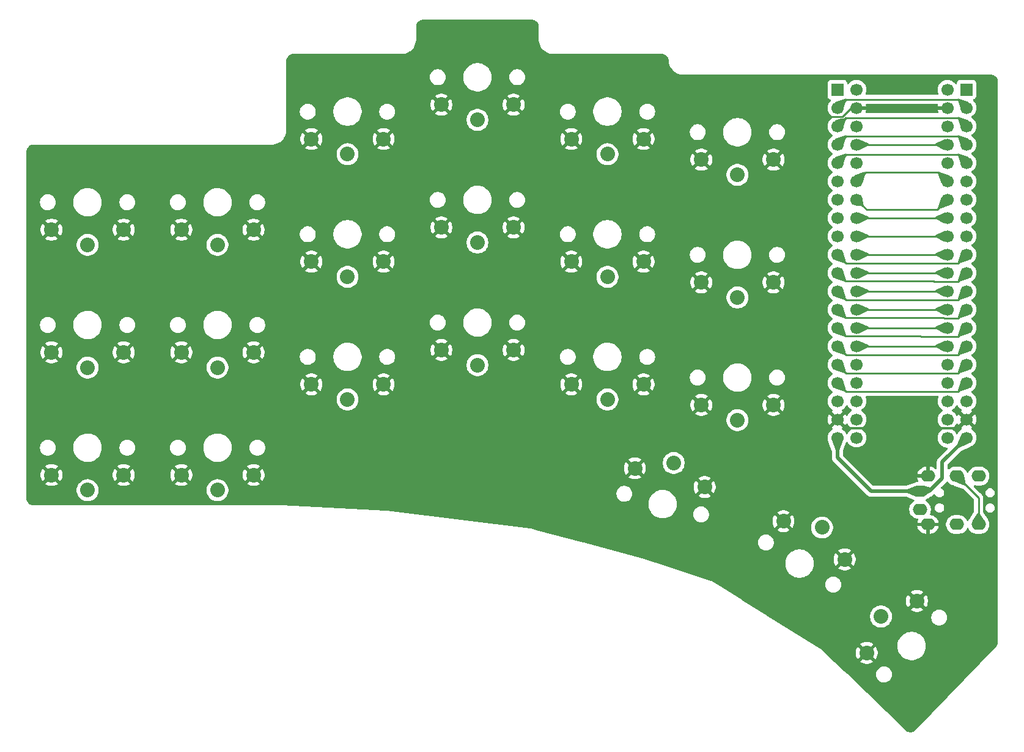
<source format=gbl>
%TF.GenerationSoftware,KiCad,Pcbnew,9.0.4*%
%TF.CreationDate,2025-09-18T00:08:17-03:00*%
%TF.ProjectId,KalyPCB,4b616c79-5043-4422-9e6b-696361645f70,v1.0.0*%
%TF.SameCoordinates,Original*%
%TF.FileFunction,Copper,L2,Bot*%
%TF.FilePolarity,Positive*%
%FSLAX46Y46*%
G04 Gerber Fmt 4.6, Leading zero omitted, Abs format (unit mm)*
G04 Created by KiCad (PCBNEW 9.0.4) date 2025-09-18 00:08:17*
%MOMM*%
%LPD*%
G01*
G04 APERTURE LIST*
%TA.AperFunction,ComponentPad*%
%ADD10C,2.032000*%
%TD*%
%TA.AperFunction,ComponentPad*%
%ADD11R,1.700000X1.700000*%
%TD*%
%TA.AperFunction,ComponentPad*%
%ADD12C,1.700000*%
%TD*%
%TA.AperFunction,ComponentPad*%
%ADD13O,2.000000X1.600000*%
%TD*%
%TA.AperFunction,Conductor*%
%ADD14C,0.250000*%
%TD*%
%TA.AperFunction,Conductor*%
%ADD15C,0.300000*%
%TD*%
%TA.AperFunction,Conductor*%
%ADD16C,0.500000*%
%TD*%
G04 APERTURE END LIST*
D10*
%TO.P,S8,1*%
%TO.N,GND*%
X63000000Y-47300000D03*
X53000000Y-47300000D03*
%TO.P,S8,2*%
%TO.N,matrix_ring_home*%
X58000000Y-49400000D03*
X58000000Y-49400000D03*
%TD*%
%TO.P,S20,1*%
%TO.N,GND*%
X118376180Y-83268701D03*
X126856661Y-88567894D03*
%TO.P,S20,2*%
%TO.N,thumb_middy*%
X123729251Y-84137396D03*
X123729251Y-84137396D03*
%TD*%
%TO.P,S10,1*%
%TO.N,GND*%
X81000000Y-59540000D03*
X71000000Y-59540000D03*
%TO.P,S10,2*%
%TO.N,matrix_middle_bottom*%
X76000000Y-61640000D03*
X76000000Y-61640000D03*
%TD*%
%TO.P,S13,1*%
%TO.N,GND*%
X99000000Y-64300000D03*
X89000000Y-64300000D03*
%TO.P,S13,2*%
%TO.N,matrix_index_bottom*%
X94000000Y-66400000D03*
X94000000Y-66400000D03*
%TD*%
%TO.P,S4,1*%
%TO.N,GND*%
X45000000Y-76870000D03*
X35000000Y-76870000D03*
%TO.P,S4,2*%
%TO.N,matrix_pinky_bottom*%
X40000000Y-78970000D03*
X40000000Y-78970000D03*
%TD*%
D11*
%TO.P,,1,PB12*%
%TO.N,N/C*%
X125840000Y-23460000D03*
X143740000Y-23440000D03*
D12*
%TO.P,,2,PB13*%
%TO.N,matrix_inner_top*%
X125840000Y-26000000D03*
X143740000Y-25980000D03*
%TO.P,,3,PB14*%
%TO.N,matrix_index_top*%
X125840000Y-28540000D03*
X143740000Y-28520000D03*
%TO.P,,4,PB15*%
%TO.N,matrix_middle_top*%
X125840000Y-31080000D03*
X143740000Y-31060000D03*
%TO.P,,5,PA8*%
%TO.N,matrix_ring_top*%
X125840000Y-33620000D03*
X143740000Y-33600000D03*
%TO.P,,6,PA9*%
%TO.N,N/C*%
X125840000Y-36160000D03*
X143740000Y-36140000D03*
%TO.P,,7,PA10*%
X125840000Y-38700000D03*
X143740000Y-38680000D03*
%TO.P,,8,PA11*%
X125840000Y-41240000D03*
X143740000Y-41220000D03*
%TO.P,,9,PA12*%
X125840000Y-43780000D03*
X143740000Y-43760000D03*
%TO.P,,10,PA15*%
%TO.N,matrix_inner_home*%
X125840000Y-46320000D03*
X143740000Y-46300000D03*
%TO.P,,11,PB3*%
%TO.N,matrix_index_home*%
X125840000Y-48860000D03*
X143740000Y-48840000D03*
%TO.P,,12,PB4*%
%TO.N,matrix_middle_home*%
X125840000Y-51400000D03*
X143740000Y-51380000D03*
%TO.P,,13,PB5*%
%TO.N,matrix_ring_home*%
X125840000Y-53940000D03*
X143740000Y-53920000D03*
%TO.P,,14,PB6*%
%TO.N,TX*%
X125840000Y-56480000D03*
X143740000Y-56460000D03*
%TO.P,,15,PB7*%
%TO.N,RX*%
X125840000Y-59020000D03*
X143740000Y-59000000D03*
%TO.P,,16,PB8*%
%TO.N,matrix_pinky_home*%
X125840000Y-61560000D03*
X143740000Y-61540000D03*
%TO.P,,17,PB9*%
%TO.N,matrix_outer_home*%
X125840000Y-64100000D03*
X143740000Y-64080000D03*
%TO.P,,18,5V*%
%TO.N,N/C*%
X125840000Y-66640000D03*
X143740000Y-66620000D03*
%TO.P,,19,GND*%
%TO.N,GND*%
X125840000Y-69180000D03*
X143740000Y-69160000D03*
%TO.P,,20,3V3*%
%TO.N,+3V3*%
X125840000Y-71720000D03*
X143740000Y-71700000D03*
%TO.P,,21,VBat*%
%TO.N,N/C*%
X128500000Y-71700000D03*
X141080000Y-71720000D03*
%TO.P,,22,PC13*%
X128500000Y-69160000D03*
X141080000Y-69180000D03*
%TO.P,,23,PC14*%
X128500000Y-66620000D03*
X141080000Y-66640000D03*
%TO.P,,24,PC15*%
X128500000Y-64080000D03*
X141080000Y-64100000D03*
%TO.P,,25,RES*%
X128500000Y-61540000D03*
X141080000Y-61560000D03*
%TO.P,,26,PA0*%
%TO.N,thumb_reachy*%
X128500000Y-59000000D03*
X141080000Y-59020000D03*
%TO.P,,27,PA1*%
%TO.N,thumb_middy*%
X128500000Y-56460000D03*
X141080000Y-56480000D03*
%TO.P,,28,PA2*%
%TO.N,thumb_inny*%
X128500000Y-53920000D03*
X141080000Y-53940000D03*
%TO.P,,29,PA3*%
%TO.N,matrix_pinky_bottom*%
X128500000Y-51380000D03*
X141080000Y-51400000D03*
%TO.P,,30,PA4*%
%TO.N,matrix_outer_bottom*%
X128500000Y-48840000D03*
X141080000Y-48860000D03*
%TO.P,,31,PA5*%
%TO.N,matrix_ring_bottom*%
X128500000Y-46300000D03*
X141080000Y-46320000D03*
%TO.P,,32,PA6*%
%TO.N,matrix_middle_bottom*%
X128500000Y-43760000D03*
X141080000Y-43780000D03*
%TO.P,,33,PA7*%
%TO.N,matrix_index_bottom*%
X128500000Y-41220000D03*
X141080000Y-41240000D03*
%TO.P,,34,PB0*%
%TO.N,matrix_inner_bottom*%
X128500000Y-38680000D03*
X141080000Y-38700000D03*
%TO.P,,35,PB1*%
%TO.N,matrix_outer_top*%
X128500000Y-36140000D03*
X141080000Y-36160000D03*
%TO.P,,36,PB2*%
%TO.N,N/C*%
X128500000Y-33600000D03*
X141080000Y-33620000D03*
%TO.P,,37,PB10*%
%TO.N,matrix_pinky_top*%
X128500000Y-31060000D03*
X141080000Y-31080000D03*
%TO.P,,38,3V3*%
%TO.N,N/C*%
X128500000Y-28520000D03*
X141080000Y-28540000D03*
%TO.P,,39,GND*%
%TO.N,GND*%
X128500000Y-25980000D03*
X141080000Y-26000000D03*
%TO.P,,40,5V*%
%TO.N,N/C*%
X128500000Y-23440000D03*
X141080000Y-23460000D03*
%TD*%
D10*
%TO.P,S21,1*%
%TO.N,GND*%
X129920429Y-101521287D03*
X136867013Y-94327889D03*
%TO.P,S21,2*%
%TO.N,thumb_reachy*%
X131883107Y-96465806D03*
X131883107Y-96465806D03*
%TD*%
%TO.P,S5,1*%
%TO.N,GND*%
X45000000Y-59870000D03*
X35000000Y-59870000D03*
%TO.P,S5,2*%
%TO.N,matrix_pinky_home*%
X40000000Y-61970000D03*
X40000000Y-61970000D03*
%TD*%
%TO.P,S19,1*%
%TO.N,GND*%
X97803883Y-75935387D03*
X107463142Y-78523577D03*
%TO.P,S19,2*%
%TO.N,thumb_inny*%
X103177032Y-75201038D03*
X103177032Y-75201038D03*
%TD*%
%TO.P,S15,1*%
%TO.N,GND*%
X99000000Y-30300000D03*
X89000000Y-30300000D03*
%TO.P,S15,2*%
%TO.N,matrix_index_top*%
X94000000Y-32400000D03*
X94000000Y-32400000D03*
%TD*%
%TO.P,S1,1*%
%TO.N,GND*%
X27000000Y-76870000D03*
X17000000Y-76870000D03*
%TO.P,S1,2*%
%TO.N,matrix_outer_bottom*%
X22000000Y-78970000D03*
X22000000Y-78970000D03*
%TD*%
%TO.P,S18,1*%
%TO.N,GND*%
X117000000Y-33160000D03*
X107000000Y-33160000D03*
%TO.P,S18,2*%
%TO.N,matrix_inner_top*%
X112000000Y-35260000D03*
X112000000Y-35260000D03*
%TD*%
D13*
%TO.P,J1,1,SLEEVE*%
%TO.N,+3V3*%
X137290000Y-79120000D03*
X137290000Y-81620000D03*
%TO.P,J1,2,TIP*%
%TO.N,GND*%
X138390000Y-77020000D03*
X138390000Y-83720000D03*
%TO.P,J1,3,RING1*%
%TO.N,RX*%
X142390000Y-77020000D03*
X145390000Y-83720000D03*
%TO.P,J1,4,RING2*%
%TO.N,TX*%
X145390000Y-77020000D03*
X142390000Y-83720000D03*
%TD*%
D10*
%TO.P,S11,1*%
%TO.N,GND*%
X81000000Y-42540000D03*
X71000000Y-42540000D03*
%TO.P,S11,2*%
%TO.N,matrix_middle_home*%
X76000000Y-44640000D03*
X76000000Y-44640000D03*
%TD*%
%TO.P,S9,1*%
%TO.N,GND*%
X63000000Y-30300000D03*
X53000000Y-30300000D03*
%TO.P,S9,2*%
%TO.N,matrix_ring_top*%
X58000000Y-32400000D03*
X58000000Y-32400000D03*
%TD*%
%TO.P,S6,1*%
%TO.N,GND*%
X45000000Y-42870000D03*
X35000000Y-42870000D03*
%TO.P,S6,2*%
%TO.N,matrix_pinky_top*%
X40000000Y-44970000D03*
X40000000Y-44970000D03*
%TD*%
%TO.P,S14,1*%
%TO.N,GND*%
X99000000Y-47300000D03*
X89000000Y-47300000D03*
%TO.P,S14,2*%
%TO.N,matrix_index_home*%
X94000000Y-49400000D03*
X94000000Y-49400000D03*
%TD*%
%TO.P,S12,1*%
%TO.N,GND*%
X81000000Y-25540000D03*
X71000000Y-25540000D03*
%TO.P,S12,2*%
%TO.N,matrix_middle_top*%
X76000000Y-27640000D03*
X76000000Y-27640000D03*
%TD*%
%TO.P,S16,1*%
%TO.N,GND*%
X117000000Y-67160000D03*
X107000000Y-67160000D03*
%TO.P,S16,2*%
%TO.N,matrix_inner_bottom*%
X112000000Y-69260000D03*
X112000000Y-69260000D03*
%TD*%
%TO.P,S3,1*%
%TO.N,GND*%
X27000000Y-42870000D03*
X17000000Y-42870000D03*
%TO.P,S3,2*%
%TO.N,matrix_outer_top*%
X22000000Y-44970000D03*
X22000000Y-44970000D03*
%TD*%
%TO.P,S2,1*%
%TO.N,GND*%
X27000000Y-59870000D03*
X17000000Y-59870000D03*
%TO.P,S2,2*%
%TO.N,matrix_outer_home*%
X22000000Y-61970000D03*
X22000000Y-61970000D03*
%TD*%
%TO.P,S17,1*%
%TO.N,GND*%
X117000000Y-50160000D03*
X107000000Y-50160000D03*
%TO.P,S17,2*%
%TO.N,matrix_inner_home*%
X112000000Y-52260000D03*
X112000000Y-52260000D03*
%TD*%
%TO.P,S7,1*%
%TO.N,GND*%
X63000000Y-64300000D03*
X53000000Y-64300000D03*
%TO.P,S7,2*%
%TO.N,matrix_ring_bottom*%
X58000000Y-66400000D03*
X58000000Y-66400000D03*
%TD*%
D14*
%TO.N,GND*%
X122985000Y-27175000D02*
X126525000Y-27175000D01*
D15*
X127040000Y-70380000D02*
X125840000Y-69180000D01*
X143740000Y-69160000D02*
X142520000Y-70380000D01*
D14*
X126525000Y-27175000D02*
X127720000Y-25980000D01*
D16*
X128500000Y-25980000D02*
X141060000Y-25980000D01*
D14*
X117000000Y-33160000D02*
X122985000Y-27175000D01*
D16*
X141060000Y-25980000D02*
X141080000Y-26000000D01*
D14*
X127720000Y-25980000D02*
X128500000Y-25980000D01*
D15*
X142520000Y-70380000D02*
X127040000Y-70380000D01*
D14*
%TO.N,matrix_outer_bottom*%
X141060000Y-48840000D02*
X141080000Y-48860000D01*
X128500000Y-48840000D02*
X141060000Y-48840000D01*
%TO.N,matrix_outer_home*%
X142545000Y-65275000D02*
X143740000Y-64080000D01*
X127015000Y-65275000D02*
X142545000Y-65275000D01*
X125840000Y-64100000D02*
X127015000Y-65275000D01*
%TO.N,matrix_outer_top*%
X128500000Y-36140000D02*
X129740000Y-34900000D01*
X129740000Y-34900000D02*
X139820000Y-34900000D01*
X139820000Y-34900000D02*
X141080000Y-36160000D01*
%TO.N,matrix_pinky_bottom*%
X141060000Y-51380000D02*
X141080000Y-51400000D01*
X128500000Y-51380000D02*
X141060000Y-51380000D01*
%TO.N,matrix_pinky_home*%
X142545000Y-62735000D02*
X143740000Y-61540000D01*
X125840000Y-61560000D02*
X127015000Y-62735000D01*
X127015000Y-62735000D02*
X142545000Y-62735000D01*
%TO.N,matrix_pinky_top*%
X128500000Y-31060000D02*
X141060000Y-31060000D01*
X141060000Y-31060000D02*
X141080000Y-31080000D01*
%TO.N,matrix_ring_bottom*%
X128500000Y-46300000D02*
X141060000Y-46300000D01*
X141060000Y-46300000D02*
X141080000Y-46320000D01*
%TO.N,matrix_ring_home*%
X126995000Y-55095000D02*
X140573299Y-55095000D01*
X142545000Y-55115000D02*
X143740000Y-53920000D01*
X140573299Y-55095000D02*
X140593299Y-55115000D01*
X125840000Y-53940000D02*
X126995000Y-55095000D01*
X140593299Y-55115000D02*
X142545000Y-55115000D01*
%TO.N,matrix_ring_top*%
X127035000Y-32425000D02*
X142565000Y-32425000D01*
X142565000Y-32425000D02*
X143740000Y-33600000D01*
X125840000Y-33620000D02*
X127035000Y-32425000D01*
%TO.N,matrix_middle_bottom*%
X128500000Y-43760000D02*
X141060000Y-43760000D01*
X141060000Y-43760000D02*
X141080000Y-43780000D01*
%TO.N,matrix_middle_home*%
X142545000Y-52575000D02*
X143740000Y-51380000D01*
X127015000Y-52575000D02*
X142545000Y-52575000D01*
X125840000Y-51400000D02*
X127015000Y-52575000D01*
%TO.N,matrix_middle_top*%
X125840000Y-31080000D02*
X127035000Y-29885000D01*
X127035000Y-29885000D02*
X142565000Y-29885000D01*
X142565000Y-29885000D02*
X143740000Y-31060000D01*
%TO.N,matrix_index_bottom*%
X128500000Y-41220000D02*
X141060000Y-41220000D01*
X141060000Y-41220000D02*
X141080000Y-41240000D01*
%TO.N,matrix_index_home*%
X142545000Y-50035000D02*
X143740000Y-48840000D01*
X126995000Y-50015000D02*
X139190000Y-50015000D01*
X139210000Y-50035000D02*
X142545000Y-50035000D01*
X139190000Y-50015000D02*
X139210000Y-50035000D01*
X125840000Y-48860000D02*
X126995000Y-50015000D01*
%TO.N,matrix_index_top*%
X142565000Y-27345000D02*
X143740000Y-28520000D01*
X127035000Y-27345000D02*
X142565000Y-27345000D01*
X125840000Y-28540000D02*
X127035000Y-27345000D01*
%TO.N,matrix_inner_bottom*%
X129355000Y-39535000D02*
X129355000Y-39555000D01*
X139680000Y-40100000D02*
X141080000Y-38700000D01*
X128500000Y-38680000D02*
X129355000Y-39535000D01*
X129355000Y-39555000D02*
X129900000Y-40100000D01*
X129900000Y-40100000D02*
X139680000Y-40100000D01*
%TO.N,matrix_inner_home*%
X127015000Y-47495000D02*
X142545000Y-47495000D01*
X142545000Y-47495000D02*
X143740000Y-46300000D01*
X125840000Y-46320000D02*
X127015000Y-47495000D01*
%TO.N,matrix_inner_top*%
X127035000Y-24805000D02*
X142565000Y-24805000D01*
X125840000Y-26000000D02*
X127035000Y-24805000D01*
X142565000Y-24805000D02*
X143740000Y-25980000D01*
%TO.N,thumb_inny*%
X141060000Y-53920000D02*
X141080000Y-53940000D01*
X128500000Y-53920000D02*
X141060000Y-53920000D01*
%TO.N,thumb_middy*%
X141060000Y-56460000D02*
X141080000Y-56480000D01*
X128500000Y-56460000D02*
X141060000Y-56460000D01*
%TO.N,thumb_reachy*%
X141060000Y-59000000D02*
X141080000Y-59020000D01*
X128500000Y-59000000D02*
X141060000Y-59000000D01*
%TO.N,RX*%
X145390000Y-83720000D02*
X145390000Y-80020000D01*
X127015000Y-60195000D02*
X142545000Y-60195000D01*
X145390000Y-80020000D02*
X142390000Y-77020000D01*
X142545000Y-60195000D02*
X143740000Y-59000000D01*
X125840000Y-59020000D02*
X127015000Y-60195000D01*
%TO.N,TX*%
X137375000Y-57635000D02*
X137395000Y-57655000D01*
X125840000Y-56480000D02*
X126995000Y-57635000D01*
X126995000Y-57635000D02*
X137375000Y-57635000D01*
X137395000Y-57655000D02*
X142545000Y-57655000D01*
X142545000Y-57655000D02*
X143740000Y-56460000D01*
D16*
%TO.N,+3V3*%
X138580000Y-79120000D02*
X140370000Y-77330000D01*
X125840000Y-74460000D02*
X125840000Y-71720000D01*
X137290000Y-79120000D02*
X130500000Y-79120000D01*
X130500000Y-79120000D02*
X125840000Y-74460000D01*
X140370000Y-77330000D02*
X140370000Y-75070000D01*
X140370000Y-75070000D02*
X143740000Y-71700000D01*
X137290000Y-79120000D02*
X138580000Y-79120000D01*
%TD*%
%TA.AperFunction,Conductor*%
%TO.N,GND*%
G36*
X139805782Y-65920185D02*
G01*
X139851537Y-65972989D01*
X139861481Y-66042147D01*
X139849228Y-66080795D01*
X139828444Y-66121585D01*
X139762753Y-66323760D01*
X139756152Y-66365439D01*
X139729500Y-66533713D01*
X139729500Y-66746287D01*
X139738799Y-66805000D01*
X139759585Y-66936239D01*
X139762754Y-66956243D01*
X139821945Y-67138414D01*
X139828444Y-67158414D01*
X139924951Y-67347820D01*
X140049890Y-67519786D01*
X140200213Y-67670109D01*
X140372182Y-67795050D01*
X140380946Y-67799516D01*
X140431742Y-67847491D01*
X140448536Y-67915312D01*
X140425998Y-67981447D01*
X140380946Y-68020484D01*
X140372182Y-68024949D01*
X140200213Y-68149890D01*
X140049890Y-68300213D01*
X139924951Y-68472179D01*
X139828444Y-68661585D01*
X139762753Y-68863760D01*
X139729500Y-69073713D01*
X139729500Y-69286286D01*
X139762735Y-69496127D01*
X139762754Y-69496243D01*
X139821945Y-69678414D01*
X139828444Y-69698414D01*
X139924951Y-69887820D01*
X140049890Y-70059786D01*
X140200213Y-70210109D01*
X140372182Y-70335050D01*
X140380946Y-70339516D01*
X140431742Y-70387491D01*
X140448536Y-70455312D01*
X140425998Y-70521447D01*
X140380946Y-70560484D01*
X140372182Y-70564949D01*
X140200213Y-70689890D01*
X140049890Y-70840213D01*
X139924951Y-71012179D01*
X139828444Y-71201585D01*
X139762753Y-71403760D01*
X139729500Y-71613713D01*
X139729500Y-71826286D01*
X139759585Y-72016239D01*
X139762754Y-72036243D01*
X139821945Y-72218414D01*
X139828444Y-72238414D01*
X139924951Y-72427820D01*
X140049890Y-72599786D01*
X140200213Y-72750109D01*
X140372179Y-72875048D01*
X140372181Y-72875049D01*
X140372184Y-72875051D01*
X140561588Y-72971557D01*
X140763757Y-73037246D01*
X140973713Y-73070500D01*
X140973714Y-73070500D01*
X141008769Y-73070500D01*
X141075808Y-73090185D01*
X141121563Y-73142989D01*
X141131507Y-73212147D01*
X141102482Y-73275703D01*
X141096450Y-73282181D01*
X139787048Y-74591583D01*
X139782233Y-74598789D01*
X139777479Y-74605906D01*
X139747913Y-74650155D01*
X139704914Y-74714507D01*
X139648343Y-74851082D01*
X139648340Y-74851092D01*
X139619500Y-74996079D01*
X139619500Y-75917723D01*
X139599815Y-75984762D01*
X139547011Y-76030517D01*
X139477853Y-76040461D01*
X139422614Y-76018041D01*
X139271349Y-75908140D01*
X139089031Y-75815244D01*
X138894417Y-75752009D01*
X138692317Y-75720000D01*
X138640000Y-75720000D01*
X138640000Y-76570000D01*
X138140000Y-76570000D01*
X138140000Y-75720000D01*
X138087683Y-75720000D01*
X137885582Y-75752009D01*
X137690968Y-75815244D01*
X137508650Y-75908140D01*
X137343105Y-76028417D01*
X137343104Y-76028417D01*
X137198417Y-76173104D01*
X137198417Y-76173105D01*
X137078140Y-76338650D01*
X136985244Y-76520970D01*
X136922009Y-76715586D01*
X136913391Y-76770000D01*
X137814722Y-76770000D01*
X137770667Y-76846306D01*
X137740000Y-76960756D01*
X137740000Y-77079244D01*
X137770667Y-77193694D01*
X137814722Y-77270000D01*
X136913391Y-77270000D01*
X136922009Y-77324413D01*
X136985244Y-77519029D01*
X137049605Y-77645345D01*
X137062501Y-77714014D01*
X137036225Y-77778755D01*
X136979118Y-77819012D01*
X136958519Y-77824113D01*
X136785462Y-77851523D01*
X136785461Y-77851523D01*
X136617886Y-77905972D01*
X136606466Y-77909089D01*
X136596522Y-77911298D01*
X136596513Y-77911301D01*
X135405609Y-78361489D01*
X135361763Y-78369500D01*
X130862229Y-78369500D01*
X130795190Y-78349815D01*
X130774548Y-78333181D01*
X129336111Y-76894744D01*
X128677539Y-76236172D01*
X126626819Y-74185451D01*
X126593334Y-74124128D01*
X126590500Y-74097770D01*
X126590500Y-73549502D01*
X126598706Y-73505143D01*
X126618231Y-73454175D01*
X127058658Y-72304490D01*
X127063954Y-72292583D01*
X127064609Y-72291298D01*
X127112580Y-72240504D01*
X127180400Y-72223706D01*
X127246536Y-72246241D01*
X127285579Y-72291297D01*
X127344951Y-72407819D01*
X127469890Y-72579786D01*
X127620213Y-72730109D01*
X127792179Y-72855048D01*
X127792181Y-72855049D01*
X127792184Y-72855051D01*
X127981588Y-72951557D01*
X128183757Y-73017246D01*
X128393713Y-73050500D01*
X128393714Y-73050500D01*
X128606286Y-73050500D01*
X128606287Y-73050500D01*
X128816243Y-73017246D01*
X129018412Y-72951557D01*
X129207816Y-72855051D01*
X129266953Y-72812086D01*
X129379786Y-72730109D01*
X129379788Y-72730106D01*
X129379792Y-72730104D01*
X129530104Y-72579792D01*
X129530106Y-72579788D01*
X129530109Y-72579786D01*
X129655048Y-72407820D01*
X129655049Y-72407819D01*
X129655051Y-72407816D01*
X129751557Y-72218412D01*
X129817246Y-72016243D01*
X129850500Y-71806287D01*
X129850500Y-71593713D01*
X129817246Y-71383757D01*
X129751557Y-71181588D01*
X129655051Y-70992184D01*
X129655049Y-70992181D01*
X129655048Y-70992179D01*
X129530109Y-70820213D01*
X129379786Y-70669890D01*
X129207820Y-70544951D01*
X129207115Y-70544591D01*
X129199054Y-70540485D01*
X129148259Y-70492512D01*
X129131463Y-70424692D01*
X129153999Y-70358556D01*
X129199054Y-70319515D01*
X129207816Y-70315051D01*
X129300194Y-70247935D01*
X129379786Y-70190109D01*
X129379788Y-70190106D01*
X129379792Y-70190104D01*
X129530104Y-70039792D01*
X129530106Y-70039788D01*
X129530109Y-70039786D01*
X129655048Y-69867820D01*
X129655049Y-69867819D01*
X129655051Y-69867816D01*
X129751557Y-69678412D01*
X129817246Y-69476243D01*
X129850500Y-69266287D01*
X129850500Y-69053713D01*
X129817246Y-68843757D01*
X129751557Y-68641588D01*
X129655051Y-68452184D01*
X129655049Y-68452181D01*
X129655048Y-68452179D01*
X129530109Y-68280213D01*
X129379786Y-68129890D01*
X129207820Y-68004951D01*
X129199600Y-68000763D01*
X129199054Y-68000485D01*
X129148259Y-67952512D01*
X129131463Y-67884692D01*
X129153999Y-67818556D01*
X129199054Y-67779515D01*
X129207816Y-67775051D01*
X129315209Y-67697026D01*
X129379786Y-67650109D01*
X129379788Y-67650106D01*
X129379792Y-67650104D01*
X129530104Y-67499792D01*
X129530106Y-67499788D01*
X129530109Y-67499786D01*
X129655048Y-67327820D01*
X129655049Y-67327819D01*
X129655051Y-67327816D01*
X129751557Y-67138412D01*
X129817246Y-66936243D01*
X129850500Y-66726287D01*
X129850500Y-66513713D01*
X129817246Y-66303757D01*
X129751557Y-66101588D01*
X129751555Y-66101584D01*
X129740962Y-66080793D01*
X129728067Y-66012124D01*
X129754344Y-65947384D01*
X129811451Y-65907128D01*
X129851448Y-65900500D01*
X139738743Y-65900500D01*
X139805782Y-65920185D01*
G37*
%TD.AperFunction*%
%TA.AperFunction,Conductor*%
G36*
X126955270Y-69941717D02*
G01*
X126955270Y-69941716D01*
X126994622Y-69887554D01*
X127064329Y-69750747D01*
X127112303Y-69699951D01*
X127180124Y-69683156D01*
X127246259Y-69705693D01*
X127285299Y-69750747D01*
X127331864Y-69842136D01*
X127344951Y-69867819D01*
X127469890Y-70039786D01*
X127620213Y-70190109D01*
X127792182Y-70315050D01*
X127800946Y-70319516D01*
X127851742Y-70367491D01*
X127868536Y-70435312D01*
X127845998Y-70501447D01*
X127800946Y-70540484D01*
X127792182Y-70544949D01*
X127620213Y-70669890D01*
X127469890Y-70820213D01*
X127344949Y-70992182D01*
X127275388Y-71128702D01*
X127227414Y-71179497D01*
X127159593Y-71196292D01*
X127093458Y-71173754D01*
X127054419Y-71128701D01*
X126995048Y-71012179D01*
X126870109Y-70840213D01*
X126719786Y-70689890D01*
X126547817Y-70564949D01*
X126538504Y-70560204D01*
X126487707Y-70512230D01*
X126470912Y-70444409D01*
X126493449Y-70378274D01*
X126538507Y-70339232D01*
X126547555Y-70334622D01*
X126601716Y-70295270D01*
X126601717Y-70295270D01*
X125969408Y-69662962D01*
X126032993Y-69645925D01*
X126147007Y-69580099D01*
X126240099Y-69487007D01*
X126305925Y-69372993D01*
X126322962Y-69309409D01*
X126955270Y-69941717D01*
G37*
%TD.AperFunction*%
%TA.AperFunction,Conductor*%
G36*
X143274075Y-69352993D02*
G01*
X143339901Y-69467007D01*
X143432993Y-69560099D01*
X143547007Y-69625925D01*
X143610590Y-69642962D01*
X142978282Y-70275269D01*
X142978282Y-70275270D01*
X143032452Y-70314626D01*
X143032451Y-70314626D01*
X143041495Y-70319234D01*
X143092292Y-70367208D01*
X143109087Y-70435029D01*
X143086550Y-70501164D01*
X143041499Y-70540202D01*
X143032182Y-70544949D01*
X142860213Y-70669890D01*
X142709890Y-70820213D01*
X142584949Y-70992182D01*
X142515388Y-71128702D01*
X142467414Y-71179497D01*
X142399593Y-71196292D01*
X142333458Y-71173754D01*
X142294419Y-71128701D01*
X142235048Y-71012179D01*
X142110109Y-70840213D01*
X141959786Y-70689890D01*
X141787820Y-70564951D01*
X141787115Y-70564591D01*
X141779054Y-70560485D01*
X141728259Y-70512512D01*
X141711463Y-70444692D01*
X141733999Y-70378556D01*
X141779054Y-70339515D01*
X141787816Y-70335051D01*
X141870098Y-70275270D01*
X141959786Y-70210109D01*
X141959788Y-70210106D01*
X141959792Y-70210104D01*
X142110104Y-70059792D01*
X142110106Y-70059788D01*
X142110109Y-70059786D01*
X142235050Y-69887817D01*
X142235184Y-69887554D01*
X142304891Y-69750746D01*
X142352864Y-69699952D01*
X142420685Y-69683156D01*
X142486820Y-69705693D01*
X142525859Y-69750746D01*
X142585373Y-69867547D01*
X142624728Y-69921716D01*
X143257037Y-69289408D01*
X143274075Y-69352993D01*
G37*
%TD.AperFunction*%
%TA.AperFunction,Conductor*%
G36*
X127246540Y-67166244D02*
G01*
X127285580Y-67211298D01*
X127344951Y-67327819D01*
X127469890Y-67499786D01*
X127620213Y-67650109D01*
X127792182Y-67775050D01*
X127800946Y-67779516D01*
X127851742Y-67827491D01*
X127868536Y-67895312D01*
X127845998Y-67961447D01*
X127800946Y-68000484D01*
X127792182Y-68004949D01*
X127620213Y-68129890D01*
X127469890Y-68280213D01*
X127344951Y-68452180D01*
X127275109Y-68589252D01*
X127227134Y-68640048D01*
X127159313Y-68656843D01*
X127093178Y-68634305D01*
X127054139Y-68589252D01*
X126994624Y-68472449D01*
X126955270Y-68418282D01*
X126955269Y-68418282D01*
X126322962Y-69050590D01*
X126305925Y-68987007D01*
X126240099Y-68872993D01*
X126147007Y-68779901D01*
X126032993Y-68714075D01*
X125969409Y-68697037D01*
X126601716Y-68064728D01*
X126547547Y-68025373D01*
X126547547Y-68025372D01*
X126538500Y-68020763D01*
X126487706Y-67972788D01*
X126470912Y-67904966D01*
X126493451Y-67838832D01*
X126538508Y-67799793D01*
X126547816Y-67795051D01*
X126627007Y-67737515D01*
X126719786Y-67670109D01*
X126719788Y-67670106D01*
X126719792Y-67670104D01*
X126870104Y-67519792D01*
X126870106Y-67519788D01*
X126870109Y-67519786D01*
X126995048Y-67347820D01*
X126995047Y-67347820D01*
X126995051Y-67347816D01*
X127064610Y-67211297D01*
X127112584Y-67160502D01*
X127180405Y-67143707D01*
X127246540Y-67166244D01*
G37*
%TD.AperFunction*%
%TA.AperFunction,Conductor*%
G36*
X142486540Y-67166244D02*
G01*
X142525580Y-67211298D01*
X142584951Y-67327819D01*
X142709890Y-67499786D01*
X142860213Y-67650109D01*
X143032179Y-67775048D01*
X143032181Y-67775049D01*
X143032184Y-67775051D01*
X143041493Y-67779794D01*
X143092290Y-67827766D01*
X143109087Y-67895587D01*
X143086552Y-67961722D01*
X143041505Y-68000760D01*
X143032446Y-68005376D01*
X143032440Y-68005380D01*
X142978282Y-68044727D01*
X142978282Y-68044728D01*
X143610591Y-68677037D01*
X143547007Y-68694075D01*
X143432993Y-68759901D01*
X143339901Y-68852993D01*
X143274075Y-68967007D01*
X143257037Y-69030591D01*
X142624728Y-68398282D01*
X142624727Y-68398282D01*
X142585380Y-68452440D01*
X142585378Y-68452443D01*
X142515669Y-68589253D01*
X142467695Y-68640048D01*
X142399873Y-68656843D01*
X142333739Y-68634305D01*
X142294700Y-68589252D01*
X142235186Y-68472449D01*
X142235051Y-68472184D01*
X142235049Y-68472181D01*
X142235048Y-68472179D01*
X142110109Y-68300213D01*
X141959786Y-68149890D01*
X141787820Y-68024951D01*
X141779600Y-68020763D01*
X141779054Y-68020485D01*
X141728259Y-67972512D01*
X141711463Y-67904692D01*
X141733999Y-67838556D01*
X141779054Y-67799515D01*
X141787816Y-67795051D01*
X141821474Y-67770597D01*
X141959786Y-67670109D01*
X141959788Y-67670106D01*
X141959792Y-67670104D01*
X142110104Y-67519792D01*
X142110106Y-67519788D01*
X142110109Y-67519786D01*
X142235048Y-67347820D01*
X142235047Y-67347820D01*
X142235051Y-67347816D01*
X142304610Y-67211297D01*
X142352584Y-67160502D01*
X142420405Y-67143707D01*
X142486540Y-67166244D01*
G37*
%TD.AperFunction*%
%TA.AperFunction,Conductor*%
G36*
X139741936Y-25450185D02*
G01*
X139787691Y-25502989D01*
X139797635Y-25572147D01*
X139792828Y-25592819D01*
X139763241Y-25683873D01*
X139730000Y-25893753D01*
X139730000Y-26106246D01*
X139763242Y-26316127D01*
X139763242Y-26316130D01*
X139828905Y-26518220D01*
X139839598Y-26539206D01*
X139852494Y-26607875D01*
X139826217Y-26672616D01*
X139769110Y-26712872D01*
X139729113Y-26719500D01*
X129840696Y-26719500D01*
X129773657Y-26699815D01*
X129727902Y-26647011D01*
X129717958Y-26577853D01*
X129730211Y-26539205D01*
X129751095Y-26498217D01*
X129816757Y-26296130D01*
X129816757Y-26296127D01*
X129850000Y-26086246D01*
X129850000Y-25873753D01*
X129816757Y-25663872D01*
X129816757Y-25663869D01*
X129793671Y-25592818D01*
X129791676Y-25522977D01*
X129827756Y-25463144D01*
X129890457Y-25432316D01*
X129911602Y-25430500D01*
X139674897Y-25430500D01*
X139741936Y-25450185D01*
G37*
%TD.AperFunction*%
%TA.AperFunction,Conductor*%
G36*
X83505394Y-13740972D02*
G01*
X83535721Y-13743625D01*
X83662755Y-13754739D01*
X83684035Y-13758491D01*
X83801188Y-13789882D01*
X83831369Y-13797969D01*
X83851681Y-13805362D01*
X83989915Y-13869822D01*
X84008633Y-13880629D01*
X84133582Y-13968119D01*
X84150140Y-13982013D01*
X84257986Y-14089859D01*
X84271880Y-14106417D01*
X84359370Y-14231366D01*
X84370177Y-14250084D01*
X84434637Y-14388318D01*
X84442030Y-14408630D01*
X84481507Y-14555961D01*
X84485260Y-14577246D01*
X84499028Y-14734605D01*
X84499500Y-14745413D01*
X84499500Y-14813729D01*
X84499526Y-14814142D01*
X84500146Y-16499336D01*
X84500146Y-16499378D01*
X84500149Y-16630487D01*
X84534386Y-16890481D01*
X84602264Y-17143778D01*
X84602269Y-17143790D01*
X84702617Y-17386040D01*
X84702625Y-17386057D01*
X84833733Y-17613136D01*
X84833748Y-17613159D01*
X84993380Y-17821192D01*
X84993388Y-17821201D01*
X85178799Y-18006612D01*
X85178807Y-18006619D01*
X85386840Y-18166251D01*
X85386863Y-18166266D01*
X85613942Y-18297374D01*
X85613949Y-18297377D01*
X85613952Y-18297379D01*
X85856223Y-18397736D01*
X86109521Y-18465614D01*
X86369511Y-18499850D01*
X86500628Y-18499854D01*
X86500630Y-18499854D01*
X86501443Y-18499854D01*
X101431454Y-18503214D01*
X101434056Y-18503215D01*
X101434111Y-18503230D01*
X101494311Y-18503230D01*
X101494316Y-18503231D01*
X101505709Y-18503758D01*
X101671523Y-18519106D01*
X101693992Y-18523301D01*
X101848649Y-18567253D01*
X101869963Y-18575500D01*
X101941348Y-18610998D01*
X102013926Y-18647091D01*
X102033359Y-18659106D01*
X102161742Y-18755908D01*
X102178644Y-18771291D01*
X102287070Y-18890006D01*
X102300862Y-18908231D01*
X102385659Y-19044830D01*
X102395874Y-19065278D01*
X102454157Y-19215120D01*
X102460444Y-19237094D01*
X102488000Y-19383231D01*
X102490147Y-19406204D01*
X102490149Y-19490487D01*
X102524386Y-19750481D01*
X102592264Y-20003778D01*
X102592269Y-20003790D01*
X102692617Y-20246040D01*
X102692625Y-20246057D01*
X102823733Y-20473136D01*
X102823748Y-20473159D01*
X102983380Y-20681192D01*
X102983388Y-20681201D01*
X103168799Y-20866612D01*
X103168807Y-20866619D01*
X103376840Y-21026251D01*
X103376863Y-21026266D01*
X103603942Y-21157374D01*
X103603949Y-21157377D01*
X103603952Y-21157379D01*
X103603957Y-21157381D01*
X103603959Y-21157382D01*
X103616894Y-21162740D01*
X103846223Y-21257736D01*
X104099521Y-21325614D01*
X104359511Y-21359850D01*
X104424742Y-21359851D01*
X104424746Y-21359853D01*
X104489237Y-21359853D01*
X104489325Y-21359854D01*
X104496815Y-21359854D01*
X104556520Y-21359857D01*
X104556521Y-21359856D01*
X104569093Y-21359857D01*
X104569127Y-21359854D01*
X147074564Y-21360499D01*
X147085357Y-21360972D01*
X147242728Y-21374750D01*
X147264010Y-21378503D01*
X147411344Y-21417989D01*
X147431637Y-21425375D01*
X147569891Y-21489848D01*
X147588605Y-21500654D01*
X147713552Y-21588146D01*
X147730108Y-21602039D01*
X147837960Y-21709891D01*
X147851853Y-21726447D01*
X147939345Y-21851394D01*
X147950152Y-21870111D01*
X148014621Y-22008354D01*
X148022013Y-22028663D01*
X148061495Y-22175987D01*
X148065249Y-22197271D01*
X148079027Y-22354641D01*
X148079500Y-22365456D01*
X148079500Y-99744276D01*
X148078406Y-99760711D01*
X148077345Y-99768641D01*
X148070522Y-99794108D01*
X148070522Y-99819671D01*
X148069428Y-99827853D01*
X148069204Y-99828356D01*
X148069030Y-99830595D01*
X148066352Y-99847696D01*
X148069819Y-99880110D01*
X148070314Y-99886109D01*
X148070522Y-99889692D01*
X148070522Y-99925892D01*
X148073204Y-99935905D01*
X148073939Y-99948561D01*
X148073631Y-99949890D01*
X148074124Y-99953379D01*
X148076482Y-100076909D01*
X148075003Y-100098516D01*
X148051286Y-100249515D01*
X148046070Y-100270537D01*
X147996438Y-100415114D01*
X147987644Y-100434905D01*
X147913618Y-100568635D01*
X147901514Y-100586596D01*
X147802115Y-100709400D01*
X147794929Y-100717524D01*
X136734375Y-112171063D01*
X136734367Y-112171071D01*
X136687725Y-112219370D01*
X136679880Y-112226815D01*
X136560667Y-112330449D01*
X136543181Y-112343153D01*
X136412443Y-112421712D01*
X136393014Y-112431189D01*
X136250620Y-112485850D01*
X136229843Y-112491808D01*
X136080119Y-112520912D01*
X136058621Y-112523171D01*
X135906122Y-112525832D01*
X135884560Y-112524324D01*
X135733916Y-112500463D01*
X135712943Y-112495234D01*
X135568728Y-112445575D01*
X135548981Y-112436783D01*
X135415576Y-112362832D01*
X135397657Y-112350744D01*
X135274830Y-112251275D01*
X135266731Y-112244110D01*
X135223295Y-112202162D01*
X135223287Y-112202157D01*
X127179095Y-104433971D01*
X131205191Y-104433971D01*
X131205191Y-104607346D01*
X131232311Y-104778572D01*
X131285881Y-104943447D01*
X131285882Y-104943450D01*
X131364589Y-105097919D01*
X131466490Y-105238173D01*
X131589077Y-105360760D01*
X131729331Y-105462661D01*
X131805093Y-105501263D01*
X131883799Y-105541367D01*
X131883802Y-105541368D01*
X131966239Y-105568153D01*
X132048679Y-105594939D01*
X132127982Y-105607499D01*
X132219904Y-105622059D01*
X132219909Y-105622059D01*
X132393278Y-105622059D01*
X132476286Y-105608911D01*
X132564503Y-105594939D01*
X132729382Y-105541367D01*
X132883851Y-105462661D01*
X133024105Y-105360760D01*
X133146692Y-105238173D01*
X133248593Y-105097919D01*
X133327299Y-104943450D01*
X133380871Y-104778571D01*
X133394843Y-104690354D01*
X133407991Y-104607346D01*
X133407991Y-104433971D01*
X133392213Y-104334361D01*
X133380871Y-104262747D01*
X133327299Y-104097868D01*
X133327299Y-104097867D01*
X133248592Y-103943398D01*
X133146692Y-103803145D01*
X133024105Y-103680558D01*
X132883851Y-103578657D01*
X132729382Y-103499950D01*
X132729379Y-103499949D01*
X132564504Y-103446379D01*
X132393278Y-103419259D01*
X132393273Y-103419259D01*
X132219909Y-103419259D01*
X132219904Y-103419259D01*
X132048677Y-103446379D01*
X131883802Y-103499949D01*
X131883799Y-103499950D01*
X131729330Y-103578657D01*
X131649310Y-103636795D01*
X131589077Y-103680558D01*
X131589075Y-103680560D01*
X131589074Y-103680560D01*
X131466492Y-103803142D01*
X131466492Y-103803143D01*
X131466490Y-103803145D01*
X131422727Y-103863378D01*
X131364589Y-103943398D01*
X131285882Y-104097867D01*
X131285881Y-104097870D01*
X131232311Y-104262745D01*
X131205191Y-104433971D01*
X127179095Y-104433971D01*
X126831049Y-104097867D01*
X125484313Y-102797339D01*
X124126693Y-101486301D01*
X124039371Y-101401975D01*
X128404429Y-101401975D01*
X128404429Y-101640598D01*
X128441758Y-101876286D01*
X128515494Y-102103226D01*
X128515495Y-102103229D01*
X128623831Y-102315847D01*
X128686313Y-102401847D01*
X128686315Y-102401847D01*
X129330868Y-101757294D01*
X129357700Y-101822072D01*
X129427193Y-101926076D01*
X129515640Y-102014523D01*
X129619644Y-102084016D01*
X129684420Y-102110847D01*
X129039866Y-102755400D01*
X129039867Y-102755401D01*
X129125868Y-102817884D01*
X129338486Y-102926220D01*
X129338489Y-102926221D01*
X129565429Y-102999957D01*
X129801118Y-103037287D01*
X130039740Y-103037287D01*
X130275428Y-102999957D01*
X130502368Y-102926221D01*
X130502371Y-102926220D01*
X130714986Y-102817886D01*
X130800989Y-102755400D01*
X130800990Y-102755400D01*
X130156437Y-102110847D01*
X130221214Y-102084016D01*
X130325218Y-102014523D01*
X130413665Y-101926076D01*
X130483158Y-101822072D01*
X130509989Y-101757295D01*
X131154542Y-102401848D01*
X131154542Y-102401847D01*
X131217028Y-102315844D01*
X131325362Y-102103229D01*
X131325363Y-102103226D01*
X131399099Y-101876286D01*
X131436429Y-101640598D01*
X131436429Y-101401975D01*
X131399099Y-101166287D01*
X131325363Y-100939347D01*
X131325362Y-100939344D01*
X131217026Y-100726726D01*
X131154543Y-100640725D01*
X131154542Y-100640724D01*
X130509989Y-101285278D01*
X130483158Y-101220502D01*
X130413665Y-101116498D01*
X130325218Y-101028051D01*
X130221214Y-100958558D01*
X130156436Y-100931725D01*
X130652674Y-100435489D01*
X134162212Y-100435489D01*
X134162212Y-100693090D01*
X134187648Y-100886287D01*
X134195834Y-100948465D01*
X134217159Y-101028051D01*
X134262501Y-101197272D01*
X134361071Y-101435242D01*
X134361079Y-101435259D01*
X134489864Y-101658320D01*
X134489875Y-101658336D01*
X134646675Y-101862682D01*
X134646681Y-101862689D01*
X134828812Y-102044820D01*
X134828819Y-102044826D01*
X134942275Y-102131884D01*
X135033174Y-102201633D01*
X135033181Y-102201637D01*
X135256242Y-102330422D01*
X135256247Y-102330424D01*
X135256250Y-102330426D01*
X135256254Y-102330427D01*
X135256259Y-102330430D01*
X135350598Y-102369506D01*
X135494228Y-102429000D01*
X135743037Y-102495668D01*
X135998419Y-102529290D01*
X135998426Y-102529290D01*
X136255998Y-102529290D01*
X136256005Y-102529290D01*
X136511387Y-102495668D01*
X136760196Y-102429000D01*
X136998174Y-102330426D01*
X137221250Y-102201633D01*
X137425606Y-102044825D01*
X137607747Y-101862684D01*
X137764555Y-101658328D01*
X137893348Y-101435252D01*
X137991922Y-101197274D01*
X138058590Y-100948465D01*
X138092212Y-100693083D01*
X138092212Y-100435497D01*
X138058590Y-100180115D01*
X137991922Y-99931306D01*
X137921259Y-99760711D01*
X137893352Y-99693337D01*
X137893344Y-99693320D01*
X137764559Y-99470259D01*
X137764555Y-99470252D01*
X137607747Y-99265896D01*
X137607742Y-99265890D01*
X137425611Y-99083759D01*
X137425604Y-99083753D01*
X137221258Y-98926953D01*
X137221256Y-98926951D01*
X137221250Y-98926947D01*
X137221245Y-98926944D01*
X137221242Y-98926942D01*
X136998181Y-98798157D01*
X136998164Y-98798149D01*
X136760194Y-98699579D01*
X136602455Y-98657313D01*
X136511387Y-98632912D01*
X136479464Y-98628709D01*
X136256012Y-98599290D01*
X136256005Y-98599290D01*
X135998419Y-98599290D01*
X135998411Y-98599290D01*
X135743037Y-98632912D01*
X135494229Y-98699579D01*
X135256259Y-98798149D01*
X135256242Y-98798157D01*
X135033181Y-98926942D01*
X135033165Y-98926953D01*
X134828819Y-99083753D01*
X134828812Y-99083759D01*
X134646681Y-99265890D01*
X134646675Y-99265897D01*
X134489875Y-99470243D01*
X134489864Y-99470259D01*
X134361079Y-99693320D01*
X134361071Y-99693337D01*
X134262501Y-99931307D01*
X134195834Y-100180115D01*
X134162212Y-100435489D01*
X130652674Y-100435489D01*
X130744406Y-100343757D01*
X130800989Y-100287173D01*
X130800989Y-100287171D01*
X130714989Y-100224689D01*
X130502371Y-100116353D01*
X130502368Y-100116352D01*
X130275428Y-100042616D01*
X130039740Y-100005287D01*
X129801118Y-100005287D01*
X129565429Y-100042616D01*
X129338489Y-100116352D01*
X129338486Y-100116353D01*
X129125875Y-100224685D01*
X129039867Y-100287172D01*
X129684421Y-100931725D01*
X129619644Y-100958558D01*
X129515640Y-101028051D01*
X129427193Y-101116498D01*
X129357700Y-101220502D01*
X129330868Y-101285279D01*
X128686314Y-100640725D01*
X128623827Y-100726733D01*
X128515495Y-100939344D01*
X128515494Y-100939347D01*
X128441758Y-101166287D01*
X128404429Y-101401975D01*
X124039371Y-101401975D01*
X123821337Y-101191422D01*
X123821337Y-101191421D01*
X123819000Y-101189164D01*
X123783007Y-101150567D01*
X123771738Y-101143525D01*
X123762362Y-101134471D01*
X123762362Y-101134470D01*
X123762358Y-101134467D01*
X123762180Y-101134295D01*
X123762177Y-101134293D01*
X123718835Y-101110267D01*
X123713244Y-101106974D01*
X122645205Y-100439589D01*
X116255313Y-96446741D01*
X116094822Y-96346455D01*
X130366607Y-96346455D01*
X130366607Y-96585156D01*
X130403948Y-96820917D01*
X130403948Y-96820918D01*
X130403949Y-96820921D01*
X130477712Y-97047940D01*
X130586080Y-97260625D01*
X130726386Y-97453739D01*
X130895174Y-97622527D01*
X131088288Y-97762833D01*
X131300973Y-97871201D01*
X131527992Y-97944964D01*
X131763756Y-97982306D01*
X131763757Y-97982306D01*
X132002457Y-97982306D01*
X132002458Y-97982306D01*
X132238222Y-97944964D01*
X132465241Y-97871201D01*
X132677926Y-97762833D01*
X132871040Y-97622527D01*
X133039828Y-97453739D01*
X133180134Y-97260625D01*
X133288502Y-97047940D01*
X133362265Y-96820921D01*
X133399607Y-96585157D01*
X133399607Y-96521233D01*
X138846433Y-96521233D01*
X138846433Y-96694608D01*
X138873553Y-96865834D01*
X138927123Y-97030709D01*
X138927124Y-97030712D01*
X139005831Y-97185181D01*
X139107732Y-97325435D01*
X139230319Y-97448022D01*
X139370573Y-97549923D01*
X139446335Y-97588525D01*
X139525041Y-97628629D01*
X139525044Y-97628630D01*
X139607481Y-97655415D01*
X139689921Y-97682201D01*
X139769224Y-97694761D01*
X139861146Y-97709321D01*
X139861151Y-97709321D01*
X140034520Y-97709321D01*
X140117528Y-97696173D01*
X140205745Y-97682201D01*
X140370624Y-97628629D01*
X140525093Y-97549923D01*
X140665347Y-97448022D01*
X140787934Y-97325435D01*
X140889835Y-97185181D01*
X140968541Y-97030712D01*
X141022113Y-96865833D01*
X141036085Y-96777616D01*
X141049233Y-96694608D01*
X141049233Y-96521233D01*
X141033455Y-96421623D01*
X141022113Y-96350009D01*
X140968541Y-96185130D01*
X140968541Y-96185129D01*
X140889834Y-96030660D01*
X140787934Y-95890407D01*
X140665347Y-95767820D01*
X140525093Y-95665919D01*
X140370624Y-95587212D01*
X140370621Y-95587211D01*
X140205746Y-95533641D01*
X140034520Y-95506521D01*
X140034515Y-95506521D01*
X139861151Y-95506521D01*
X139861146Y-95506521D01*
X139689919Y-95533641D01*
X139525044Y-95587211D01*
X139525041Y-95587212D01*
X139370572Y-95665919D01*
X139290552Y-95724057D01*
X139230319Y-95767820D01*
X139230317Y-95767822D01*
X139230316Y-95767822D01*
X139107734Y-95890404D01*
X139107734Y-95890405D01*
X139107732Y-95890407D01*
X139063969Y-95950640D01*
X139005831Y-96030660D01*
X138927124Y-96185129D01*
X138927123Y-96185132D01*
X138873553Y-96350007D01*
X138846433Y-96521233D01*
X133399607Y-96521233D01*
X133399607Y-96346455D01*
X133362265Y-96110691D01*
X133288502Y-95883672D01*
X133180134Y-95670987D01*
X133039828Y-95477873D01*
X132871040Y-95309085D01*
X132677926Y-95168779D01*
X132465241Y-95060411D01*
X132238222Y-94986648D01*
X132238220Y-94986647D01*
X132238218Y-94986647D01*
X132073605Y-94960574D01*
X132002458Y-94949306D01*
X131763756Y-94949306D01*
X131709102Y-94957962D01*
X131527995Y-94986647D01*
X131527994Y-94986647D01*
X131300970Y-95060412D01*
X131088287Y-95168779D01*
X130978109Y-95248828D01*
X130895174Y-95309085D01*
X130895172Y-95309087D01*
X130895171Y-95309087D01*
X130726388Y-95477870D01*
X130726388Y-95477871D01*
X130726386Y-95477873D01*
X130705572Y-95506521D01*
X130586080Y-95670986D01*
X130477713Y-95883669D01*
X130403948Y-96110693D01*
X130403948Y-96110694D01*
X130366607Y-96346455D01*
X116094822Y-96346455D01*
X112833994Y-94308863D01*
X112673503Y-94208577D01*
X135351013Y-94208577D01*
X135351013Y-94447200D01*
X135388342Y-94682888D01*
X135462078Y-94909828D01*
X135462079Y-94909831D01*
X135570415Y-95122449D01*
X135632897Y-95208449D01*
X135632899Y-95208449D01*
X136277452Y-94563896D01*
X136304284Y-94628674D01*
X136373777Y-94732678D01*
X136462224Y-94821125D01*
X136566228Y-94890618D01*
X136631004Y-94917449D01*
X135986450Y-95562002D01*
X135986451Y-95562003D01*
X136072452Y-95624486D01*
X136285070Y-95732822D01*
X136285073Y-95732823D01*
X136512013Y-95806559D01*
X136747702Y-95843889D01*
X136986324Y-95843889D01*
X137222012Y-95806559D01*
X137448952Y-95732823D01*
X137448955Y-95732822D01*
X137661570Y-95624488D01*
X137747573Y-95562002D01*
X137747574Y-95562002D01*
X137103021Y-94917449D01*
X137167798Y-94890618D01*
X137271802Y-94821125D01*
X137360249Y-94732678D01*
X137429742Y-94628674D01*
X137456573Y-94563897D01*
X138101126Y-95208450D01*
X138101126Y-95208449D01*
X138163612Y-95122446D01*
X138271946Y-94909831D01*
X138271947Y-94909828D01*
X138345683Y-94682888D01*
X138383013Y-94447200D01*
X138383013Y-94208577D01*
X138345683Y-93972889D01*
X138271947Y-93745949D01*
X138271946Y-93745946D01*
X138163610Y-93533328D01*
X138101127Y-93447327D01*
X138101126Y-93447326D01*
X137456573Y-94091880D01*
X137429742Y-94027104D01*
X137360249Y-93923100D01*
X137271802Y-93834653D01*
X137167798Y-93765160D01*
X137103020Y-93738327D01*
X137747573Y-93093775D01*
X137747573Y-93093773D01*
X137661573Y-93031291D01*
X137448955Y-92922955D01*
X137448952Y-92922954D01*
X137222012Y-92849218D01*
X136986324Y-92811889D01*
X136747702Y-92811889D01*
X136512013Y-92849218D01*
X136285073Y-92922954D01*
X136285070Y-92922955D01*
X136072459Y-93031287D01*
X135986451Y-93093774D01*
X136631005Y-93738327D01*
X136566228Y-93765160D01*
X136462224Y-93834653D01*
X136373777Y-93923100D01*
X136304284Y-94027104D01*
X136277452Y-94091881D01*
X135632898Y-93447327D01*
X135570411Y-93533335D01*
X135462079Y-93745946D01*
X135462078Y-93745949D01*
X135388342Y-93972889D01*
X135351013Y-94208577D01*
X112673503Y-94208577D01*
X109249528Y-92069040D01*
X109089027Y-91968748D01*
X124165592Y-91968748D01*
X124165592Y-92142123D01*
X124192712Y-92313349D01*
X124246282Y-92478224D01*
X124246283Y-92478227D01*
X124324990Y-92632696D01*
X124426891Y-92772950D01*
X124549478Y-92895537D01*
X124689732Y-92997438D01*
X124754714Y-93030548D01*
X124844200Y-93076144D01*
X124844203Y-93076145D01*
X124898458Y-93093773D01*
X125009080Y-93129716D01*
X125088383Y-93142276D01*
X125180305Y-93156836D01*
X125180310Y-93156836D01*
X125353679Y-93156836D01*
X125436687Y-93143688D01*
X125524904Y-93129716D01*
X125689783Y-93076144D01*
X125844252Y-92997438D01*
X125984506Y-92895537D01*
X126107093Y-92772950D01*
X126208994Y-92632696D01*
X126287700Y-92478227D01*
X126341272Y-92313348D01*
X126355244Y-92225131D01*
X126368392Y-92142123D01*
X126368392Y-91968748D01*
X126352614Y-91869138D01*
X126341272Y-91797524D01*
X126287700Y-91632645D01*
X126287700Y-91632644D01*
X126238581Y-91536244D01*
X126208994Y-91478176D01*
X126107093Y-91337922D01*
X125984506Y-91215335D01*
X125844252Y-91113434D01*
X125689783Y-91034727D01*
X125689780Y-91034726D01*
X125524905Y-90981156D01*
X125353679Y-90954036D01*
X125353674Y-90954036D01*
X125180310Y-90954036D01*
X125180305Y-90954036D01*
X125009078Y-90981156D01*
X124844203Y-91034726D01*
X124844200Y-91034727D01*
X124689731Y-91113434D01*
X124609711Y-91171572D01*
X124549478Y-91215335D01*
X124549476Y-91215337D01*
X124549475Y-91215337D01*
X124426893Y-91337919D01*
X124426893Y-91337920D01*
X124426891Y-91337922D01*
X124383128Y-91398155D01*
X124324990Y-91478175D01*
X124246283Y-91632644D01*
X124246282Y-91632647D01*
X124192712Y-91797522D01*
X124165592Y-91968748D01*
X109089027Y-91968748D01*
X108451382Y-91570303D01*
X108450468Y-91569731D01*
X108398901Y-91536244D01*
X108394685Y-91534874D01*
X108390916Y-91532519D01*
X108333075Y-91514835D01*
X108331012Y-91514185D01*
X100980810Y-89125959D01*
X100630323Y-89012079D01*
X118637727Y-89012079D01*
X118637727Y-89269680D01*
X118671349Y-89525054D01*
X118738016Y-89773862D01*
X118836586Y-90011832D01*
X118836594Y-90011849D01*
X118965379Y-90234910D01*
X118965390Y-90234926D01*
X119122190Y-90439272D01*
X119122196Y-90439279D01*
X119304327Y-90621410D01*
X119304333Y-90621415D01*
X119508689Y-90778223D01*
X119508696Y-90778227D01*
X119731757Y-90907012D01*
X119731762Y-90907014D01*
X119731765Y-90907016D01*
X119731769Y-90907017D01*
X119731774Y-90907020D01*
X119826113Y-90946096D01*
X119969743Y-91005590D01*
X120218552Y-91072258D01*
X120473934Y-91105880D01*
X120473941Y-91105880D01*
X120731513Y-91105880D01*
X120731520Y-91105880D01*
X120986902Y-91072258D01*
X121235711Y-91005590D01*
X121473689Y-90907016D01*
X121696765Y-90778223D01*
X121901121Y-90621415D01*
X122083262Y-90439274D01*
X122240070Y-90234918D01*
X122368863Y-90011842D01*
X122467437Y-89773864D01*
X122534105Y-89525055D01*
X122567727Y-89269673D01*
X122567727Y-89012087D01*
X122534105Y-88756705D01*
X122467437Y-88507896D01*
X122442868Y-88448582D01*
X125340661Y-88448582D01*
X125340661Y-88687205D01*
X125377990Y-88922893D01*
X125451726Y-89149833D01*
X125451727Y-89149836D01*
X125560063Y-89362454D01*
X125622545Y-89448454D01*
X125622547Y-89448454D01*
X126267100Y-88803901D01*
X126293932Y-88868679D01*
X126363425Y-88972683D01*
X126451872Y-89061130D01*
X126555876Y-89130623D01*
X126620652Y-89157454D01*
X125976098Y-89802007D01*
X125976099Y-89802008D01*
X126062100Y-89864491D01*
X126274718Y-89972827D01*
X126274721Y-89972828D01*
X126501661Y-90046564D01*
X126737350Y-90083894D01*
X126975972Y-90083894D01*
X127211660Y-90046564D01*
X127438600Y-89972828D01*
X127438603Y-89972827D01*
X127651218Y-89864493D01*
X127737221Y-89802007D01*
X127737222Y-89802007D01*
X127092669Y-89157454D01*
X127157446Y-89130623D01*
X127261450Y-89061130D01*
X127349897Y-88972683D01*
X127419390Y-88868679D01*
X127446221Y-88803902D01*
X128090774Y-89448455D01*
X128090774Y-89448454D01*
X128153260Y-89362451D01*
X128261594Y-89149836D01*
X128261595Y-89149833D01*
X128335331Y-88922893D01*
X128372661Y-88687205D01*
X128372661Y-88448582D01*
X128335331Y-88212894D01*
X128261595Y-87985954D01*
X128261594Y-87985951D01*
X128153258Y-87773333D01*
X128090775Y-87687332D01*
X128090774Y-87687331D01*
X127446221Y-88331885D01*
X127419390Y-88267109D01*
X127349897Y-88163105D01*
X127261450Y-88074658D01*
X127157446Y-88005165D01*
X127092668Y-87978332D01*
X127737221Y-87333780D01*
X127737221Y-87333778D01*
X127651221Y-87271296D01*
X127438603Y-87162960D01*
X127438600Y-87162959D01*
X127211660Y-87089223D01*
X126975972Y-87051894D01*
X126737350Y-87051894D01*
X126501661Y-87089223D01*
X126274721Y-87162959D01*
X126274718Y-87162960D01*
X126062107Y-87271292D01*
X125976099Y-87333779D01*
X126620653Y-87978332D01*
X126555876Y-88005165D01*
X126451872Y-88074658D01*
X126363425Y-88163105D01*
X126293932Y-88267109D01*
X126267100Y-88331886D01*
X125622546Y-87687332D01*
X125560059Y-87773340D01*
X125451727Y-87985951D01*
X125451726Y-87985954D01*
X125377990Y-88212894D01*
X125340661Y-88448582D01*
X122442868Y-88448582D01*
X122368867Y-88269927D01*
X122368867Y-88269926D01*
X122368859Y-88269910D01*
X122240074Y-88046849D01*
X122240070Y-88046842D01*
X122083262Y-87842486D01*
X122083257Y-87842480D01*
X121901126Y-87660349D01*
X121901119Y-87660343D01*
X121696773Y-87503543D01*
X121696771Y-87503542D01*
X121696765Y-87503537D01*
X121646581Y-87474563D01*
X121473696Y-87374747D01*
X121473679Y-87374739D01*
X121235709Y-87276169D01*
X121077970Y-87233903D01*
X120986902Y-87209502D01*
X120954979Y-87205299D01*
X120731527Y-87175880D01*
X120731520Y-87175880D01*
X120473934Y-87175880D01*
X120473926Y-87175880D01*
X120218552Y-87209502D01*
X119969744Y-87276169D01*
X119731774Y-87374739D01*
X119731757Y-87374747D01*
X119508696Y-87503532D01*
X119508680Y-87503543D01*
X119304334Y-87660343D01*
X119304327Y-87660349D01*
X119122196Y-87842480D01*
X119122190Y-87842487D01*
X118965390Y-88046833D01*
X118965379Y-88046849D01*
X118836594Y-88269910D01*
X118836586Y-88269927D01*
X118738016Y-88507897D01*
X118671349Y-88756705D01*
X118637727Y-89012079D01*
X100630323Y-89012079D01*
X98886554Y-88445494D01*
X98886554Y-88445493D01*
X98874152Y-88441463D01*
X98862652Y-88434824D01*
X98811667Y-88421162D01*
X98761462Y-88404850D01*
X98761456Y-88404848D01*
X98761191Y-88404835D01*
X98735606Y-88400781D01*
X90725742Y-86254545D01*
X90296896Y-86139636D01*
X114837062Y-86139636D01*
X114837062Y-86313011D01*
X114864182Y-86484237D01*
X114917752Y-86649112D01*
X114917753Y-86649115D01*
X114996460Y-86803584D01*
X115098361Y-86943838D01*
X115220948Y-87066425D01*
X115361202Y-87168326D01*
X115376028Y-87175880D01*
X115515670Y-87247032D01*
X115515673Y-87247033D01*
X115598110Y-87273818D01*
X115680550Y-87300604D01*
X115759853Y-87313164D01*
X115851775Y-87327724D01*
X115851780Y-87327724D01*
X116025149Y-87327724D01*
X116108157Y-87314576D01*
X116196374Y-87300604D01*
X116361253Y-87247032D01*
X116515722Y-87168326D01*
X116655976Y-87066425D01*
X116778563Y-86943838D01*
X116880464Y-86803584D01*
X116959170Y-86649115D01*
X117012742Y-86484236D01*
X117026714Y-86396019D01*
X117039862Y-86313011D01*
X117039862Y-86139636D01*
X117024084Y-86040026D01*
X117012742Y-85968412D01*
X116959170Y-85803533D01*
X116959170Y-85803532D01*
X116880463Y-85649063D01*
X116778563Y-85508810D01*
X116655976Y-85386223D01*
X116515722Y-85284322D01*
X116492881Y-85272684D01*
X116361253Y-85205615D01*
X116361250Y-85205614D01*
X116196375Y-85152044D01*
X116025149Y-85124924D01*
X116025144Y-85124924D01*
X115851780Y-85124924D01*
X115851775Y-85124924D01*
X115680548Y-85152044D01*
X115515673Y-85205614D01*
X115515670Y-85205615D01*
X115361201Y-85284322D01*
X115347720Y-85294117D01*
X115220948Y-85386223D01*
X115220946Y-85386225D01*
X115220945Y-85386225D01*
X115098363Y-85508807D01*
X115098363Y-85508808D01*
X115098361Y-85508810D01*
X115073674Y-85542789D01*
X114996460Y-85649063D01*
X114917753Y-85803532D01*
X114917752Y-85803535D01*
X114864182Y-85968410D01*
X114837062Y-86139636D01*
X90296896Y-86139636D01*
X84458824Y-84575330D01*
X83455981Y-84306619D01*
X83455980Y-84306618D01*
X83448650Y-84304653D01*
X83415947Y-84291441D01*
X83385290Y-84287675D01*
X83376909Y-84285430D01*
X83355449Y-84279681D01*
X83355443Y-84279680D01*
X83355442Y-84279680D01*
X83355440Y-84279680D01*
X83327748Y-84279680D01*
X83312636Y-84278756D01*
X63484257Y-81844135D01*
X63484257Y-81844134D01*
X63472399Y-81842678D01*
X63455576Y-81837212D01*
X63407238Y-81834678D01*
X63402933Y-81834150D01*
X63402932Y-81834149D01*
X63359175Y-81828778D01*
X63359172Y-81828778D01*
X63353463Y-81829580D01*
X63329724Y-81830616D01*
X48885377Y-81073619D01*
X48885377Y-81073618D01*
X48872358Y-81072936D01*
X48859533Y-81069500D01*
X48806760Y-81069500D01*
X48803515Y-81069330D01*
X48803511Y-81069330D01*
X48754033Y-81066737D01*
X48754030Y-81066737D01*
X48753784Y-81066790D01*
X48728002Y-81069500D01*
X14515435Y-81069500D01*
X14504624Y-81069028D01*
X14347259Y-81055255D01*
X14325974Y-81051501D01*
X14178642Y-81012020D01*
X14158332Y-81004627D01*
X14020100Y-80940166D01*
X14001382Y-80929359D01*
X13914807Y-80868737D01*
X13914784Y-80868722D01*
X13876432Y-80841867D01*
X13859876Y-80827974D01*
X13803101Y-80771199D01*
X99685000Y-80771199D01*
X99685000Y-81028800D01*
X99710450Y-81222105D01*
X99718622Y-81284175D01*
X99737848Y-81355928D01*
X99785289Y-81532982D01*
X99883859Y-81770952D01*
X99883867Y-81770969D01*
X100012652Y-81994030D01*
X100012663Y-81994046D01*
X100169463Y-82198392D01*
X100169469Y-82198399D01*
X100351600Y-82380530D01*
X100351607Y-82380536D01*
X100444118Y-82451522D01*
X100555962Y-82537343D01*
X100555969Y-82537347D01*
X100779030Y-82666132D01*
X100779035Y-82666134D01*
X100779038Y-82666136D01*
X100779042Y-82666137D01*
X100779047Y-82666140D01*
X100828831Y-82686761D01*
X101017016Y-82764710D01*
X101265825Y-82831378D01*
X101521207Y-82865000D01*
X101521214Y-82865000D01*
X101778786Y-82865000D01*
X101778793Y-82865000D01*
X102034175Y-82831378D01*
X102282984Y-82764710D01*
X102520962Y-82666136D01*
X102744038Y-82537343D01*
X102948394Y-82380535D01*
X103092112Y-82236817D01*
X105861192Y-82236817D01*
X105861192Y-82410192D01*
X105888312Y-82581418D01*
X105941882Y-82746293D01*
X105941883Y-82746296D01*
X106014329Y-82888477D01*
X106020590Y-82900765D01*
X106122491Y-83041019D01*
X106245078Y-83163606D01*
X106385332Y-83265507D01*
X106454337Y-83300667D01*
X106539800Y-83344213D01*
X106539803Y-83344214D01*
X106622240Y-83370999D01*
X106704680Y-83397785D01*
X106783983Y-83410345D01*
X106875905Y-83424905D01*
X106875910Y-83424905D01*
X107049279Y-83424905D01*
X107132287Y-83411757D01*
X107220504Y-83397785D01*
X107385383Y-83344213D01*
X107539852Y-83265507D01*
X107680106Y-83163606D01*
X107694323Y-83149389D01*
X116860180Y-83149389D01*
X116860180Y-83388012D01*
X116897509Y-83623700D01*
X116971245Y-83850640D01*
X116971246Y-83850643D01*
X117079582Y-84063261D01*
X117142064Y-84149261D01*
X117142066Y-84149261D01*
X117786619Y-83504708D01*
X117813451Y-83569486D01*
X117882944Y-83673490D01*
X117971391Y-83761937D01*
X118075395Y-83831430D01*
X118140171Y-83858261D01*
X117495617Y-84502814D01*
X117495618Y-84502815D01*
X117581619Y-84565298D01*
X117794237Y-84673634D01*
X117794240Y-84673635D01*
X118021180Y-84747371D01*
X118256869Y-84784701D01*
X118495491Y-84784701D01*
X118731179Y-84747371D01*
X118958119Y-84673635D01*
X118958122Y-84673634D01*
X119170737Y-84565300D01*
X119256740Y-84502814D01*
X119256741Y-84502814D01*
X118612188Y-83858261D01*
X118676965Y-83831430D01*
X118780969Y-83761937D01*
X118869416Y-83673490D01*
X118938909Y-83569486D01*
X118965740Y-83504709D01*
X119610293Y-84149262D01*
X119610293Y-84149261D01*
X119672779Y-84063258D01*
X119695816Y-84018045D01*
X122212751Y-84018045D01*
X122212751Y-84256747D01*
X122217294Y-84285430D01*
X122250092Y-84492507D01*
X122250092Y-84492508D01*
X122250093Y-84492511D01*
X122323856Y-84719530D01*
X122432224Y-84932215D01*
X122572530Y-85125329D01*
X122741318Y-85294117D01*
X122934432Y-85434423D01*
X123147117Y-85542791D01*
X123374136Y-85616554D01*
X123609900Y-85653896D01*
X123609901Y-85653896D01*
X123848601Y-85653896D01*
X123848602Y-85653896D01*
X124084366Y-85616554D01*
X124311385Y-85542791D01*
X124524070Y-85434423D01*
X124717184Y-85294117D01*
X124885972Y-85125329D01*
X125026278Y-84932215D01*
X125134646Y-84719530D01*
X125208409Y-84492511D01*
X125245751Y-84256747D01*
X125245751Y-84018045D01*
X125208409Y-83782281D01*
X125134646Y-83555262D01*
X125026278Y-83342577D01*
X124885972Y-83149463D01*
X124717184Y-82980675D01*
X124524070Y-82840369D01*
X124311385Y-82732001D01*
X124084366Y-82658238D01*
X124084364Y-82658237D01*
X124084362Y-82658237D01*
X123919749Y-82632164D01*
X123848602Y-82620896D01*
X123609900Y-82620896D01*
X123555246Y-82629552D01*
X123374139Y-82658237D01*
X123374138Y-82658237D01*
X123147114Y-82732002D01*
X122934431Y-82840369D01*
X122868217Y-82888477D01*
X122741318Y-82980675D01*
X122741316Y-82980677D01*
X122741315Y-82980677D01*
X122572532Y-83149460D01*
X122572532Y-83149461D01*
X122572530Y-83149463D01*
X122543109Y-83189958D01*
X122432224Y-83342576D01*
X122323857Y-83555259D01*
X122250092Y-83782283D01*
X122250092Y-83782284D01*
X122223158Y-83952336D01*
X122212751Y-84018045D01*
X119695816Y-84018045D01*
X119726983Y-83956878D01*
X119781113Y-83850643D01*
X119781114Y-83850640D01*
X119854850Y-83623700D01*
X119892180Y-83388012D01*
X119892180Y-83149389D01*
X119854850Y-82913701D01*
X119781114Y-82686761D01*
X119781113Y-82686758D01*
X119672777Y-82474140D01*
X119610294Y-82388139D01*
X119610293Y-82388138D01*
X118965740Y-83032692D01*
X118938909Y-82967916D01*
X118869416Y-82863912D01*
X118780969Y-82775465D01*
X118676965Y-82705972D01*
X118612187Y-82679139D01*
X119256740Y-82034587D01*
X119256740Y-82034585D01*
X119170740Y-81972103D01*
X118958122Y-81863767D01*
X118958119Y-81863766D01*
X118731179Y-81790030D01*
X118495491Y-81752701D01*
X118256869Y-81752701D01*
X118021180Y-81790030D01*
X117794240Y-81863766D01*
X117794237Y-81863767D01*
X117581626Y-81972099D01*
X117495618Y-82034586D01*
X118140172Y-82679139D01*
X118075395Y-82705972D01*
X117971391Y-82775465D01*
X117882944Y-82863912D01*
X117813451Y-82967916D01*
X117786619Y-83032693D01*
X117142065Y-82388139D01*
X117079578Y-82474147D01*
X116971246Y-82686758D01*
X116971245Y-82686761D01*
X116897509Y-82913701D01*
X116860180Y-83149389D01*
X107694323Y-83149389D01*
X107802693Y-83041019D01*
X107904594Y-82900765D01*
X107983300Y-82746296D01*
X108036872Y-82581417D01*
X108057445Y-82451523D01*
X108063992Y-82410192D01*
X108063992Y-82236817D01*
X108042519Y-82101243D01*
X108039810Y-82084144D01*
X108036872Y-82065593D01*
X107983300Y-81900714D01*
X107983300Y-81900713D01*
X107943196Y-81822007D01*
X107904594Y-81746245D01*
X107802693Y-81605991D01*
X107680106Y-81483404D01*
X107539852Y-81381503D01*
X107515779Y-81369237D01*
X107385383Y-81302796D01*
X107385380Y-81302795D01*
X107220505Y-81249225D01*
X107049279Y-81222105D01*
X107049274Y-81222105D01*
X106875910Y-81222105D01*
X106875905Y-81222105D01*
X106704678Y-81249225D01*
X106539803Y-81302795D01*
X106539800Y-81302796D01*
X106385331Y-81381503D01*
X106305311Y-81439641D01*
X106245078Y-81483404D01*
X106245076Y-81483406D01*
X106245075Y-81483406D01*
X106122493Y-81605988D01*
X106122493Y-81605989D01*
X106122491Y-81605991D01*
X106078728Y-81666224D01*
X106020590Y-81746244D01*
X105941883Y-81900713D01*
X105941882Y-81900716D01*
X105888312Y-82065591D01*
X105861192Y-82236817D01*
X103092112Y-82236817D01*
X103130535Y-82198394D01*
X103287343Y-81994038D01*
X103416136Y-81770962D01*
X103514710Y-81532984D01*
X103581378Y-81284175D01*
X103615000Y-81028793D01*
X103615000Y-80771207D01*
X103581378Y-80515825D01*
X103514710Y-80267016D01*
X103426374Y-80053755D01*
X103416140Y-80029047D01*
X103416132Y-80029030D01*
X103287347Y-79805969D01*
X103287343Y-79805962D01*
X103271961Y-79785916D01*
X103271961Y-79785915D01*
X103130536Y-79601607D01*
X103130530Y-79601600D01*
X102948399Y-79419469D01*
X102948392Y-79419463D01*
X102744046Y-79262663D01*
X102744044Y-79262661D01*
X102744038Y-79262657D01*
X102744033Y-79262654D01*
X102744030Y-79262652D01*
X102520969Y-79133867D01*
X102520952Y-79133859D01*
X102282982Y-79035289D01*
X102125243Y-78993023D01*
X102034175Y-78968622D01*
X102002252Y-78964419D01*
X101778800Y-78935000D01*
X101778793Y-78935000D01*
X101521207Y-78935000D01*
X101521199Y-78935000D01*
X101265825Y-78968622D01*
X101017017Y-79035289D01*
X100779047Y-79133859D01*
X100779030Y-79133867D01*
X100555969Y-79262652D01*
X100555953Y-79262663D01*
X100351607Y-79419463D01*
X100351600Y-79419469D01*
X100169469Y-79601600D01*
X100169463Y-79601607D01*
X100012663Y-79805953D01*
X100012652Y-79805969D01*
X99883867Y-80029030D01*
X99883859Y-80029047D01*
X99785289Y-80267017D01*
X99718622Y-80515825D01*
X99685000Y-80771199D01*
X13803101Y-80771199D01*
X13752025Y-80720123D01*
X13738132Y-80703566D01*
X13650640Y-80578617D01*
X13639833Y-80559899D01*
X13575370Y-80421663D01*
X13567979Y-80401357D01*
X13561021Y-80375393D01*
X13528497Y-80254023D01*
X13524744Y-80232740D01*
X13510970Y-80075355D01*
X13510499Y-80064609D01*
X13510498Y-80004091D01*
X13510486Y-80004048D01*
X13510246Y-78850649D01*
X20483500Y-78850649D01*
X20483500Y-79089351D01*
X20490550Y-79133864D01*
X20520841Y-79325111D01*
X20520841Y-79325112D01*
X20520842Y-79325115D01*
X20594605Y-79552134D01*
X20702973Y-79764819D01*
X20843279Y-79957933D01*
X21012067Y-80126721D01*
X21205181Y-80267027D01*
X21417866Y-80375395D01*
X21644885Y-80449158D01*
X21880649Y-80486500D01*
X21880650Y-80486500D01*
X22119350Y-80486500D01*
X22119351Y-80486500D01*
X22355115Y-80449158D01*
X22582134Y-80375395D01*
X22794819Y-80267027D01*
X22987933Y-80126721D01*
X23156721Y-79957933D01*
X23297027Y-79764819D01*
X23405395Y-79552134D01*
X23479158Y-79325115D01*
X23516500Y-79089351D01*
X23516500Y-78850649D01*
X38483500Y-78850649D01*
X38483500Y-79089351D01*
X38490550Y-79133864D01*
X38520841Y-79325111D01*
X38520841Y-79325112D01*
X38520842Y-79325115D01*
X38594605Y-79552134D01*
X38702973Y-79764819D01*
X38843279Y-79957933D01*
X39012067Y-80126721D01*
X39205181Y-80267027D01*
X39417866Y-80375395D01*
X39644885Y-80449158D01*
X39880649Y-80486500D01*
X39880650Y-80486500D01*
X40119350Y-80486500D01*
X40119351Y-80486500D01*
X40355115Y-80449158D01*
X40582134Y-80375395D01*
X40794819Y-80267027D01*
X40987933Y-80126721D01*
X41156721Y-79957933D01*
X41297027Y-79764819D01*
X41405395Y-79552134D01*
X41458138Y-79389807D01*
X95236008Y-79389807D01*
X95236008Y-79563182D01*
X95263128Y-79734408D01*
X95316698Y-79899283D01*
X95316699Y-79899286D01*
X95388182Y-80039577D01*
X95395406Y-80053755D01*
X95497307Y-80194009D01*
X95619894Y-80316596D01*
X95760148Y-80418497D01*
X95804024Y-80440853D01*
X95914616Y-80497203D01*
X95914619Y-80497204D01*
X95971930Y-80515825D01*
X96079496Y-80550775D01*
X96158799Y-80563335D01*
X96250721Y-80577895D01*
X96250726Y-80577895D01*
X96424095Y-80577895D01*
X96507103Y-80564747D01*
X96595320Y-80550775D01*
X96760199Y-80497203D01*
X96914668Y-80418497D01*
X97054922Y-80316596D01*
X97177509Y-80194009D01*
X97279410Y-80053755D01*
X97358116Y-79899286D01*
X97411688Y-79734407D01*
X97428521Y-79628127D01*
X97438808Y-79563182D01*
X97438808Y-79389807D01*
X97423030Y-79290197D01*
X97411688Y-79218583D01*
X97374951Y-79105516D01*
X97358117Y-79053706D01*
X97358116Y-79053703D01*
X97279409Y-78899234D01*
X97264400Y-78878576D01*
X97177509Y-78758981D01*
X97054922Y-78636394D01*
X96914668Y-78534493D01*
X96825181Y-78488897D01*
X96760199Y-78455786D01*
X96760196Y-78455785D01*
X96601630Y-78404265D01*
X105947142Y-78404265D01*
X105947142Y-78642888D01*
X105984471Y-78878576D01*
X106058207Y-79105516D01*
X106058208Y-79105519D01*
X106166544Y-79318137D01*
X106229026Y-79404137D01*
X106229028Y-79404137D01*
X106873581Y-78759584D01*
X106900413Y-78824362D01*
X106969906Y-78928366D01*
X107058353Y-79016813D01*
X107162357Y-79086306D01*
X107227133Y-79113137D01*
X106582579Y-79757690D01*
X106582580Y-79757691D01*
X106668581Y-79820174D01*
X106881199Y-79928510D01*
X106881202Y-79928511D01*
X107108142Y-80002247D01*
X107343831Y-80039577D01*
X107582453Y-80039577D01*
X107818141Y-80002247D01*
X108045081Y-79928511D01*
X108045084Y-79928510D01*
X108257699Y-79820176D01*
X108343702Y-79757690D01*
X108343703Y-79757690D01*
X107699150Y-79113137D01*
X107763927Y-79086306D01*
X107867931Y-79016813D01*
X107956378Y-78928366D01*
X108025871Y-78824362D01*
X108052702Y-78759585D01*
X108697255Y-79404138D01*
X108697255Y-79404137D01*
X108759741Y-79318134D01*
X108868075Y-79105519D01*
X108868076Y-79105516D01*
X108941812Y-78878576D01*
X108979142Y-78642888D01*
X108979142Y-78404265D01*
X108941812Y-78168577D01*
X108868076Y-77941637D01*
X108868075Y-77941634D01*
X108759739Y-77729016D01*
X108697256Y-77643015D01*
X108697255Y-77643014D01*
X108052702Y-78287568D01*
X108025871Y-78222792D01*
X107956378Y-78118788D01*
X107867931Y-78030341D01*
X107763927Y-77960848D01*
X107699149Y-77934015D01*
X108343702Y-77289463D01*
X108343702Y-77289461D01*
X108257702Y-77226979D01*
X108045084Y-77118643D01*
X108045081Y-77118642D01*
X107818141Y-77044906D01*
X107582453Y-77007577D01*
X107343831Y-77007577D01*
X107108142Y-77044906D01*
X106881202Y-77118642D01*
X106881199Y-77118643D01*
X106668588Y-77226975D01*
X106582580Y-77289462D01*
X107227134Y-77934015D01*
X107162357Y-77960848D01*
X107058353Y-78030341D01*
X106969906Y-78118788D01*
X106900413Y-78222792D01*
X106873581Y-78287569D01*
X106229027Y-77643015D01*
X106166540Y-77729023D01*
X106058208Y-77941634D01*
X106058207Y-77941637D01*
X105984471Y-78168577D01*
X105947142Y-78404265D01*
X96601630Y-78404265D01*
X96595321Y-78402215D01*
X96424095Y-78375095D01*
X96424090Y-78375095D01*
X96250726Y-78375095D01*
X96250721Y-78375095D01*
X96079494Y-78402215D01*
X95914619Y-78455785D01*
X95914616Y-78455786D01*
X95760147Y-78534493D01*
X95689091Y-78586119D01*
X95619894Y-78636394D01*
X95619892Y-78636396D01*
X95619891Y-78636396D01*
X95497309Y-78758978D01*
X95497309Y-78758979D01*
X95497307Y-78758981D01*
X95481199Y-78781152D01*
X95395406Y-78899234D01*
X95316699Y-79053703D01*
X95316698Y-79053706D01*
X95263128Y-79218581D01*
X95236008Y-79389807D01*
X41458138Y-79389807D01*
X41479158Y-79325115D01*
X41516500Y-79089351D01*
X41516500Y-78850649D01*
X41479158Y-78614885D01*
X41405395Y-78387866D01*
X41297027Y-78175181D01*
X41156721Y-77982067D01*
X40987933Y-77813279D01*
X40794819Y-77672973D01*
X40582134Y-77564605D01*
X40355115Y-77490842D01*
X40355113Y-77490841D01*
X40355111Y-77490841D01*
X40190498Y-77464768D01*
X40119351Y-77453500D01*
X39880649Y-77453500D01*
X39825995Y-77462156D01*
X39644888Y-77490841D01*
X39644887Y-77490841D01*
X39417863Y-77564606D01*
X39205180Y-77672973D01*
X39128035Y-77729023D01*
X39012067Y-77813279D01*
X39012065Y-77813281D01*
X39012064Y-77813281D01*
X38843281Y-77982064D01*
X38843281Y-77982065D01*
X38843279Y-77982067D01*
X38808206Y-78030341D01*
X38702973Y-78175180D01*
X38594606Y-78387863D01*
X38520841Y-78614887D01*
X38520841Y-78614888D01*
X38484268Y-78845803D01*
X38483500Y-78850649D01*
X23516500Y-78850649D01*
X23479158Y-78614885D01*
X23405395Y-78387866D01*
X23297027Y-78175181D01*
X23156721Y-77982067D01*
X22987933Y-77813279D01*
X22794819Y-77672973D01*
X22582134Y-77564605D01*
X22355115Y-77490842D01*
X22355113Y-77490841D01*
X22355111Y-77490841D01*
X22190498Y-77464768D01*
X22119351Y-77453500D01*
X21880649Y-77453500D01*
X21825995Y-77462156D01*
X21644888Y-77490841D01*
X21644887Y-77490841D01*
X21417863Y-77564606D01*
X21205180Y-77672973D01*
X21128035Y-77729023D01*
X21012067Y-77813279D01*
X21012065Y-77813281D01*
X21012064Y-77813281D01*
X20843281Y-77982064D01*
X20843281Y-77982065D01*
X20843279Y-77982067D01*
X20808206Y-78030341D01*
X20702973Y-78175180D01*
X20594606Y-78387863D01*
X20520841Y-78614887D01*
X20520841Y-78614888D01*
X20484268Y-78845803D01*
X20483500Y-78850649D01*
X13510246Y-78850649D01*
X13509809Y-76750688D01*
X15484000Y-76750688D01*
X15484000Y-76989311D01*
X15521329Y-77224999D01*
X15595065Y-77451939D01*
X15595066Y-77451942D01*
X15703402Y-77664560D01*
X15765884Y-77750560D01*
X15765886Y-77750560D01*
X16410439Y-77106007D01*
X16437271Y-77170785D01*
X16506764Y-77274789D01*
X16595211Y-77363236D01*
X16699215Y-77432729D01*
X16763991Y-77459560D01*
X16119437Y-78104113D01*
X16119438Y-78104114D01*
X16205439Y-78166597D01*
X16418057Y-78274933D01*
X16418060Y-78274934D01*
X16645000Y-78348670D01*
X16880689Y-78386000D01*
X17119311Y-78386000D01*
X17354999Y-78348670D01*
X17581939Y-78274934D01*
X17581942Y-78274933D01*
X17794557Y-78166599D01*
X17880560Y-78104113D01*
X17880561Y-78104113D01*
X17236008Y-77459560D01*
X17300785Y-77432729D01*
X17404789Y-77363236D01*
X17493236Y-77274789D01*
X17562729Y-77170785D01*
X17589560Y-77106008D01*
X18234113Y-77750561D01*
X18234113Y-77750560D01*
X18296599Y-77664557D01*
X18404933Y-77451942D01*
X18404934Y-77451939D01*
X18478670Y-77224999D01*
X18516000Y-76989311D01*
X18516000Y-76750688D01*
X25484000Y-76750688D01*
X25484000Y-76989311D01*
X25521329Y-77224999D01*
X25595065Y-77451939D01*
X25595066Y-77451942D01*
X25703402Y-77664560D01*
X25765884Y-77750560D01*
X25765886Y-77750560D01*
X26410439Y-77106007D01*
X26437271Y-77170785D01*
X26506764Y-77274789D01*
X26595211Y-77363236D01*
X26699215Y-77432729D01*
X26763991Y-77459560D01*
X26119437Y-78104113D01*
X26119438Y-78104114D01*
X26205439Y-78166597D01*
X26418057Y-78274933D01*
X26418060Y-78274934D01*
X26645000Y-78348670D01*
X26880689Y-78386000D01*
X27119311Y-78386000D01*
X27354999Y-78348670D01*
X27581939Y-78274934D01*
X27581942Y-78274933D01*
X27794557Y-78166599D01*
X27880560Y-78104113D01*
X27880561Y-78104113D01*
X27236008Y-77459560D01*
X27300785Y-77432729D01*
X27404789Y-77363236D01*
X27493236Y-77274789D01*
X27562729Y-77170785D01*
X27589560Y-77106008D01*
X28234113Y-77750561D01*
X28234113Y-77750560D01*
X28296599Y-77664557D01*
X28404933Y-77451942D01*
X28404934Y-77451939D01*
X28478670Y-77224999D01*
X28516000Y-76989311D01*
X28516000Y-76750688D01*
X33484000Y-76750688D01*
X33484000Y-76989311D01*
X33521329Y-77224999D01*
X33595065Y-77451939D01*
X33595066Y-77451942D01*
X33703402Y-77664560D01*
X33765884Y-77750560D01*
X33765886Y-77750560D01*
X34410439Y-77106007D01*
X34437271Y-77170785D01*
X34506764Y-77274789D01*
X34595211Y-77363236D01*
X34699215Y-77432729D01*
X34763991Y-77459560D01*
X34119437Y-78104113D01*
X34119438Y-78104114D01*
X34205439Y-78166597D01*
X34418057Y-78274933D01*
X34418060Y-78274934D01*
X34645000Y-78348670D01*
X34880689Y-78386000D01*
X35119311Y-78386000D01*
X35354999Y-78348670D01*
X35581939Y-78274934D01*
X35581942Y-78274933D01*
X35794557Y-78166599D01*
X35880560Y-78104113D01*
X35880561Y-78104113D01*
X35236008Y-77459560D01*
X35300785Y-77432729D01*
X35404789Y-77363236D01*
X35493236Y-77274789D01*
X35562729Y-77170785D01*
X35589560Y-77106008D01*
X36234113Y-77750561D01*
X36234113Y-77750560D01*
X36296599Y-77664557D01*
X36404933Y-77451942D01*
X36404934Y-77451939D01*
X36478670Y-77224999D01*
X36516000Y-76989311D01*
X36516000Y-76750688D01*
X43484000Y-76750688D01*
X43484000Y-76989311D01*
X43521329Y-77224999D01*
X43595065Y-77451939D01*
X43595066Y-77451942D01*
X43703402Y-77664560D01*
X43765884Y-77750560D01*
X43765886Y-77750560D01*
X44410438Y-77106007D01*
X44437271Y-77170785D01*
X44506764Y-77274789D01*
X44595211Y-77363236D01*
X44699215Y-77432729D01*
X44763991Y-77459560D01*
X44119437Y-78104113D01*
X44119438Y-78104114D01*
X44205439Y-78166597D01*
X44418057Y-78274933D01*
X44418060Y-78274934D01*
X44645000Y-78348670D01*
X44880689Y-78386000D01*
X45119311Y-78386000D01*
X45354999Y-78348670D01*
X45581939Y-78274934D01*
X45581942Y-78274933D01*
X45794557Y-78166599D01*
X45880560Y-78104113D01*
X45880561Y-78104113D01*
X45236008Y-77459560D01*
X45300785Y-77432729D01*
X45404789Y-77363236D01*
X45493236Y-77274789D01*
X45562729Y-77170785D01*
X45589560Y-77106008D01*
X46234113Y-77750561D01*
X46234113Y-77750560D01*
X46296599Y-77664557D01*
X46404933Y-77451942D01*
X46404934Y-77451939D01*
X46478671Y-77224998D01*
X46498018Y-77102844D01*
X46498018Y-77102843D01*
X46516000Y-76989310D01*
X46516000Y-76750688D01*
X46478670Y-76515000D01*
X46404934Y-76288060D01*
X46404933Y-76288057D01*
X46296597Y-76075439D01*
X46234114Y-75989438D01*
X46234113Y-75989437D01*
X45589560Y-76633991D01*
X45562729Y-76569215D01*
X45493236Y-76465211D01*
X45404789Y-76376764D01*
X45300785Y-76307271D01*
X45236007Y-76280438D01*
X45700372Y-75816075D01*
X96287883Y-75816075D01*
X96287883Y-76054698D01*
X96325212Y-76290386D01*
X96398948Y-76517326D01*
X96398949Y-76517329D01*
X96507285Y-76729947D01*
X96569767Y-76815947D01*
X96569769Y-76815947D01*
X97214322Y-76171394D01*
X97241154Y-76236172D01*
X97310647Y-76340176D01*
X97399094Y-76428623D01*
X97503098Y-76498116D01*
X97567874Y-76524947D01*
X96923320Y-77169500D01*
X96923321Y-77169501D01*
X97009322Y-77231984D01*
X97221940Y-77340320D01*
X97221943Y-77340321D01*
X97448883Y-77414057D01*
X97684572Y-77451387D01*
X97923194Y-77451387D01*
X98158882Y-77414057D01*
X98385822Y-77340321D01*
X98385825Y-77340320D01*
X98598439Y-77231987D01*
X98598441Y-77231985D01*
X98684443Y-77169500D01*
X98684444Y-77169500D01*
X98039891Y-76524947D01*
X98104668Y-76498116D01*
X98208672Y-76428623D01*
X98297119Y-76340176D01*
X98366612Y-76236172D01*
X98393443Y-76171395D01*
X99037996Y-76815948D01*
X99037996Y-76815947D01*
X99100482Y-76729944D01*
X99208816Y-76517329D01*
X99208817Y-76517326D01*
X99282553Y-76290386D01*
X99319883Y-76054698D01*
X99319883Y-75816075D01*
X99282553Y-75580387D01*
X99208817Y-75353447D01*
X99208816Y-75353444D01*
X99100481Y-75140828D01*
X99100479Y-75140824D01*
X99057513Y-75081687D01*
X101660532Y-75081687D01*
X101660532Y-75320389D01*
X101665768Y-75353447D01*
X101697873Y-75556149D01*
X101697873Y-75556150D01*
X101697874Y-75556153D01*
X101771637Y-75783172D01*
X101880005Y-75995857D01*
X102020311Y-76188971D01*
X102189099Y-76357759D01*
X102382213Y-76498065D01*
X102594898Y-76606433D01*
X102821917Y-76680196D01*
X103057681Y-76717538D01*
X103057682Y-76717538D01*
X103296382Y-76717538D01*
X103296383Y-76717538D01*
X103532147Y-76680196D01*
X103759166Y-76606433D01*
X103971851Y-76498065D01*
X104164965Y-76357759D01*
X104333753Y-76188971D01*
X104474059Y-75995857D01*
X104582427Y-75783172D01*
X104656190Y-75556153D01*
X104693532Y-75320389D01*
X104693532Y-75081687D01*
X104656190Y-74845923D01*
X104582427Y-74618904D01*
X104474059Y-74406219D01*
X104333753Y-74213105D01*
X104164965Y-74044317D01*
X103971851Y-73904011D01*
X103759166Y-73795643D01*
X103532147Y-73721880D01*
X103532145Y-73721879D01*
X103532143Y-73721879D01*
X103367530Y-73695806D01*
X103296383Y-73684538D01*
X103057681Y-73684538D01*
X103003027Y-73693194D01*
X102821920Y-73721879D01*
X102821919Y-73721879D01*
X102594895Y-73795644D01*
X102382212Y-73904011D01*
X102272034Y-73984060D01*
X102189099Y-74044317D01*
X102189097Y-74044319D01*
X102189096Y-74044319D01*
X102020313Y-74213102D01*
X102020313Y-74213103D01*
X102020311Y-74213105D01*
X101960054Y-74296040D01*
X101880005Y-74406218D01*
X101771638Y-74618901D01*
X101697873Y-74845925D01*
X101697873Y-74845926D01*
X101674091Y-74996079D01*
X101660532Y-75081687D01*
X99057513Y-75081687D01*
X99037997Y-75054825D01*
X99037996Y-75054824D01*
X98393443Y-75699378D01*
X98366612Y-75634602D01*
X98297119Y-75530598D01*
X98208672Y-75442151D01*
X98104668Y-75372658D01*
X98039890Y-75345825D01*
X98684443Y-74701273D01*
X98684443Y-74701271D01*
X98598443Y-74638789D01*
X98385825Y-74530453D01*
X98385822Y-74530452D01*
X98158882Y-74456716D01*
X97923194Y-74419387D01*
X97684572Y-74419387D01*
X97448883Y-74456716D01*
X97221943Y-74530452D01*
X97221940Y-74530453D01*
X97009329Y-74638785D01*
X96923321Y-74701272D01*
X97567875Y-75345825D01*
X97503098Y-75372658D01*
X97399094Y-75442151D01*
X97310647Y-75530598D01*
X97241154Y-75634602D01*
X97214322Y-75699379D01*
X96569768Y-75054825D01*
X96507281Y-75140833D01*
X96398949Y-75353444D01*
X96398948Y-75353447D01*
X96325212Y-75580387D01*
X96287883Y-75816075D01*
X45700372Y-75816075D01*
X45792925Y-75723522D01*
X45880560Y-75635886D01*
X45880560Y-75635884D01*
X45794560Y-75573402D01*
X45581942Y-75465066D01*
X45581939Y-75465065D01*
X45354999Y-75391329D01*
X45119311Y-75354000D01*
X44880689Y-75354000D01*
X44645000Y-75391329D01*
X44418060Y-75465065D01*
X44418057Y-75465066D01*
X44205446Y-75573398D01*
X44119438Y-75635885D01*
X44763992Y-76280438D01*
X44699215Y-76307271D01*
X44595211Y-76376764D01*
X44506764Y-76465211D01*
X44437271Y-76569215D01*
X44410439Y-76633992D01*
X43765885Y-75989438D01*
X43703398Y-76075446D01*
X43595066Y-76288057D01*
X43595065Y-76288060D01*
X43521329Y-76515000D01*
X43484000Y-76750688D01*
X36516000Y-76750688D01*
X36478670Y-76515000D01*
X36404934Y-76288060D01*
X36404933Y-76288057D01*
X36296597Y-76075439D01*
X36234114Y-75989438D01*
X36234113Y-75989437D01*
X35589560Y-76633991D01*
X35562729Y-76569215D01*
X35493236Y-76465211D01*
X35404789Y-76376764D01*
X35300785Y-76307271D01*
X35236007Y-76280438D01*
X35880560Y-75635886D01*
X35880560Y-75635884D01*
X35794560Y-75573402D01*
X35581942Y-75465066D01*
X35581939Y-75465065D01*
X35354999Y-75391329D01*
X35119311Y-75354000D01*
X34880689Y-75354000D01*
X34645000Y-75391329D01*
X34418060Y-75465065D01*
X34418057Y-75465066D01*
X34205446Y-75573398D01*
X34119438Y-75635885D01*
X34763992Y-76280438D01*
X34699215Y-76307271D01*
X34595211Y-76376764D01*
X34506764Y-76465211D01*
X34437271Y-76569215D01*
X34410439Y-76633992D01*
X33765885Y-75989438D01*
X33703398Y-76075446D01*
X33595066Y-76288057D01*
X33595065Y-76288060D01*
X33521329Y-76515000D01*
X33484000Y-76750688D01*
X28516000Y-76750688D01*
X28478670Y-76515000D01*
X28404934Y-76288060D01*
X28404933Y-76288057D01*
X28296597Y-76075439D01*
X28234114Y-75989438D01*
X28234113Y-75989437D01*
X27589560Y-76633991D01*
X27562729Y-76569215D01*
X27493236Y-76465211D01*
X27404789Y-76376764D01*
X27300785Y-76307271D01*
X27236007Y-76280438D01*
X27880560Y-75635886D01*
X27880560Y-75635884D01*
X27794560Y-75573402D01*
X27581942Y-75465066D01*
X27581939Y-75465065D01*
X27354999Y-75391329D01*
X27119311Y-75354000D01*
X26880689Y-75354000D01*
X26645000Y-75391329D01*
X26418060Y-75465065D01*
X26418057Y-75465066D01*
X26205446Y-75573398D01*
X26119438Y-75635885D01*
X26763992Y-76280438D01*
X26699215Y-76307271D01*
X26595211Y-76376764D01*
X26506764Y-76465211D01*
X26437271Y-76569215D01*
X26410439Y-76633992D01*
X25765885Y-75989438D01*
X25703398Y-76075446D01*
X25595066Y-76288057D01*
X25595065Y-76288060D01*
X25521329Y-76515000D01*
X25484000Y-76750688D01*
X18516000Y-76750688D01*
X18478670Y-76515000D01*
X18404934Y-76288060D01*
X18404933Y-76288057D01*
X18296597Y-76075439D01*
X18234114Y-75989438D01*
X18234113Y-75989437D01*
X17589560Y-76633991D01*
X17562729Y-76569215D01*
X17493236Y-76465211D01*
X17404789Y-76376764D01*
X17300785Y-76307271D01*
X17236007Y-76280438D01*
X17880560Y-75635886D01*
X17880560Y-75635884D01*
X17794560Y-75573402D01*
X17581942Y-75465066D01*
X17581939Y-75465065D01*
X17354999Y-75391329D01*
X17119311Y-75354000D01*
X16880689Y-75354000D01*
X16645000Y-75391329D01*
X16418060Y-75465065D01*
X16418057Y-75465066D01*
X16205446Y-75573398D01*
X16119438Y-75635885D01*
X16763992Y-76280438D01*
X16699215Y-76307271D01*
X16595211Y-76376764D01*
X16506764Y-76465211D01*
X16437271Y-76569215D01*
X16410439Y-76633992D01*
X15765885Y-75989438D01*
X15703398Y-76075446D01*
X15595066Y-76288057D01*
X15595065Y-76288060D01*
X15521329Y-76515000D01*
X15484000Y-76750688D01*
X13509809Y-76750688D01*
X13509649Y-75984762D01*
X13509586Y-75683170D01*
X13509330Y-74456716D01*
X13509023Y-72983312D01*
X15398600Y-72983312D01*
X15398600Y-73156687D01*
X15425720Y-73327913D01*
X15479290Y-73492788D01*
X15479291Y-73492791D01*
X15557998Y-73647260D01*
X15659899Y-73787514D01*
X15782486Y-73910101D01*
X15922740Y-74012002D01*
X15986162Y-74044317D01*
X16077208Y-74090708D01*
X16077211Y-74090709D01*
X16159648Y-74117494D01*
X16242088Y-74144280D01*
X16321391Y-74156840D01*
X16413313Y-74171400D01*
X16413318Y-74171400D01*
X16586687Y-74171400D01*
X16669695Y-74158252D01*
X16757912Y-74144280D01*
X16922791Y-74090708D01*
X17077260Y-74012002D01*
X17217514Y-73910101D01*
X17340101Y-73787514D01*
X17442002Y-73647260D01*
X17520708Y-73492791D01*
X17574280Y-73327912D01*
X17588252Y-73239695D01*
X17601400Y-73156687D01*
X17601400Y-72983315D01*
X17597160Y-72956548D01*
X17597160Y-72956546D01*
X17594729Y-72941199D01*
X20035000Y-72941199D01*
X20035000Y-73198800D01*
X20068622Y-73454174D01*
X20135289Y-73702982D01*
X20233859Y-73940952D01*
X20233867Y-73940969D01*
X20362652Y-74164030D01*
X20362663Y-74164046D01*
X20519463Y-74368392D01*
X20519469Y-74368399D01*
X20701600Y-74550530D01*
X20701607Y-74550536D01*
X20816621Y-74638789D01*
X20905962Y-74707343D01*
X20905969Y-74707347D01*
X21129030Y-74836132D01*
X21129035Y-74836134D01*
X21129038Y-74836136D01*
X21129042Y-74836137D01*
X21129047Y-74836140D01*
X21198067Y-74864729D01*
X21367016Y-74934710D01*
X21615825Y-75001378D01*
X21871207Y-75035000D01*
X21871214Y-75035000D01*
X22128786Y-75035000D01*
X22128793Y-75035000D01*
X22384175Y-75001378D01*
X22632984Y-74934710D01*
X22870962Y-74836136D01*
X23094038Y-74707343D01*
X23298394Y-74550535D01*
X23480535Y-74368394D01*
X23637343Y-74164038D01*
X23766136Y-73940962D01*
X23864710Y-73702984D01*
X23931378Y-73454175D01*
X23965000Y-73198793D01*
X23965000Y-72983312D01*
X26398600Y-72983312D01*
X26398600Y-73156687D01*
X26425720Y-73327913D01*
X26479290Y-73492788D01*
X26479291Y-73492791D01*
X26557998Y-73647260D01*
X26659899Y-73787514D01*
X26782486Y-73910101D01*
X26922740Y-74012002D01*
X26986162Y-74044317D01*
X27077208Y-74090708D01*
X27077211Y-74090709D01*
X27159648Y-74117494D01*
X27242088Y-74144280D01*
X27321391Y-74156840D01*
X27413313Y-74171400D01*
X27413318Y-74171400D01*
X27586687Y-74171400D01*
X27669695Y-74158252D01*
X27757912Y-74144280D01*
X27922791Y-74090708D01*
X28077260Y-74012002D01*
X28217514Y-73910101D01*
X28340101Y-73787514D01*
X28442002Y-73647260D01*
X28520708Y-73492791D01*
X28574280Y-73327912D01*
X28588252Y-73239695D01*
X28601400Y-73156687D01*
X28601400Y-72983312D01*
X33398600Y-72983312D01*
X33398600Y-73156687D01*
X33425720Y-73327913D01*
X33479290Y-73492788D01*
X33479291Y-73492791D01*
X33557998Y-73647260D01*
X33659899Y-73787514D01*
X33782486Y-73910101D01*
X33922740Y-74012002D01*
X33986162Y-74044317D01*
X34077208Y-74090708D01*
X34077211Y-74090709D01*
X34159648Y-74117494D01*
X34242088Y-74144280D01*
X34321391Y-74156840D01*
X34413313Y-74171400D01*
X34413318Y-74171400D01*
X34586687Y-74171400D01*
X34669695Y-74158252D01*
X34757912Y-74144280D01*
X34922791Y-74090708D01*
X35077260Y-74012002D01*
X35217514Y-73910101D01*
X35340101Y-73787514D01*
X35442002Y-73647260D01*
X35520708Y-73492791D01*
X35574280Y-73327912D01*
X35588252Y-73239695D01*
X35601400Y-73156687D01*
X35601400Y-72983315D01*
X35597160Y-72956548D01*
X35597160Y-72956546D01*
X35594729Y-72941199D01*
X38035000Y-72941199D01*
X38035000Y-73198800D01*
X38068622Y-73454174D01*
X38135289Y-73702982D01*
X38233859Y-73940952D01*
X38233867Y-73940969D01*
X38362652Y-74164030D01*
X38362663Y-74164046D01*
X38519463Y-74368392D01*
X38519469Y-74368399D01*
X38701600Y-74550530D01*
X38701607Y-74550536D01*
X38816621Y-74638789D01*
X38905962Y-74707343D01*
X38905969Y-74707347D01*
X39129030Y-74836132D01*
X39129035Y-74836134D01*
X39129038Y-74836136D01*
X39129042Y-74836137D01*
X39129047Y-74836140D01*
X39198067Y-74864729D01*
X39367016Y-74934710D01*
X39615825Y-75001378D01*
X39871207Y-75035000D01*
X39871214Y-75035000D01*
X40128786Y-75035000D01*
X40128793Y-75035000D01*
X40384175Y-75001378D01*
X40632984Y-74934710D01*
X40870962Y-74836136D01*
X41094038Y-74707343D01*
X41183385Y-74638785D01*
X41226233Y-74605906D01*
X41298394Y-74550535D01*
X41480535Y-74368394D01*
X41637343Y-74164038D01*
X41766136Y-73940962D01*
X41864710Y-73702984D01*
X41931378Y-73454175D01*
X41965000Y-73198793D01*
X41965000Y-72983312D01*
X44398600Y-72983312D01*
X44398600Y-73156687D01*
X44425720Y-73327913D01*
X44479290Y-73492788D01*
X44479291Y-73492791D01*
X44557998Y-73647260D01*
X44659899Y-73787514D01*
X44782486Y-73910101D01*
X44922740Y-74012002D01*
X44986162Y-74044317D01*
X45077208Y-74090708D01*
X45077211Y-74090709D01*
X45159648Y-74117494D01*
X45242088Y-74144280D01*
X45321391Y-74156840D01*
X45413313Y-74171400D01*
X45413318Y-74171400D01*
X45586687Y-74171400D01*
X45669695Y-74158252D01*
X45757912Y-74144280D01*
X45922791Y-74090708D01*
X46077260Y-74012002D01*
X46217514Y-73910101D01*
X46340101Y-73787514D01*
X46442002Y-73647260D01*
X46520708Y-73492791D01*
X46574280Y-73327912D01*
X46588252Y-73239695D01*
X46601400Y-73156687D01*
X46601400Y-72983312D01*
X46584252Y-72875048D01*
X46574280Y-72812088D01*
X46520708Y-72647209D01*
X46520708Y-72647208D01*
X46442001Y-72492739D01*
X46340101Y-72352486D01*
X46217514Y-72229899D01*
X46077260Y-72127998D01*
X45922791Y-72049291D01*
X45922788Y-72049290D01*
X45757913Y-71995720D01*
X45586687Y-71968600D01*
X45586682Y-71968600D01*
X45413318Y-71968600D01*
X45413313Y-71968600D01*
X45242086Y-71995720D01*
X45077211Y-72049290D01*
X45077208Y-72049291D01*
X44922739Y-72127998D01*
X44842719Y-72186136D01*
X44782486Y-72229899D01*
X44782484Y-72229901D01*
X44782483Y-72229901D01*
X44659901Y-72352483D01*
X44659901Y-72352484D01*
X44659899Y-72352486D01*
X44619699Y-72407816D01*
X44557998Y-72492739D01*
X44479291Y-72647208D01*
X44479290Y-72647211D01*
X44425720Y-72812086D01*
X44398600Y-72983312D01*
X41965000Y-72983312D01*
X41965000Y-72941207D01*
X41931378Y-72685825D01*
X41864710Y-72437016D01*
X41766136Y-72199038D01*
X41766134Y-72199035D01*
X41766132Y-72199030D01*
X41637347Y-71975969D01*
X41637343Y-71975962D01*
X41522493Y-71826287D01*
X41480536Y-71771607D01*
X41480530Y-71771600D01*
X41298399Y-71589469D01*
X41298392Y-71589463D01*
X41094046Y-71432663D01*
X41094044Y-71432661D01*
X41094038Y-71432657D01*
X41094033Y-71432654D01*
X41094030Y-71432652D01*
X40870969Y-71303867D01*
X40870952Y-71303859D01*
X40632982Y-71205289D01*
X40475243Y-71163023D01*
X40384175Y-71138622D01*
X40352252Y-71134419D01*
X40128800Y-71105000D01*
X40128793Y-71105000D01*
X39871207Y-71105000D01*
X39871199Y-71105000D01*
X39615825Y-71138622D01*
X39367017Y-71205289D01*
X39129047Y-71303859D01*
X39129030Y-71303867D01*
X38905969Y-71432652D01*
X38905953Y-71432663D01*
X38701607Y-71589463D01*
X38701600Y-71589469D01*
X38519469Y-71771600D01*
X38519463Y-71771607D01*
X38362663Y-71975953D01*
X38362652Y-71975969D01*
X38233867Y-72199030D01*
X38233859Y-72199047D01*
X38135289Y-72437017D01*
X38068622Y-72685825D01*
X38035000Y-72941199D01*
X35594729Y-72941199D01*
X35584252Y-72875048D01*
X35574280Y-72812088D01*
X35520708Y-72647209D01*
X35520708Y-72647208D01*
X35442001Y-72492739D01*
X35340101Y-72352486D01*
X35217514Y-72229899D01*
X35077260Y-72127998D01*
X34922791Y-72049291D01*
X34922788Y-72049290D01*
X34757913Y-71995720D01*
X34586687Y-71968600D01*
X34586682Y-71968600D01*
X34413318Y-71968600D01*
X34413313Y-71968600D01*
X34242086Y-71995720D01*
X34077211Y-72049290D01*
X34077208Y-72049291D01*
X33922739Y-72127998D01*
X33842719Y-72186136D01*
X33782486Y-72229899D01*
X33782484Y-72229901D01*
X33782483Y-72229901D01*
X33659901Y-72352483D01*
X33659901Y-72352484D01*
X33659899Y-72352486D01*
X33619699Y-72407816D01*
X33557998Y-72492739D01*
X33479291Y-72647208D01*
X33479290Y-72647211D01*
X33425720Y-72812086D01*
X33398600Y-72983312D01*
X28601400Y-72983312D01*
X28584252Y-72875048D01*
X28574280Y-72812088D01*
X28520708Y-72647209D01*
X28520708Y-72647208D01*
X28442001Y-72492739D01*
X28340101Y-72352486D01*
X28217514Y-72229899D01*
X28077260Y-72127998D01*
X27922791Y-72049291D01*
X27922788Y-72049290D01*
X27757913Y-71995720D01*
X27586687Y-71968600D01*
X27586682Y-71968600D01*
X27413318Y-71968600D01*
X27413313Y-71968600D01*
X27242086Y-71995720D01*
X27077211Y-72049290D01*
X27077208Y-72049291D01*
X26922739Y-72127998D01*
X26842719Y-72186136D01*
X26782486Y-72229899D01*
X26782484Y-72229901D01*
X26782483Y-72229901D01*
X26659901Y-72352483D01*
X26659901Y-72352484D01*
X26659899Y-72352486D01*
X26619699Y-72407816D01*
X26557998Y-72492739D01*
X26479291Y-72647208D01*
X26479290Y-72647211D01*
X26425720Y-72812086D01*
X26398600Y-72983312D01*
X23965000Y-72983312D01*
X23965000Y-72941207D01*
X23931378Y-72685825D01*
X23864710Y-72437016D01*
X23766136Y-72199038D01*
X23766134Y-72199035D01*
X23766132Y-72199030D01*
X23637347Y-71975969D01*
X23637343Y-71975962D01*
X23522493Y-71826287D01*
X23480536Y-71771607D01*
X23480530Y-71771600D01*
X23298399Y-71589469D01*
X23298392Y-71589463D01*
X23094046Y-71432663D01*
X23094044Y-71432661D01*
X23094038Y-71432657D01*
X23094033Y-71432654D01*
X23094030Y-71432652D01*
X22870969Y-71303867D01*
X22870952Y-71303859D01*
X22632982Y-71205289D01*
X22475243Y-71163023D01*
X22384175Y-71138622D01*
X22352252Y-71134419D01*
X22128800Y-71105000D01*
X22128793Y-71105000D01*
X21871207Y-71105000D01*
X21871199Y-71105000D01*
X21615825Y-71138622D01*
X21367017Y-71205289D01*
X21129047Y-71303859D01*
X21129030Y-71303867D01*
X20905969Y-71432652D01*
X20905953Y-71432663D01*
X20701607Y-71589463D01*
X20701600Y-71589469D01*
X20519469Y-71771600D01*
X20519463Y-71771607D01*
X20362663Y-71975953D01*
X20362652Y-71975969D01*
X20233867Y-72199030D01*
X20233859Y-72199047D01*
X20135289Y-72437017D01*
X20068622Y-72685825D01*
X20035000Y-72941199D01*
X17594729Y-72941199D01*
X17584252Y-72875048D01*
X17574280Y-72812088D01*
X17520708Y-72647209D01*
X17520708Y-72647208D01*
X17442001Y-72492739D01*
X17340101Y-72352486D01*
X17217514Y-72229899D01*
X17077260Y-72127998D01*
X16922791Y-72049291D01*
X16922788Y-72049290D01*
X16757913Y-71995720D01*
X16586687Y-71968600D01*
X16586682Y-71968600D01*
X16413318Y-71968600D01*
X16413313Y-71968600D01*
X16242086Y-71995720D01*
X16077211Y-72049290D01*
X16077208Y-72049291D01*
X15922739Y-72127998D01*
X15842719Y-72186136D01*
X15782486Y-72229899D01*
X15782484Y-72229901D01*
X15782483Y-72229901D01*
X15659901Y-72352483D01*
X15659901Y-72352484D01*
X15659899Y-72352486D01*
X15619699Y-72407816D01*
X15557998Y-72492739D01*
X15479291Y-72647208D01*
X15479290Y-72647211D01*
X15425720Y-72812086D01*
X15398600Y-72983312D01*
X13509023Y-72983312D01*
X13508223Y-69140649D01*
X110483500Y-69140649D01*
X110483500Y-69379350D01*
X110520841Y-69615111D01*
X110520841Y-69615112D01*
X110520842Y-69615115D01*
X110594605Y-69842134D01*
X110702973Y-70054819D01*
X110843279Y-70247933D01*
X111012067Y-70416721D01*
X111205181Y-70557027D01*
X111417866Y-70665395D01*
X111644885Y-70739158D01*
X111880649Y-70776500D01*
X111880650Y-70776500D01*
X112119350Y-70776500D01*
X112119351Y-70776500D01*
X112355115Y-70739158D01*
X112582134Y-70665395D01*
X112794819Y-70557027D01*
X112987933Y-70416721D01*
X113156721Y-70247933D01*
X113297027Y-70054819D01*
X113405395Y-69842134D01*
X113479158Y-69615115D01*
X113516500Y-69379351D01*
X113516500Y-69140649D01*
X113479158Y-68904885D01*
X113405395Y-68677866D01*
X113297027Y-68465181D01*
X113156721Y-68272067D01*
X112987933Y-68103279D01*
X112794819Y-67962973D01*
X112582134Y-67854605D01*
X112355115Y-67780842D01*
X112355113Y-67780841D01*
X112355111Y-67780841D01*
X112190498Y-67754768D01*
X112119351Y-67743500D01*
X111880649Y-67743500D01*
X111825995Y-67752156D01*
X111644888Y-67780841D01*
X111644887Y-67780841D01*
X111417863Y-67854606D01*
X111205180Y-67962973D01*
X111119876Y-68024951D01*
X111012067Y-68103279D01*
X111012065Y-68103281D01*
X111012064Y-68103281D01*
X110843281Y-68272064D01*
X110843281Y-68272065D01*
X110843279Y-68272067D01*
X110822830Y-68300213D01*
X110702973Y-68465180D01*
X110594606Y-68677863D01*
X110520841Y-68904887D01*
X110520841Y-68904888D01*
X110483500Y-69140649D01*
X13508223Y-69140649D01*
X13507627Y-66280649D01*
X56483500Y-66280649D01*
X56483500Y-66519350D01*
X56520841Y-66755111D01*
X56520841Y-66755112D01*
X56520842Y-66755115D01*
X56594605Y-66982134D01*
X56702973Y-67194819D01*
X56843279Y-67387933D01*
X57012067Y-67556721D01*
X57205181Y-67697027D01*
X57417866Y-67805395D01*
X57644885Y-67879158D01*
X57880649Y-67916500D01*
X57880650Y-67916500D01*
X58119350Y-67916500D01*
X58119351Y-67916500D01*
X58355115Y-67879158D01*
X58582134Y-67805395D01*
X58794819Y-67697027D01*
X58987933Y-67556721D01*
X59156721Y-67387933D01*
X59297027Y-67194819D01*
X59405395Y-66982134D01*
X59479158Y-66755115D01*
X59516500Y-66519351D01*
X59516500Y-66280649D01*
X92483500Y-66280649D01*
X92483500Y-66519350D01*
X92520841Y-66755111D01*
X92520841Y-66755112D01*
X92520842Y-66755115D01*
X92594605Y-66982134D01*
X92702973Y-67194819D01*
X92843279Y-67387933D01*
X93012067Y-67556721D01*
X93205181Y-67697027D01*
X93417866Y-67805395D01*
X93644885Y-67879158D01*
X93880649Y-67916500D01*
X93880650Y-67916500D01*
X94119350Y-67916500D01*
X94119351Y-67916500D01*
X94355115Y-67879158D01*
X94582134Y-67805395D01*
X94794819Y-67697027D01*
X94987933Y-67556721D01*
X95156721Y-67387933D01*
X95297027Y-67194819D01*
X95375560Y-67040688D01*
X105484000Y-67040688D01*
X105484000Y-67279311D01*
X105521329Y-67514999D01*
X105595065Y-67741939D01*
X105595066Y-67741942D01*
X105703402Y-67954560D01*
X105765884Y-68040560D01*
X105765886Y-68040560D01*
X106410439Y-67396007D01*
X106437271Y-67460785D01*
X106506764Y-67564789D01*
X106595211Y-67653236D01*
X106699215Y-67722729D01*
X106763991Y-67749560D01*
X106119437Y-68394113D01*
X106119438Y-68394114D01*
X106205439Y-68456597D01*
X106418057Y-68564933D01*
X106418060Y-68564934D01*
X106645000Y-68638670D01*
X106880689Y-68676000D01*
X107119311Y-68676000D01*
X107354999Y-68638670D01*
X107581939Y-68564934D01*
X107581942Y-68564933D01*
X107794557Y-68456599D01*
X107880560Y-68394113D01*
X107880561Y-68394113D01*
X107236008Y-67749560D01*
X107300785Y-67722729D01*
X107404789Y-67653236D01*
X107493236Y-67564789D01*
X107562729Y-67460785D01*
X107589560Y-67396008D01*
X108234113Y-68040561D01*
X108234113Y-68040560D01*
X108296599Y-67954557D01*
X108404933Y-67741942D01*
X108404934Y-67741939D01*
X108478670Y-67514999D01*
X108516000Y-67279311D01*
X108516000Y-67040688D01*
X115484000Y-67040688D01*
X115484000Y-67279311D01*
X115521329Y-67514999D01*
X115595065Y-67741939D01*
X115595066Y-67741942D01*
X115703402Y-67954560D01*
X115765884Y-68040560D01*
X115765886Y-68040560D01*
X116410439Y-67396007D01*
X116437271Y-67460785D01*
X116506764Y-67564789D01*
X116595211Y-67653236D01*
X116699215Y-67722729D01*
X116763991Y-67749560D01*
X116119437Y-68394113D01*
X116119438Y-68394114D01*
X116205439Y-68456597D01*
X116418057Y-68564933D01*
X116418060Y-68564934D01*
X116645000Y-68638670D01*
X116880689Y-68676000D01*
X117119311Y-68676000D01*
X117354999Y-68638670D01*
X117581939Y-68564934D01*
X117581942Y-68564933D01*
X117794557Y-68456599D01*
X117880560Y-68394113D01*
X117880561Y-68394113D01*
X117236008Y-67749560D01*
X117300785Y-67722729D01*
X117404789Y-67653236D01*
X117493236Y-67564789D01*
X117562729Y-67460785D01*
X117589560Y-67396008D01*
X118234113Y-68040561D01*
X118234113Y-68040560D01*
X118296599Y-67954557D01*
X118404933Y-67741942D01*
X118404934Y-67741939D01*
X118478670Y-67514999D01*
X118516000Y-67279311D01*
X118516000Y-67040688D01*
X118478670Y-66805000D01*
X118404934Y-66578060D01*
X118404933Y-66578057D01*
X118296597Y-66365439D01*
X118234114Y-66279438D01*
X118234113Y-66279437D01*
X117589560Y-66923991D01*
X117562729Y-66859215D01*
X117493236Y-66755211D01*
X117404789Y-66666764D01*
X117300785Y-66597271D01*
X117236007Y-66570438D01*
X117880560Y-65925886D01*
X117880560Y-65925884D01*
X117794560Y-65863402D01*
X117581942Y-65755066D01*
X117581939Y-65755065D01*
X117354999Y-65681329D01*
X117119311Y-65644000D01*
X116880689Y-65644000D01*
X116645000Y-65681329D01*
X116418060Y-65755065D01*
X116418057Y-65755066D01*
X116205446Y-65863398D01*
X116119438Y-65925885D01*
X116763992Y-66570438D01*
X116699215Y-66597271D01*
X116595211Y-66666764D01*
X116506764Y-66755211D01*
X116437271Y-66859215D01*
X116410439Y-66923992D01*
X115765885Y-66279438D01*
X115703398Y-66365446D01*
X115595066Y-66578057D01*
X115595065Y-66578060D01*
X115521329Y-66805000D01*
X115484000Y-67040688D01*
X108516000Y-67040688D01*
X108478670Y-66805000D01*
X108404934Y-66578060D01*
X108404933Y-66578057D01*
X108296597Y-66365439D01*
X108234114Y-66279438D01*
X108234113Y-66279437D01*
X107589560Y-66923991D01*
X107562729Y-66859215D01*
X107493236Y-66755211D01*
X107404789Y-66666764D01*
X107300785Y-66597271D01*
X107236007Y-66570438D01*
X107880560Y-65925886D01*
X107880560Y-65925884D01*
X107794560Y-65863402D01*
X107581942Y-65755066D01*
X107581939Y-65755065D01*
X107354999Y-65681329D01*
X107119311Y-65644000D01*
X106880689Y-65644000D01*
X106645000Y-65681329D01*
X106418060Y-65755065D01*
X106418057Y-65755066D01*
X106205446Y-65863398D01*
X106119438Y-65925885D01*
X106763992Y-66570438D01*
X106699215Y-66597271D01*
X106595211Y-66666764D01*
X106506764Y-66755211D01*
X106437271Y-66859215D01*
X106410439Y-66923992D01*
X105765885Y-66279438D01*
X105703398Y-66365446D01*
X105595066Y-66578057D01*
X105595065Y-66578060D01*
X105521329Y-66805000D01*
X105484000Y-67040688D01*
X95375560Y-67040688D01*
X95405393Y-66982139D01*
X95407785Y-66974777D01*
X95479158Y-66755115D01*
X95516500Y-66519351D01*
X95516500Y-66280649D01*
X95479158Y-66044885D01*
X95405395Y-65817866D01*
X95297027Y-65605181D01*
X95156721Y-65412067D01*
X94987933Y-65243279D01*
X94794819Y-65102973D01*
X94778302Y-65094557D01*
X94582136Y-64994606D01*
X94582135Y-64994605D01*
X94582134Y-64994605D01*
X94355115Y-64920842D01*
X94355113Y-64920841D01*
X94355111Y-64920841D01*
X94190498Y-64894768D01*
X94119351Y-64883500D01*
X93880649Y-64883500D01*
X93825995Y-64892156D01*
X93644888Y-64920841D01*
X93644887Y-64920841D01*
X93417863Y-64994606D01*
X93205180Y-65102973D01*
X93098392Y-65180560D01*
X93012067Y-65243279D01*
X93012065Y-65243281D01*
X93012064Y-65243281D01*
X92843281Y-65412064D01*
X92843281Y-65412065D01*
X92843279Y-65412067D01*
X92793571Y-65480484D01*
X92702973Y-65605180D01*
X92594606Y-65817863D01*
X92520841Y-66044887D01*
X92520841Y-66044888D01*
X92483500Y-66280649D01*
X59516500Y-66280649D01*
X59479158Y-66044885D01*
X59405395Y-65817866D01*
X59297027Y-65605181D01*
X59156721Y-65412067D01*
X58987933Y-65243279D01*
X58794819Y-65102973D01*
X58778302Y-65094557D01*
X58582136Y-64994606D01*
X58582135Y-64994605D01*
X58582134Y-64994605D01*
X58355115Y-64920842D01*
X58355113Y-64920841D01*
X58355111Y-64920841D01*
X58190498Y-64894768D01*
X58119351Y-64883500D01*
X57880649Y-64883500D01*
X57825995Y-64892156D01*
X57644888Y-64920841D01*
X57644887Y-64920841D01*
X57417863Y-64994606D01*
X57205180Y-65102973D01*
X57098392Y-65180560D01*
X57012067Y-65243279D01*
X57012065Y-65243281D01*
X57012064Y-65243281D01*
X56843281Y-65412064D01*
X56843281Y-65412065D01*
X56843279Y-65412067D01*
X56793571Y-65480484D01*
X56702973Y-65605180D01*
X56594606Y-65817863D01*
X56520841Y-66044887D01*
X56520841Y-66044888D01*
X56483500Y-66280649D01*
X13507627Y-66280649D01*
X13507189Y-64180688D01*
X51484000Y-64180688D01*
X51484000Y-64419311D01*
X51521329Y-64654999D01*
X51595065Y-64881939D01*
X51595066Y-64881942D01*
X51703402Y-65094560D01*
X51765884Y-65180560D01*
X51765886Y-65180560D01*
X52410439Y-64536007D01*
X52437271Y-64600785D01*
X52506764Y-64704789D01*
X52595211Y-64793236D01*
X52699215Y-64862729D01*
X52763991Y-64889560D01*
X52119437Y-65534113D01*
X52119438Y-65534114D01*
X52205439Y-65596597D01*
X52418057Y-65704933D01*
X52418060Y-65704934D01*
X52645000Y-65778670D01*
X52880689Y-65816000D01*
X53119311Y-65816000D01*
X53354999Y-65778670D01*
X53581939Y-65704934D01*
X53581942Y-65704933D01*
X53794557Y-65596599D01*
X53880560Y-65534113D01*
X53880561Y-65534113D01*
X53236008Y-64889560D01*
X53300785Y-64862729D01*
X53404789Y-64793236D01*
X53493236Y-64704789D01*
X53562729Y-64600785D01*
X53589560Y-64536008D01*
X54234113Y-65180561D01*
X54234113Y-65180560D01*
X54296599Y-65094557D01*
X54404933Y-64881942D01*
X54404934Y-64881939D01*
X54478670Y-64654999D01*
X54516000Y-64419311D01*
X54516000Y-64180688D01*
X61484000Y-64180688D01*
X61484000Y-64419311D01*
X61521329Y-64654999D01*
X61595065Y-64881939D01*
X61595066Y-64881942D01*
X61703402Y-65094560D01*
X61765884Y-65180560D01*
X61765886Y-65180560D01*
X62410439Y-64536007D01*
X62437271Y-64600785D01*
X62506764Y-64704789D01*
X62595211Y-64793236D01*
X62699215Y-64862729D01*
X62763991Y-64889560D01*
X62119437Y-65534113D01*
X62119438Y-65534114D01*
X62205439Y-65596597D01*
X62418057Y-65704933D01*
X62418060Y-65704934D01*
X62645000Y-65778670D01*
X62880689Y-65816000D01*
X63119311Y-65816000D01*
X63354999Y-65778670D01*
X63581939Y-65704934D01*
X63581942Y-65704933D01*
X63794557Y-65596599D01*
X63880560Y-65534113D01*
X63880561Y-65534113D01*
X63236008Y-64889560D01*
X63300785Y-64862729D01*
X63404789Y-64793236D01*
X63493236Y-64704789D01*
X63562729Y-64600785D01*
X63589560Y-64536008D01*
X64234113Y-65180561D01*
X64234113Y-65180560D01*
X64296599Y-65094557D01*
X64404933Y-64881942D01*
X64404934Y-64881939D01*
X64478670Y-64654999D01*
X64516000Y-64419311D01*
X64516000Y-64180688D01*
X87484000Y-64180688D01*
X87484000Y-64419311D01*
X87521329Y-64654999D01*
X87595065Y-64881939D01*
X87595066Y-64881942D01*
X87703402Y-65094560D01*
X87765884Y-65180560D01*
X87765886Y-65180560D01*
X88410439Y-64536007D01*
X88437271Y-64600785D01*
X88506764Y-64704789D01*
X88595211Y-64793236D01*
X88699215Y-64862729D01*
X88763991Y-64889560D01*
X88119437Y-65534113D01*
X88119438Y-65534114D01*
X88205439Y-65596597D01*
X88418057Y-65704933D01*
X88418060Y-65704934D01*
X88645000Y-65778670D01*
X88880689Y-65816000D01*
X89119311Y-65816000D01*
X89354999Y-65778670D01*
X89581939Y-65704934D01*
X89581942Y-65704933D01*
X89794557Y-65596599D01*
X89880560Y-65534113D01*
X89880561Y-65534113D01*
X89236008Y-64889560D01*
X89300785Y-64862729D01*
X89404789Y-64793236D01*
X89493236Y-64704789D01*
X89562729Y-64600785D01*
X89589560Y-64536008D01*
X90234113Y-65180561D01*
X90234113Y-65180560D01*
X90296599Y-65094557D01*
X90404933Y-64881942D01*
X90404934Y-64881939D01*
X90478670Y-64654999D01*
X90516000Y-64419311D01*
X90516000Y-64180688D01*
X97484000Y-64180688D01*
X97484000Y-64419311D01*
X97521329Y-64654999D01*
X97595065Y-64881939D01*
X97595066Y-64881942D01*
X97703402Y-65094560D01*
X97765884Y-65180560D01*
X97765886Y-65180560D01*
X98410439Y-64536007D01*
X98437271Y-64600785D01*
X98506764Y-64704789D01*
X98595211Y-64793236D01*
X98699215Y-64862729D01*
X98763991Y-64889560D01*
X98119437Y-65534113D01*
X98119438Y-65534114D01*
X98205439Y-65596597D01*
X98418057Y-65704933D01*
X98418060Y-65704934D01*
X98645000Y-65778670D01*
X98880689Y-65816000D01*
X99119311Y-65816000D01*
X99354999Y-65778670D01*
X99581939Y-65704934D01*
X99581942Y-65704933D01*
X99794557Y-65596599D01*
X99880560Y-65534113D01*
X99880561Y-65534113D01*
X99236008Y-64889560D01*
X99300785Y-64862729D01*
X99404789Y-64793236D01*
X99493236Y-64704789D01*
X99562729Y-64600785D01*
X99589560Y-64536008D01*
X100234113Y-65180561D01*
X100234113Y-65180560D01*
X100296599Y-65094557D01*
X100404933Y-64881942D01*
X100404934Y-64881939D01*
X100478670Y-64654999D01*
X100516000Y-64419311D01*
X100516000Y-64180688D01*
X100478670Y-63945000D01*
X100404934Y-63718060D01*
X100404933Y-63718057D01*
X100296597Y-63505439D01*
X100234114Y-63419438D01*
X100234113Y-63419437D01*
X99589560Y-64063991D01*
X99562729Y-63999215D01*
X99493236Y-63895211D01*
X99404789Y-63806764D01*
X99300785Y-63737271D01*
X99236007Y-63710438D01*
X99673135Y-63273312D01*
X105398600Y-63273312D01*
X105398600Y-63446687D01*
X105425720Y-63617913D01*
X105479290Y-63782788D01*
X105479291Y-63782791D01*
X105506536Y-63836261D01*
X105557998Y-63937260D01*
X105659899Y-64077514D01*
X105782486Y-64200101D01*
X105922740Y-64302002D01*
X105998502Y-64340604D01*
X106077208Y-64380708D01*
X106077211Y-64380709D01*
X106125012Y-64396240D01*
X106242088Y-64434280D01*
X106321391Y-64446840D01*
X106413313Y-64461400D01*
X106413318Y-64461400D01*
X106586687Y-64461400D01*
X106669695Y-64448252D01*
X106757912Y-64434280D01*
X106922791Y-64380708D01*
X107077260Y-64302002D01*
X107217514Y-64200101D01*
X107340101Y-64077514D01*
X107442002Y-63937260D01*
X107520708Y-63782791D01*
X107574280Y-63617912D01*
X107592094Y-63505439D01*
X107601400Y-63446687D01*
X107601400Y-63273315D01*
X107597160Y-63246548D01*
X107597160Y-63246546D01*
X107594729Y-63231199D01*
X110035000Y-63231199D01*
X110035000Y-63488800D01*
X110068622Y-63744174D01*
X110135289Y-63992982D01*
X110233859Y-64230952D01*
X110233867Y-64230969D01*
X110362652Y-64454030D01*
X110362663Y-64454046D01*
X110519463Y-64658392D01*
X110519469Y-64658399D01*
X110701600Y-64840530D01*
X110701607Y-64840536D01*
X110806263Y-64920841D01*
X110905962Y-64997343D01*
X110905969Y-64997347D01*
X111129030Y-65126132D01*
X111129035Y-65126134D01*
X111129038Y-65126136D01*
X111129042Y-65126137D01*
X111129047Y-65126140D01*
X111223386Y-65165216D01*
X111367016Y-65224710D01*
X111615825Y-65291378D01*
X111871207Y-65325000D01*
X111871214Y-65325000D01*
X112128786Y-65325000D01*
X112128793Y-65325000D01*
X112384175Y-65291378D01*
X112632984Y-65224710D01*
X112870962Y-65126136D01*
X113094038Y-64997343D01*
X113298394Y-64840535D01*
X113480535Y-64658394D01*
X113637343Y-64454038D01*
X113766136Y-64230962D01*
X113864710Y-63992984D01*
X113931378Y-63744175D01*
X113965000Y-63488793D01*
X113965000Y-63273312D01*
X116398600Y-63273312D01*
X116398600Y-63446687D01*
X116425720Y-63617913D01*
X116479290Y-63782788D01*
X116479291Y-63782791D01*
X116506536Y-63836261D01*
X116557998Y-63937260D01*
X116659899Y-64077514D01*
X116782486Y-64200101D01*
X116922740Y-64302002D01*
X116998502Y-64340604D01*
X117077208Y-64380708D01*
X117077211Y-64380709D01*
X117125012Y-64396240D01*
X117242088Y-64434280D01*
X117321391Y-64446840D01*
X117413313Y-64461400D01*
X117413318Y-64461400D01*
X117586687Y-64461400D01*
X117669695Y-64448252D01*
X117757912Y-64434280D01*
X117922791Y-64380708D01*
X118077260Y-64302002D01*
X118217514Y-64200101D01*
X118340101Y-64077514D01*
X118442002Y-63937260D01*
X118520708Y-63782791D01*
X118574280Y-63617912D01*
X118592094Y-63505439D01*
X118601400Y-63446687D01*
X118601400Y-63273312D01*
X118578181Y-63126718D01*
X118574280Y-63102088D01*
X118520708Y-62937209D01*
X118520708Y-62937208D01*
X118456685Y-62811557D01*
X118442002Y-62782740D01*
X118340101Y-62642486D01*
X118217514Y-62519899D01*
X118077260Y-62417998D01*
X117922791Y-62339291D01*
X117922788Y-62339290D01*
X117757913Y-62285720D01*
X117586687Y-62258600D01*
X117586682Y-62258600D01*
X117413318Y-62258600D01*
X117413313Y-62258600D01*
X117242086Y-62285720D01*
X117077211Y-62339290D01*
X117077208Y-62339291D01*
X116922739Y-62417998D01*
X116842719Y-62476136D01*
X116782486Y-62519899D01*
X116782484Y-62519901D01*
X116782483Y-62519901D01*
X116659901Y-62642483D01*
X116659901Y-62642484D01*
X116659899Y-62642486D01*
X116621710Y-62695048D01*
X116557998Y-62782739D01*
X116479291Y-62937208D01*
X116479290Y-62937211D01*
X116425720Y-63102086D01*
X116398600Y-63273312D01*
X113965000Y-63273312D01*
X113965000Y-63231207D01*
X113931378Y-62975825D01*
X113864710Y-62727016D01*
X113766136Y-62489038D01*
X113766134Y-62489035D01*
X113766132Y-62489030D01*
X113637347Y-62265969D01*
X113637343Y-62265962D01*
X113538645Y-62137336D01*
X113480536Y-62061607D01*
X113480530Y-62061600D01*
X113298399Y-61879469D01*
X113298392Y-61879463D01*
X113094046Y-61722663D01*
X113094044Y-61722661D01*
X113094038Y-61722657D01*
X113094033Y-61722654D01*
X113094030Y-61722652D01*
X112870969Y-61593867D01*
X112870952Y-61593859D01*
X112632982Y-61495289D01*
X112434106Y-61442001D01*
X112384175Y-61428622D01*
X112352252Y-61424419D01*
X112128800Y-61395000D01*
X112128793Y-61395000D01*
X111871207Y-61395000D01*
X111871199Y-61395000D01*
X111615825Y-61428622D01*
X111367017Y-61495289D01*
X111129047Y-61593859D01*
X111129030Y-61593867D01*
X110905969Y-61722652D01*
X110905953Y-61722663D01*
X110701607Y-61879463D01*
X110701600Y-61879469D01*
X110519469Y-62061600D01*
X110519463Y-62061607D01*
X110362663Y-62265953D01*
X110362652Y-62265969D01*
X110233867Y-62489030D01*
X110233859Y-62489047D01*
X110135289Y-62727017D01*
X110068622Y-62975825D01*
X110035000Y-63231199D01*
X107594729Y-63231199D01*
X107578181Y-63126721D01*
X107574280Y-63102088D01*
X107520708Y-62937209D01*
X107520708Y-62937208D01*
X107456685Y-62811557D01*
X107442002Y-62782740D01*
X107340101Y-62642486D01*
X107217514Y-62519899D01*
X107077260Y-62417998D01*
X106922791Y-62339291D01*
X106922788Y-62339290D01*
X106757913Y-62285720D01*
X106586687Y-62258600D01*
X106586682Y-62258600D01*
X106413318Y-62258600D01*
X106413313Y-62258600D01*
X106242086Y-62285720D01*
X106077211Y-62339290D01*
X106077208Y-62339291D01*
X105922739Y-62417998D01*
X105842719Y-62476136D01*
X105782486Y-62519899D01*
X105782484Y-62519901D01*
X105782483Y-62519901D01*
X105659901Y-62642483D01*
X105659901Y-62642484D01*
X105659899Y-62642486D01*
X105621710Y-62695048D01*
X105557998Y-62782739D01*
X105479291Y-62937208D01*
X105479290Y-62937211D01*
X105425720Y-63102086D01*
X105398600Y-63273312D01*
X99673135Y-63273312D01*
X99765682Y-63180765D01*
X99880560Y-63065886D01*
X99880560Y-63065884D01*
X99794560Y-63003402D01*
X99581942Y-62895066D01*
X99581939Y-62895065D01*
X99354999Y-62821329D01*
X99119311Y-62784000D01*
X98880689Y-62784000D01*
X98645000Y-62821329D01*
X98418060Y-62895065D01*
X98418057Y-62895066D01*
X98205446Y-63003398D01*
X98119438Y-63065885D01*
X98763992Y-63710438D01*
X98699215Y-63737271D01*
X98595211Y-63806764D01*
X98506764Y-63895211D01*
X98437271Y-63999215D01*
X98410439Y-64063992D01*
X97765885Y-63419438D01*
X97703398Y-63505446D01*
X97595066Y-63718057D01*
X97595065Y-63718060D01*
X97521329Y-63945000D01*
X97484000Y-64180688D01*
X90516000Y-64180688D01*
X90478670Y-63945000D01*
X90404934Y-63718060D01*
X90404933Y-63718057D01*
X90296597Y-63505439D01*
X90234114Y-63419438D01*
X90234113Y-63419437D01*
X89589560Y-64063991D01*
X89562729Y-63999215D01*
X89493236Y-63895211D01*
X89404789Y-63806764D01*
X89300785Y-63737271D01*
X89236007Y-63710438D01*
X89880560Y-63065886D01*
X89880560Y-63065884D01*
X89794560Y-63003402D01*
X89581942Y-62895066D01*
X89581939Y-62895065D01*
X89354999Y-62821329D01*
X89119311Y-62784000D01*
X88880689Y-62784000D01*
X88645000Y-62821329D01*
X88418060Y-62895065D01*
X88418057Y-62895066D01*
X88205446Y-63003398D01*
X88119438Y-63065885D01*
X88763992Y-63710438D01*
X88699215Y-63737271D01*
X88595211Y-63806764D01*
X88506764Y-63895211D01*
X88437271Y-63999215D01*
X88410439Y-64063992D01*
X87765885Y-63419438D01*
X87703398Y-63505446D01*
X87595066Y-63718057D01*
X87595065Y-63718060D01*
X87521329Y-63945000D01*
X87484000Y-64180688D01*
X64516000Y-64180688D01*
X64478670Y-63945000D01*
X64404934Y-63718060D01*
X64404933Y-63718057D01*
X64296597Y-63505439D01*
X64234114Y-63419438D01*
X64234113Y-63419437D01*
X63589560Y-64063991D01*
X63562729Y-63999215D01*
X63493236Y-63895211D01*
X63404789Y-63806764D01*
X63300785Y-63737271D01*
X63236007Y-63710438D01*
X63880560Y-63065886D01*
X63880560Y-63065884D01*
X63794560Y-63003402D01*
X63581942Y-62895066D01*
X63581939Y-62895065D01*
X63354999Y-62821329D01*
X63119311Y-62784000D01*
X62880689Y-62784000D01*
X62645000Y-62821329D01*
X62418060Y-62895065D01*
X62418057Y-62895066D01*
X62205446Y-63003398D01*
X62119438Y-63065885D01*
X62763992Y-63710438D01*
X62699215Y-63737271D01*
X62595211Y-63806764D01*
X62506764Y-63895211D01*
X62437271Y-63999215D01*
X62410439Y-64063992D01*
X61765885Y-63419438D01*
X61703398Y-63505446D01*
X61595066Y-63718057D01*
X61595065Y-63718060D01*
X61521329Y-63945000D01*
X61484000Y-64180688D01*
X54516000Y-64180688D01*
X54478670Y-63945000D01*
X54404934Y-63718060D01*
X54404933Y-63718057D01*
X54296597Y-63505439D01*
X54234114Y-63419438D01*
X54234113Y-63419437D01*
X53589560Y-64063991D01*
X53562729Y-63999215D01*
X53493236Y-63895211D01*
X53404789Y-63806764D01*
X53300785Y-63737271D01*
X53236007Y-63710438D01*
X53880560Y-63065886D01*
X53880560Y-63065884D01*
X53794560Y-63003402D01*
X53581942Y-62895066D01*
X53581939Y-62895065D01*
X53354999Y-62821329D01*
X53119311Y-62784000D01*
X52880689Y-62784000D01*
X52645000Y-62821329D01*
X52418060Y-62895065D01*
X52418057Y-62895066D01*
X52205446Y-63003398D01*
X52119438Y-63065885D01*
X52763992Y-63710438D01*
X52699215Y-63737271D01*
X52595211Y-63806764D01*
X52506764Y-63895211D01*
X52437271Y-63999215D01*
X52410439Y-64063992D01*
X51765885Y-63419438D01*
X51703398Y-63505446D01*
X51595066Y-63718057D01*
X51595065Y-63718060D01*
X51521329Y-63945000D01*
X51484000Y-64180688D01*
X13507189Y-64180688D01*
X13506704Y-61850649D01*
X20483500Y-61850649D01*
X20483500Y-62089351D01*
X20486404Y-62107684D01*
X20520841Y-62325111D01*
X20520841Y-62325112D01*
X20520842Y-62325115D01*
X20594605Y-62552134D01*
X20702973Y-62764819D01*
X20843279Y-62957933D01*
X21012067Y-63126721D01*
X21205181Y-63267027D01*
X21417866Y-63375395D01*
X21644885Y-63449158D01*
X21880649Y-63486500D01*
X21880650Y-63486500D01*
X22119350Y-63486500D01*
X22119351Y-63486500D01*
X22355115Y-63449158D01*
X22582134Y-63375395D01*
X22794819Y-63267027D01*
X22987933Y-63126721D01*
X23156721Y-62957933D01*
X23297027Y-62764819D01*
X23405395Y-62552134D01*
X23479158Y-62325115D01*
X23516500Y-62089351D01*
X23516500Y-61850649D01*
X38483500Y-61850649D01*
X38483500Y-62089351D01*
X38486404Y-62107684D01*
X38520841Y-62325111D01*
X38520841Y-62325112D01*
X38520842Y-62325115D01*
X38594605Y-62552134D01*
X38702973Y-62764819D01*
X38843279Y-62957933D01*
X39012067Y-63126721D01*
X39205181Y-63267027D01*
X39417866Y-63375395D01*
X39644885Y-63449158D01*
X39880649Y-63486500D01*
X39880650Y-63486500D01*
X40119350Y-63486500D01*
X40119351Y-63486500D01*
X40355115Y-63449158D01*
X40582134Y-63375395D01*
X40794819Y-63267027D01*
X40987933Y-63126721D01*
X41156721Y-62957933D01*
X41297027Y-62764819D01*
X41405395Y-62552134D01*
X41479158Y-62325115D01*
X41516500Y-62089351D01*
X41516500Y-61850649D01*
X41479158Y-61614885D01*
X41405395Y-61387866D01*
X41297027Y-61175181D01*
X41156721Y-60982067D01*
X40987933Y-60813279D01*
X40794819Y-60672973D01*
X40582134Y-60564605D01*
X40355115Y-60490842D01*
X40355113Y-60490841D01*
X40355111Y-60490841D01*
X40190498Y-60464768D01*
X40119351Y-60453500D01*
X39880649Y-60453500D01*
X39825995Y-60462156D01*
X39644888Y-60490841D01*
X39644887Y-60490841D01*
X39417863Y-60564606D01*
X39205180Y-60672973D01*
X39098392Y-60750560D01*
X39012067Y-60813279D01*
X39012065Y-60813281D01*
X39012064Y-60813281D01*
X38843281Y-60982064D01*
X38843281Y-60982065D01*
X38843279Y-60982067D01*
X38800034Y-61041588D01*
X38702973Y-61175180D01*
X38594606Y-61387863D01*
X38520841Y-61614887D01*
X38520841Y-61614888D01*
X38491776Y-61798399D01*
X38483500Y-61850649D01*
X23516500Y-61850649D01*
X23479158Y-61614885D01*
X23405395Y-61387866D01*
X23297027Y-61175181D01*
X23156721Y-60982067D01*
X22987933Y-60813279D01*
X22794819Y-60672973D01*
X22582134Y-60564605D01*
X22355115Y-60490842D01*
X22355113Y-60490841D01*
X22355111Y-60490841D01*
X22190498Y-60464768D01*
X22119351Y-60453500D01*
X21880649Y-60453500D01*
X21825995Y-60462156D01*
X21644888Y-60490841D01*
X21644887Y-60490841D01*
X21417863Y-60564606D01*
X21205180Y-60672973D01*
X21098392Y-60750560D01*
X21012067Y-60813279D01*
X21012065Y-60813281D01*
X21012064Y-60813281D01*
X20843281Y-60982064D01*
X20843281Y-60982065D01*
X20843279Y-60982067D01*
X20800034Y-61041588D01*
X20702973Y-61175180D01*
X20594606Y-61387863D01*
X20520841Y-61614887D01*
X20520841Y-61614888D01*
X20491776Y-61798399D01*
X20483500Y-61850649D01*
X13506704Y-61850649D01*
X13506616Y-61428622D01*
X13506539Y-61056880D01*
X13506267Y-59750688D01*
X15484000Y-59750688D01*
X15484000Y-59989311D01*
X15521329Y-60224999D01*
X15595065Y-60451939D01*
X15595066Y-60451942D01*
X15703402Y-60664560D01*
X15765884Y-60750560D01*
X15765886Y-60750560D01*
X16410439Y-60106007D01*
X16437271Y-60170785D01*
X16506764Y-60274789D01*
X16595211Y-60363236D01*
X16699215Y-60432729D01*
X16763991Y-60459560D01*
X16119437Y-61104113D01*
X16119438Y-61104114D01*
X16205439Y-61166597D01*
X16418057Y-61274933D01*
X16418060Y-61274934D01*
X16645000Y-61348670D01*
X16880689Y-61386000D01*
X17119311Y-61386000D01*
X17354999Y-61348670D01*
X17581939Y-61274934D01*
X17581942Y-61274933D01*
X17794557Y-61166599D01*
X17880560Y-61104113D01*
X17880561Y-61104113D01*
X17236008Y-60459560D01*
X17300785Y-60432729D01*
X17404789Y-60363236D01*
X17493236Y-60274789D01*
X17562729Y-60170785D01*
X17589560Y-60106008D01*
X18234113Y-60750561D01*
X18234113Y-60750560D01*
X18296599Y-60664557D01*
X18404933Y-60451942D01*
X18404934Y-60451939D01*
X18478670Y-60224999D01*
X18516000Y-59989311D01*
X18516000Y-59750688D01*
X25484000Y-59750688D01*
X25484000Y-59989311D01*
X25521329Y-60224999D01*
X25595065Y-60451939D01*
X25595066Y-60451942D01*
X25703402Y-60664560D01*
X25765884Y-60750560D01*
X25765886Y-60750560D01*
X26410439Y-60106007D01*
X26437271Y-60170785D01*
X26506764Y-60274789D01*
X26595211Y-60363236D01*
X26699215Y-60432729D01*
X26763991Y-60459560D01*
X26119437Y-61104113D01*
X26119438Y-61104114D01*
X26205439Y-61166597D01*
X26418057Y-61274933D01*
X26418060Y-61274934D01*
X26645000Y-61348670D01*
X26880689Y-61386000D01*
X27119311Y-61386000D01*
X27354999Y-61348670D01*
X27581939Y-61274934D01*
X27581942Y-61274933D01*
X27794557Y-61166599D01*
X27880560Y-61104113D01*
X27880561Y-61104113D01*
X27236008Y-60459560D01*
X27300785Y-60432729D01*
X27404789Y-60363236D01*
X27493236Y-60274789D01*
X27562729Y-60170785D01*
X27589560Y-60106008D01*
X28234113Y-60750561D01*
X28234113Y-60750560D01*
X28296599Y-60664557D01*
X28404933Y-60451942D01*
X28404934Y-60451939D01*
X28478670Y-60224999D01*
X28516000Y-59989311D01*
X28516000Y-59750688D01*
X33484000Y-59750688D01*
X33484000Y-59989311D01*
X33521329Y-60224999D01*
X33595065Y-60451939D01*
X33595066Y-60451942D01*
X33703402Y-60664560D01*
X33765884Y-60750560D01*
X33765886Y-60750560D01*
X34410439Y-60106007D01*
X34437271Y-60170785D01*
X34506764Y-60274789D01*
X34595211Y-60363236D01*
X34699215Y-60432729D01*
X34763991Y-60459560D01*
X34119437Y-61104113D01*
X34119438Y-61104114D01*
X34205439Y-61166597D01*
X34418057Y-61274933D01*
X34418060Y-61274934D01*
X34645000Y-61348670D01*
X34880689Y-61386000D01*
X35119311Y-61386000D01*
X35354999Y-61348670D01*
X35581939Y-61274934D01*
X35581942Y-61274933D01*
X35794557Y-61166599D01*
X35880560Y-61104113D01*
X35880561Y-61104113D01*
X35236008Y-60459560D01*
X35300785Y-60432729D01*
X35404789Y-60363236D01*
X35493236Y-60274789D01*
X35562729Y-60170785D01*
X35589560Y-60106008D01*
X36234113Y-60750561D01*
X36234113Y-60750560D01*
X36296599Y-60664557D01*
X36404933Y-60451942D01*
X36404934Y-60451939D01*
X36478670Y-60224999D01*
X36516000Y-59989311D01*
X36516000Y-59750688D01*
X43484000Y-59750688D01*
X43484000Y-59989311D01*
X43521329Y-60224999D01*
X43595065Y-60451939D01*
X43595066Y-60451942D01*
X43703402Y-60664560D01*
X43765884Y-60750560D01*
X43765886Y-60750560D01*
X44410439Y-60106007D01*
X44437271Y-60170785D01*
X44506764Y-60274789D01*
X44595211Y-60363236D01*
X44699215Y-60432729D01*
X44763991Y-60459560D01*
X44119437Y-61104113D01*
X44119438Y-61104114D01*
X44205439Y-61166597D01*
X44418057Y-61274933D01*
X44418060Y-61274934D01*
X44645000Y-61348670D01*
X44880689Y-61386000D01*
X45119311Y-61386000D01*
X45354999Y-61348670D01*
X45581939Y-61274934D01*
X45581942Y-61274933D01*
X45794557Y-61166599D01*
X45880560Y-61104113D01*
X45880561Y-61104113D01*
X45236008Y-60459560D01*
X45300785Y-60432729D01*
X45404789Y-60363236D01*
X45493236Y-60274789D01*
X45562729Y-60170785D01*
X45589560Y-60106008D01*
X46234113Y-60750561D01*
X46234113Y-60750560D01*
X46296599Y-60664557D01*
X46404933Y-60451942D01*
X46404934Y-60451939D01*
X46417485Y-60413312D01*
X51398600Y-60413312D01*
X51398600Y-60586687D01*
X51425720Y-60757913D01*
X51479290Y-60922788D01*
X51479291Y-60922791D01*
X51539822Y-61041588D01*
X51557998Y-61077260D01*
X51659899Y-61217514D01*
X51782486Y-61340101D01*
X51922740Y-61442002D01*
X51998502Y-61480604D01*
X52077208Y-61520708D01*
X52077211Y-61520709D01*
X52159648Y-61547494D01*
X52242088Y-61574280D01*
X52321391Y-61586840D01*
X52413313Y-61601400D01*
X52413318Y-61601400D01*
X52586687Y-61601400D01*
X52669695Y-61588252D01*
X52757912Y-61574280D01*
X52922791Y-61520708D01*
X53077260Y-61442002D01*
X53217514Y-61340101D01*
X53340101Y-61217514D01*
X53442002Y-61077260D01*
X53520708Y-60922791D01*
X53574280Y-60757912D01*
X53591044Y-60652067D01*
X53601400Y-60586687D01*
X53601400Y-60413315D01*
X53597160Y-60386548D01*
X53597160Y-60386546D01*
X53594729Y-60371199D01*
X56035000Y-60371199D01*
X56035000Y-60628800D01*
X56061777Y-60832184D01*
X56068622Y-60884175D01*
X56093023Y-60975243D01*
X56135289Y-61132982D01*
X56233859Y-61370952D01*
X56233867Y-61370969D01*
X56362652Y-61594030D01*
X56362663Y-61594046D01*
X56519463Y-61798392D01*
X56519469Y-61798399D01*
X56701600Y-61980530D01*
X56701606Y-61980535D01*
X56905962Y-62137343D01*
X56905969Y-62137347D01*
X57129030Y-62266132D01*
X57129035Y-62266134D01*
X57129038Y-62266136D01*
X57129042Y-62266137D01*
X57129047Y-62266140D01*
X57223386Y-62305216D01*
X57367016Y-62364710D01*
X57615825Y-62431378D01*
X57871207Y-62465000D01*
X57871214Y-62465000D01*
X58128786Y-62465000D01*
X58128793Y-62465000D01*
X58384175Y-62431378D01*
X58632984Y-62364710D01*
X58870962Y-62266136D01*
X59094038Y-62137343D01*
X59298394Y-61980535D01*
X59480535Y-61798394D01*
X59637343Y-61594038D01*
X59766136Y-61370962D01*
X59864710Y-61132984D01*
X59931378Y-60884175D01*
X59965000Y-60628793D01*
X59965000Y-60413312D01*
X62398600Y-60413312D01*
X62398600Y-60586687D01*
X62425720Y-60757913D01*
X62479290Y-60922788D01*
X62479291Y-60922791D01*
X62539822Y-61041588D01*
X62557998Y-61077260D01*
X62659899Y-61217514D01*
X62782486Y-61340101D01*
X62922740Y-61442002D01*
X62998502Y-61480604D01*
X63077208Y-61520708D01*
X63077211Y-61520709D01*
X63159648Y-61547494D01*
X63242088Y-61574280D01*
X63321391Y-61586840D01*
X63413313Y-61601400D01*
X63413318Y-61601400D01*
X63586687Y-61601400D01*
X63669695Y-61588252D01*
X63757912Y-61574280D01*
X63922791Y-61520708D01*
X63922907Y-61520649D01*
X74483500Y-61520649D01*
X74483500Y-61759350D01*
X74520841Y-61995111D01*
X74520841Y-61995112D01*
X74520842Y-61995115D01*
X74594605Y-62222134D01*
X74702973Y-62434819D01*
X74843279Y-62627933D01*
X75012067Y-62796721D01*
X75205181Y-62937027D01*
X75417866Y-63045395D01*
X75644885Y-63119158D01*
X75880649Y-63156500D01*
X75880650Y-63156500D01*
X76119350Y-63156500D01*
X76119351Y-63156500D01*
X76355115Y-63119158D01*
X76582134Y-63045395D01*
X76647314Y-63012183D01*
X76666009Y-63002659D01*
X76718673Y-62975825D01*
X76794819Y-62937027D01*
X76987933Y-62796721D01*
X77156721Y-62627933D01*
X77297027Y-62434819D01*
X77405395Y-62222134D01*
X77479158Y-61995115D01*
X77516500Y-61759351D01*
X77516500Y-61520649D01*
X77479158Y-61284885D01*
X77405395Y-61057866D01*
X77297027Y-60845181D01*
X77156721Y-60652067D01*
X76987933Y-60483279D01*
X76794819Y-60342973D01*
X76582134Y-60234605D01*
X76355115Y-60160842D01*
X76355113Y-60160841D01*
X76355111Y-60160841D01*
X76190498Y-60134768D01*
X76119351Y-60123500D01*
X75880649Y-60123500D01*
X75825995Y-60132156D01*
X75644888Y-60160841D01*
X75644887Y-60160841D01*
X75417863Y-60234606D01*
X75205180Y-60342973D01*
X75108368Y-60413312D01*
X75012067Y-60483279D01*
X75012065Y-60483281D01*
X75012064Y-60483281D01*
X74843281Y-60652064D01*
X74843281Y-60652065D01*
X74843279Y-60652067D01*
X74822830Y-60680213D01*
X74702973Y-60845180D01*
X74594606Y-61057863D01*
X74520841Y-61284887D01*
X74520841Y-61284888D01*
X74483500Y-61520649D01*
X63922907Y-61520649D01*
X64077260Y-61442002D01*
X64217514Y-61340101D01*
X64340101Y-61217514D01*
X64442002Y-61077260D01*
X64520708Y-60922791D01*
X64574280Y-60757912D01*
X64582272Y-60707454D01*
X64601400Y-60586687D01*
X64601400Y-60413312D01*
X64585622Y-60313702D01*
X64574280Y-60242088D01*
X64520708Y-60077209D01*
X64520708Y-60077208D01*
X64475922Y-59989311D01*
X64442002Y-59922740D01*
X64340101Y-59782486D01*
X64217514Y-59659899D01*
X64077260Y-59557998D01*
X63992872Y-59515000D01*
X63922791Y-59479291D01*
X63922788Y-59479290D01*
X63757913Y-59425720D01*
X63726143Y-59420688D01*
X69484000Y-59420688D01*
X69484000Y-59659311D01*
X69521329Y-59894999D01*
X69595065Y-60121939D01*
X69595066Y-60121942D01*
X69703402Y-60334560D01*
X69765884Y-60420560D01*
X69765886Y-60420560D01*
X70410439Y-59776007D01*
X70437271Y-59840785D01*
X70506764Y-59944789D01*
X70595211Y-60033236D01*
X70699215Y-60102729D01*
X70763991Y-60129560D01*
X70119437Y-60774113D01*
X70119438Y-60774114D01*
X70205439Y-60836597D01*
X70418057Y-60944933D01*
X70418060Y-60944934D01*
X70645000Y-61018670D01*
X70880689Y-61056000D01*
X71119311Y-61056000D01*
X71354999Y-61018670D01*
X71581939Y-60944934D01*
X71581942Y-60944933D01*
X71794557Y-60836599D01*
X71880560Y-60774113D01*
X71880561Y-60774113D01*
X71236008Y-60129560D01*
X71300785Y-60102729D01*
X71404789Y-60033236D01*
X71493236Y-59944789D01*
X71562729Y-59840785D01*
X71589560Y-59776008D01*
X72234113Y-60420561D01*
X72234113Y-60420560D01*
X72296599Y-60334557D01*
X72404933Y-60121942D01*
X72404934Y-60121939D01*
X72478670Y-59894999D01*
X72516000Y-59659311D01*
X72516000Y-59420688D01*
X79484000Y-59420688D01*
X79484000Y-59659311D01*
X79521329Y-59894999D01*
X79595065Y-60121939D01*
X79595066Y-60121942D01*
X79703402Y-60334560D01*
X79765884Y-60420560D01*
X79765886Y-60420560D01*
X80410439Y-59776007D01*
X80437271Y-59840785D01*
X80506764Y-59944789D01*
X80595211Y-60033236D01*
X80699215Y-60102729D01*
X80763991Y-60129560D01*
X80119437Y-60774113D01*
X80119438Y-60774114D01*
X80205439Y-60836597D01*
X80418057Y-60944933D01*
X80418060Y-60944934D01*
X80645000Y-61018670D01*
X80880689Y-61056000D01*
X81119311Y-61056000D01*
X81354999Y-61018670D01*
X81581939Y-60944934D01*
X81581942Y-60944933D01*
X81794557Y-60836599D01*
X81880560Y-60774113D01*
X81880561Y-60774113D01*
X81236008Y-60129560D01*
X81300785Y-60102729D01*
X81404789Y-60033236D01*
X81493236Y-59944789D01*
X81562729Y-59840785D01*
X81589560Y-59776008D01*
X82234113Y-60420561D01*
X82234113Y-60420560D01*
X82239379Y-60413312D01*
X87398600Y-60413312D01*
X87398600Y-60586687D01*
X87425720Y-60757913D01*
X87479290Y-60922788D01*
X87479291Y-60922791D01*
X87539822Y-61041588D01*
X87557998Y-61077260D01*
X87659899Y-61217514D01*
X87782486Y-61340101D01*
X87922740Y-61442002D01*
X87998502Y-61480604D01*
X88077208Y-61520708D01*
X88077211Y-61520709D01*
X88159648Y-61547494D01*
X88242088Y-61574280D01*
X88321391Y-61586840D01*
X88413313Y-61601400D01*
X88413318Y-61601400D01*
X88586687Y-61601400D01*
X88669695Y-61588252D01*
X88757912Y-61574280D01*
X88922791Y-61520708D01*
X89077260Y-61442002D01*
X89217514Y-61340101D01*
X89340101Y-61217514D01*
X89442002Y-61077260D01*
X89520708Y-60922791D01*
X89574280Y-60757912D01*
X89591044Y-60652067D01*
X89601400Y-60586687D01*
X89601400Y-60413315D01*
X89597160Y-60386548D01*
X89597160Y-60386546D01*
X89594729Y-60371199D01*
X92035000Y-60371199D01*
X92035000Y-60628800D01*
X92061777Y-60832184D01*
X92068622Y-60884175D01*
X92093023Y-60975243D01*
X92135289Y-61132982D01*
X92233859Y-61370952D01*
X92233867Y-61370969D01*
X92362652Y-61594030D01*
X92362663Y-61594046D01*
X92519463Y-61798392D01*
X92519469Y-61798399D01*
X92701600Y-61980530D01*
X92701606Y-61980535D01*
X92905962Y-62137343D01*
X92905969Y-62137347D01*
X93129030Y-62266132D01*
X93129035Y-62266134D01*
X93129038Y-62266136D01*
X93129042Y-62266137D01*
X93129047Y-62266140D01*
X93223386Y-62305216D01*
X93367016Y-62364710D01*
X93615825Y-62431378D01*
X93871207Y-62465000D01*
X93871214Y-62465000D01*
X94128786Y-62465000D01*
X94128793Y-62465000D01*
X94384175Y-62431378D01*
X94632984Y-62364710D01*
X94870962Y-62266136D01*
X95094038Y-62137343D01*
X95298394Y-61980535D01*
X95480535Y-61798394D01*
X95637343Y-61594038D01*
X95766136Y-61370962D01*
X95864710Y-61132984D01*
X95931378Y-60884175D01*
X95965000Y-60628793D01*
X95965000Y-60413312D01*
X98398600Y-60413312D01*
X98398600Y-60586687D01*
X98425720Y-60757913D01*
X98479290Y-60922788D01*
X98479291Y-60922791D01*
X98539822Y-61041588D01*
X98557998Y-61077260D01*
X98659899Y-61217514D01*
X98782486Y-61340101D01*
X98922740Y-61442002D01*
X98998502Y-61480604D01*
X99077208Y-61520708D01*
X99077211Y-61520709D01*
X99159648Y-61547494D01*
X99242088Y-61574280D01*
X99321391Y-61586840D01*
X99413313Y-61601400D01*
X99413318Y-61601400D01*
X99586687Y-61601400D01*
X99669695Y-61588252D01*
X99757912Y-61574280D01*
X99922791Y-61520708D01*
X100077260Y-61442002D01*
X100217514Y-61340101D01*
X100340101Y-61217514D01*
X100442002Y-61077260D01*
X100520708Y-60922791D01*
X100574280Y-60757912D01*
X100591044Y-60652067D01*
X100601400Y-60586687D01*
X100601400Y-60413312D01*
X100585622Y-60313702D01*
X100574280Y-60242088D01*
X100520708Y-60077209D01*
X100520708Y-60077208D01*
X100475922Y-59989311D01*
X100442002Y-59922740D01*
X100340101Y-59782486D01*
X100217514Y-59659899D01*
X100077260Y-59557998D01*
X100041935Y-59539999D01*
X99922791Y-59479291D01*
X99922788Y-59479290D01*
X99757913Y-59425720D01*
X99586687Y-59398600D01*
X99586682Y-59398600D01*
X99413318Y-59398600D01*
X99413313Y-59398600D01*
X99242086Y-59425720D01*
X99077211Y-59479290D01*
X99077208Y-59479291D01*
X98922739Y-59557998D01*
X98861431Y-59602542D01*
X98782486Y-59659899D01*
X98782484Y-59659901D01*
X98782483Y-59659901D01*
X98659901Y-59782483D01*
X98659901Y-59782484D01*
X98659899Y-59782486D01*
X98641756Y-59807458D01*
X98557998Y-59922739D01*
X98479291Y-60077208D01*
X98479290Y-60077211D01*
X98425720Y-60242086D01*
X98398600Y-60413312D01*
X95965000Y-60413312D01*
X95965000Y-60371207D01*
X95931378Y-60115825D01*
X95864710Y-59867016D01*
X95766136Y-59629038D01*
X95766134Y-59629035D01*
X95766132Y-59629030D01*
X95637347Y-59405969D01*
X95637343Y-59405962D01*
X95524884Y-59259403D01*
X95480536Y-59201607D01*
X95480530Y-59201600D01*
X95298399Y-59019469D01*
X95298392Y-59019463D01*
X95094046Y-58862663D01*
X95094044Y-58862661D01*
X95094038Y-58862657D01*
X95094033Y-58862654D01*
X95094030Y-58862652D01*
X94870969Y-58733867D01*
X94870952Y-58733859D01*
X94632982Y-58635289D01*
X94475243Y-58593023D01*
X94384175Y-58568622D01*
X94352252Y-58564419D01*
X94128800Y-58535000D01*
X94128793Y-58535000D01*
X93871207Y-58535000D01*
X93871199Y-58535000D01*
X93615825Y-58568622D01*
X93367017Y-58635289D01*
X93129047Y-58733859D01*
X93129030Y-58733867D01*
X92905969Y-58862652D01*
X92905953Y-58862663D01*
X92701607Y-59019463D01*
X92701600Y-59019469D01*
X92519469Y-59201600D01*
X92519463Y-59201607D01*
X92362663Y-59405953D01*
X92362652Y-59405969D01*
X92233867Y-59629030D01*
X92233859Y-59629047D01*
X92135289Y-59867017D01*
X92068622Y-60115825D01*
X92035000Y-60371199D01*
X89594729Y-60371199D01*
X89591175Y-60348760D01*
X89574280Y-60242088D01*
X89520708Y-60077209D01*
X89520708Y-60077208D01*
X89475922Y-59989311D01*
X89442002Y-59922740D01*
X89340101Y-59782486D01*
X89217514Y-59659899D01*
X89077260Y-59557998D01*
X89041935Y-59539999D01*
X88922791Y-59479291D01*
X88922788Y-59479290D01*
X88757913Y-59425720D01*
X88586687Y-59398600D01*
X88586682Y-59398600D01*
X88413318Y-59398600D01*
X88413313Y-59398600D01*
X88242086Y-59425720D01*
X88077211Y-59479290D01*
X88077208Y-59479291D01*
X87922739Y-59557998D01*
X87861431Y-59602542D01*
X87782486Y-59659899D01*
X87782484Y-59659901D01*
X87782483Y-59659901D01*
X87659901Y-59782483D01*
X87659901Y-59782484D01*
X87659899Y-59782486D01*
X87641756Y-59807458D01*
X87557998Y-59922739D01*
X87479291Y-60077208D01*
X87479290Y-60077211D01*
X87425720Y-60242086D01*
X87398600Y-60413312D01*
X82239379Y-60413312D01*
X82295871Y-60335560D01*
X82295872Y-60335559D01*
X82295873Y-60335557D01*
X82296600Y-60334555D01*
X82404933Y-60121942D01*
X82404934Y-60121939D01*
X82478670Y-59894999D01*
X82516000Y-59659311D01*
X82516000Y-59420688D01*
X82478670Y-59185000D01*
X82404934Y-58958060D01*
X82404933Y-58958057D01*
X82296597Y-58745439D01*
X82234114Y-58659438D01*
X82234113Y-58659437D01*
X81589560Y-59303991D01*
X81562729Y-59239215D01*
X81493236Y-59135211D01*
X81404789Y-59046764D01*
X81300785Y-58977271D01*
X81236007Y-58950438D01*
X81880560Y-58305886D01*
X81880560Y-58305884D01*
X81794560Y-58243402D01*
X81581942Y-58135066D01*
X81581939Y-58135065D01*
X81354999Y-58061329D01*
X81119311Y-58024000D01*
X80880689Y-58024000D01*
X80645000Y-58061329D01*
X80418060Y-58135065D01*
X80418057Y-58135066D01*
X80205446Y-58243398D01*
X80119438Y-58305885D01*
X80763992Y-58950438D01*
X80699215Y-58977271D01*
X80595211Y-59046764D01*
X80506764Y-59135211D01*
X80437271Y-59239215D01*
X80410439Y-59303992D01*
X79765885Y-58659438D01*
X79703398Y-58745446D01*
X79595066Y-58958057D01*
X79595065Y-58958060D01*
X79521329Y-59185000D01*
X79484000Y-59420688D01*
X72516000Y-59420688D01*
X72478670Y-59185000D01*
X72404934Y-58958060D01*
X72404933Y-58958057D01*
X72296597Y-58745439D01*
X72234114Y-58659438D01*
X72234113Y-58659437D01*
X71589560Y-59303991D01*
X71562729Y-59239215D01*
X71493236Y-59135211D01*
X71404789Y-59046764D01*
X71300785Y-58977271D01*
X71236007Y-58950438D01*
X71880560Y-58305886D01*
X71880560Y-58305884D01*
X71794560Y-58243402D01*
X71581942Y-58135066D01*
X71581939Y-58135065D01*
X71354999Y-58061329D01*
X71119311Y-58024000D01*
X70880689Y-58024000D01*
X70645000Y-58061329D01*
X70418060Y-58135065D01*
X70418057Y-58135066D01*
X70205446Y-58243398D01*
X70119438Y-58305885D01*
X70763992Y-58950438D01*
X70699215Y-58977271D01*
X70595211Y-59046764D01*
X70506764Y-59135211D01*
X70437271Y-59239215D01*
X70410439Y-59303992D01*
X69765885Y-58659438D01*
X69703398Y-58745446D01*
X69595066Y-58958057D01*
X69595065Y-58958060D01*
X69521329Y-59185000D01*
X69484000Y-59420688D01*
X63726143Y-59420688D01*
X63586687Y-59398600D01*
X63586682Y-59398600D01*
X63413318Y-59398600D01*
X63413313Y-59398600D01*
X63242086Y-59425720D01*
X63077211Y-59479290D01*
X63077208Y-59479291D01*
X62922739Y-59557998D01*
X62861431Y-59602542D01*
X62782486Y-59659899D01*
X62782484Y-59659901D01*
X62782483Y-59659901D01*
X62659901Y-59782483D01*
X62659901Y-59782484D01*
X62659899Y-59782486D01*
X62641756Y-59807458D01*
X62557998Y-59922739D01*
X62479291Y-60077208D01*
X62479290Y-60077211D01*
X62425720Y-60242086D01*
X62398600Y-60413312D01*
X59965000Y-60413312D01*
X59965000Y-60371207D01*
X59931378Y-60115825D01*
X59864710Y-59867016D01*
X59766136Y-59629038D01*
X59766134Y-59629035D01*
X59766132Y-59629030D01*
X59637347Y-59405969D01*
X59637343Y-59405962D01*
X59524884Y-59259403D01*
X59480536Y-59201607D01*
X59480530Y-59201600D01*
X59298399Y-59019469D01*
X59298392Y-59019463D01*
X59094046Y-58862663D01*
X59094044Y-58862661D01*
X59094038Y-58862657D01*
X59094033Y-58862654D01*
X59094030Y-58862652D01*
X58870969Y-58733867D01*
X58870952Y-58733859D01*
X58632982Y-58635289D01*
X58475243Y-58593023D01*
X58384175Y-58568622D01*
X58352252Y-58564419D01*
X58128800Y-58535000D01*
X58128793Y-58535000D01*
X57871207Y-58535000D01*
X57871199Y-58535000D01*
X57615825Y-58568622D01*
X57367017Y-58635289D01*
X57129047Y-58733859D01*
X57129030Y-58733867D01*
X56905969Y-58862652D01*
X56905953Y-58862663D01*
X56701607Y-59019463D01*
X56701600Y-59019469D01*
X56519469Y-59201600D01*
X56519463Y-59201607D01*
X56362663Y-59405953D01*
X56362652Y-59405969D01*
X56233867Y-59629030D01*
X56233859Y-59629047D01*
X56135289Y-59867017D01*
X56068622Y-60115825D01*
X56035000Y-60371199D01*
X53594729Y-60371199D01*
X53591175Y-60348760D01*
X53574280Y-60242088D01*
X53520708Y-60077209D01*
X53520708Y-60077208D01*
X53475922Y-59989311D01*
X53442002Y-59922740D01*
X53340101Y-59782486D01*
X53217514Y-59659899D01*
X53077260Y-59557998D01*
X53041935Y-59539999D01*
X52922791Y-59479291D01*
X52922788Y-59479290D01*
X52757913Y-59425720D01*
X52586687Y-59398600D01*
X52586682Y-59398600D01*
X52413318Y-59398600D01*
X52413313Y-59398600D01*
X52242086Y-59425720D01*
X52077211Y-59479290D01*
X52077208Y-59479291D01*
X51922739Y-59557998D01*
X51861431Y-59602542D01*
X51782486Y-59659899D01*
X51782484Y-59659901D01*
X51782483Y-59659901D01*
X51659901Y-59782483D01*
X51659901Y-59782484D01*
X51659899Y-59782486D01*
X51641756Y-59807458D01*
X51557998Y-59922739D01*
X51479291Y-60077208D01*
X51479290Y-60077211D01*
X51425720Y-60242086D01*
X51398600Y-60413312D01*
X46417485Y-60413312D01*
X46431516Y-60370128D01*
X46478670Y-60224999D01*
X46516000Y-59989311D01*
X46516000Y-59750688D01*
X46478670Y-59515000D01*
X46404934Y-59288060D01*
X46404933Y-59288057D01*
X46296597Y-59075439D01*
X46234114Y-58989438D01*
X46234113Y-58989437D01*
X45589560Y-59633991D01*
X45562729Y-59569215D01*
X45493236Y-59465211D01*
X45404789Y-59376764D01*
X45300785Y-59307271D01*
X45236007Y-59280438D01*
X45880560Y-58635886D01*
X45880560Y-58635884D01*
X45794560Y-58573402D01*
X45581941Y-58465066D01*
X45581939Y-58465065D01*
X45354999Y-58391329D01*
X45119311Y-58354000D01*
X44880689Y-58354000D01*
X44645000Y-58391329D01*
X44418060Y-58465065D01*
X44418057Y-58465066D01*
X44205446Y-58573398D01*
X44119438Y-58635885D01*
X44763992Y-59280438D01*
X44699215Y-59307271D01*
X44595211Y-59376764D01*
X44506764Y-59465211D01*
X44437271Y-59569215D01*
X44410439Y-59633992D01*
X43765885Y-58989438D01*
X43703398Y-59075446D01*
X43595066Y-59288057D01*
X43595065Y-59288060D01*
X43521329Y-59515000D01*
X43484000Y-59750688D01*
X36516000Y-59750688D01*
X36478670Y-59515000D01*
X36404934Y-59288060D01*
X36404933Y-59288057D01*
X36296597Y-59075439D01*
X36234114Y-58989438D01*
X36234113Y-58989437D01*
X35589560Y-59633991D01*
X35562729Y-59569215D01*
X35493236Y-59465211D01*
X35404789Y-59376764D01*
X35300785Y-59307271D01*
X35236007Y-59280438D01*
X35880560Y-58635886D01*
X35880560Y-58635884D01*
X35794560Y-58573402D01*
X35581942Y-58465066D01*
X35581939Y-58465065D01*
X35354999Y-58391329D01*
X35119311Y-58354000D01*
X34880689Y-58354000D01*
X34645000Y-58391329D01*
X34418060Y-58465065D01*
X34418057Y-58465066D01*
X34205446Y-58573398D01*
X34119438Y-58635885D01*
X34763992Y-59280438D01*
X34699215Y-59307271D01*
X34595211Y-59376764D01*
X34506764Y-59465211D01*
X34437271Y-59569215D01*
X34410439Y-59633992D01*
X33765885Y-58989438D01*
X33703398Y-59075446D01*
X33595066Y-59288057D01*
X33595065Y-59288060D01*
X33521329Y-59515000D01*
X33484000Y-59750688D01*
X28516000Y-59750688D01*
X28478670Y-59515000D01*
X28404934Y-59288060D01*
X28404933Y-59288057D01*
X28296597Y-59075439D01*
X28234114Y-58989438D01*
X28234113Y-58989437D01*
X27589560Y-59633991D01*
X27562729Y-59569215D01*
X27493236Y-59465211D01*
X27404789Y-59376764D01*
X27300785Y-59307271D01*
X27236007Y-59280438D01*
X27880560Y-58635886D01*
X27880560Y-58635884D01*
X27794560Y-58573402D01*
X27581942Y-58465066D01*
X27581939Y-58465065D01*
X27354999Y-58391329D01*
X27119311Y-58354000D01*
X26880689Y-58354000D01*
X26645000Y-58391329D01*
X26418060Y-58465065D01*
X26418057Y-58465066D01*
X26205446Y-58573398D01*
X26119438Y-58635885D01*
X26763992Y-59280438D01*
X26699215Y-59307271D01*
X26595211Y-59376764D01*
X26506764Y-59465211D01*
X26437271Y-59569215D01*
X26410439Y-59633992D01*
X25765885Y-58989438D01*
X25703398Y-59075446D01*
X25595066Y-59288057D01*
X25595065Y-59288060D01*
X25521329Y-59515000D01*
X25484000Y-59750688D01*
X18516000Y-59750688D01*
X18478670Y-59515000D01*
X18404934Y-59288060D01*
X18404933Y-59288057D01*
X18296597Y-59075439D01*
X18234114Y-58989438D01*
X18234113Y-58989437D01*
X17589560Y-59633991D01*
X17562729Y-59569215D01*
X17493236Y-59465211D01*
X17404789Y-59376764D01*
X17300785Y-59307271D01*
X17236007Y-59280438D01*
X17880560Y-58635886D01*
X17880560Y-58635884D01*
X17794560Y-58573402D01*
X17581942Y-58465066D01*
X17581939Y-58465065D01*
X17354999Y-58391329D01*
X17119311Y-58354000D01*
X16880689Y-58354000D01*
X16645000Y-58391329D01*
X16418060Y-58465065D01*
X16418057Y-58465066D01*
X16205446Y-58573398D01*
X16119438Y-58635885D01*
X16763992Y-59280438D01*
X16699215Y-59307271D01*
X16595211Y-59376764D01*
X16506764Y-59465211D01*
X16437271Y-59569215D01*
X16410439Y-59633992D01*
X15765885Y-58989438D01*
X15703398Y-59075446D01*
X15595066Y-59288057D01*
X15595065Y-59288060D01*
X15521329Y-59515000D01*
X15484000Y-59750688D01*
X13506267Y-59750688D01*
X13506266Y-59745842D01*
X13506045Y-58683170D01*
X13505482Y-55983312D01*
X15398600Y-55983312D01*
X15398600Y-56156687D01*
X15425720Y-56327913D01*
X15479290Y-56492788D01*
X15479291Y-56492791D01*
X15539498Y-56610952D01*
X15557998Y-56647260D01*
X15659899Y-56787514D01*
X15782486Y-56910101D01*
X15922740Y-57012002D01*
X15974537Y-57038394D01*
X16077208Y-57090708D01*
X16077211Y-57090709D01*
X16159648Y-57117494D01*
X16242088Y-57144280D01*
X16321391Y-57156840D01*
X16413313Y-57171400D01*
X16413318Y-57171400D01*
X16586687Y-57171400D01*
X16669695Y-57158252D01*
X16757912Y-57144280D01*
X16922791Y-57090708D01*
X17077260Y-57012002D01*
X17217514Y-56910101D01*
X17340101Y-56787514D01*
X17442002Y-56647260D01*
X17520708Y-56492791D01*
X17574280Y-56327912D01*
X17592902Y-56210336D01*
X17601400Y-56156687D01*
X17601400Y-55983315D01*
X17597160Y-55956548D01*
X17597160Y-55956546D01*
X17594729Y-55941199D01*
X20035000Y-55941199D01*
X20035000Y-56198800D01*
X20068622Y-56454174D01*
X20135289Y-56702982D01*
X20233859Y-56940952D01*
X20233867Y-56940969D01*
X20362652Y-57164030D01*
X20362663Y-57164046D01*
X20519463Y-57368392D01*
X20519469Y-57368399D01*
X20701600Y-57550530D01*
X20701606Y-57550535D01*
X20905962Y-57707343D01*
X20905969Y-57707347D01*
X21129030Y-57836132D01*
X21129035Y-57836134D01*
X21129038Y-57836136D01*
X21129042Y-57836137D01*
X21129047Y-57836140D01*
X21223386Y-57875216D01*
X21367016Y-57934710D01*
X21615825Y-58001378D01*
X21871207Y-58035000D01*
X21871214Y-58035000D01*
X22128786Y-58035000D01*
X22128793Y-58035000D01*
X22384175Y-58001378D01*
X22632984Y-57934710D01*
X22870962Y-57836136D01*
X23094038Y-57707343D01*
X23298394Y-57550535D01*
X23480535Y-57368394D01*
X23637343Y-57164038D01*
X23766136Y-56940962D01*
X23864710Y-56702984D01*
X23931378Y-56454175D01*
X23965000Y-56198793D01*
X23965000Y-55983312D01*
X26398600Y-55983312D01*
X26398600Y-56156687D01*
X26425720Y-56327913D01*
X26479290Y-56492788D01*
X26479291Y-56492791D01*
X26539498Y-56610952D01*
X26557998Y-56647260D01*
X26659899Y-56787514D01*
X26782486Y-56910101D01*
X26922740Y-57012002D01*
X26974537Y-57038394D01*
X27077208Y-57090708D01*
X27077211Y-57090709D01*
X27159648Y-57117494D01*
X27242088Y-57144280D01*
X27321391Y-57156840D01*
X27413313Y-57171400D01*
X27413318Y-57171400D01*
X27586687Y-57171400D01*
X27669695Y-57158252D01*
X27757912Y-57144280D01*
X27922791Y-57090708D01*
X28077260Y-57012002D01*
X28217514Y-56910101D01*
X28340101Y-56787514D01*
X28442002Y-56647260D01*
X28520708Y-56492791D01*
X28574280Y-56327912D01*
X28592902Y-56210336D01*
X28601400Y-56156687D01*
X28601400Y-55983312D01*
X33398600Y-55983312D01*
X33398600Y-56156687D01*
X33425720Y-56327913D01*
X33479290Y-56492788D01*
X33479291Y-56492791D01*
X33539498Y-56610952D01*
X33557998Y-56647260D01*
X33659899Y-56787514D01*
X33782486Y-56910101D01*
X33922740Y-57012002D01*
X33974537Y-57038394D01*
X34077208Y-57090708D01*
X34077211Y-57090709D01*
X34159648Y-57117494D01*
X34242088Y-57144280D01*
X34321391Y-57156840D01*
X34413313Y-57171400D01*
X34413318Y-57171400D01*
X34586687Y-57171400D01*
X34669695Y-57158252D01*
X34757912Y-57144280D01*
X34922791Y-57090708D01*
X35077260Y-57012002D01*
X35217514Y-56910101D01*
X35340101Y-56787514D01*
X35442002Y-56647260D01*
X35520708Y-56492791D01*
X35574280Y-56327912D01*
X35592902Y-56210336D01*
X35601400Y-56156687D01*
X35601400Y-55983315D01*
X35597160Y-55956548D01*
X35597160Y-55956546D01*
X35594729Y-55941199D01*
X38035000Y-55941199D01*
X38035000Y-56198800D01*
X38068622Y-56454174D01*
X38135289Y-56702982D01*
X38233859Y-56940952D01*
X38233867Y-56940969D01*
X38362652Y-57164030D01*
X38362663Y-57164046D01*
X38519463Y-57368392D01*
X38519469Y-57368399D01*
X38701600Y-57550530D01*
X38701606Y-57550535D01*
X38905962Y-57707343D01*
X38905969Y-57707347D01*
X39129030Y-57836132D01*
X39129035Y-57836134D01*
X39129038Y-57836136D01*
X39129042Y-57836137D01*
X39129047Y-57836140D01*
X39223386Y-57875216D01*
X39367016Y-57934710D01*
X39615825Y-58001378D01*
X39871207Y-58035000D01*
X39871214Y-58035000D01*
X40128786Y-58035000D01*
X40128793Y-58035000D01*
X40384175Y-58001378D01*
X40632984Y-57934710D01*
X40870962Y-57836136D01*
X41094038Y-57707343D01*
X41298394Y-57550535D01*
X41480535Y-57368394D01*
X41637343Y-57164038D01*
X41766136Y-56940962D01*
X41864710Y-56702984D01*
X41931378Y-56454175D01*
X41965000Y-56198793D01*
X41965000Y-55983312D01*
X44398600Y-55983312D01*
X44398600Y-56156687D01*
X44425720Y-56327913D01*
X44479290Y-56492788D01*
X44479291Y-56492791D01*
X44539498Y-56610952D01*
X44557998Y-56647260D01*
X44659899Y-56787514D01*
X44782486Y-56910101D01*
X44922740Y-57012002D01*
X44974537Y-57038394D01*
X45077208Y-57090708D01*
X45077211Y-57090709D01*
X45159648Y-57117494D01*
X45242088Y-57144280D01*
X45321391Y-57156840D01*
X45413313Y-57171400D01*
X45413318Y-57171400D01*
X45586687Y-57171400D01*
X45669695Y-57158252D01*
X45757912Y-57144280D01*
X45922791Y-57090708D01*
X46077260Y-57012002D01*
X46217514Y-56910101D01*
X46340101Y-56787514D01*
X46442002Y-56647260D01*
X46520708Y-56492791D01*
X46574280Y-56327912D01*
X46592902Y-56210336D01*
X46601400Y-56156687D01*
X46601400Y-55983312D01*
X46574280Y-55812087D01*
X46533560Y-55686764D01*
X46533559Y-55686762D01*
X46522691Y-55653312D01*
X69398600Y-55653312D01*
X69398600Y-55826687D01*
X69425720Y-55997913D01*
X69479290Y-56162788D01*
X69479291Y-56162791D01*
X69557998Y-56317260D01*
X69659899Y-56457514D01*
X69782486Y-56580101D01*
X69922740Y-56682002D01*
X69998502Y-56720604D01*
X70077208Y-56760708D01*
X70077211Y-56760709D01*
X70125021Y-56776243D01*
X70242088Y-56814280D01*
X70321391Y-56826840D01*
X70413313Y-56841400D01*
X70413318Y-56841400D01*
X70586687Y-56841400D01*
X70669695Y-56828252D01*
X70757912Y-56814280D01*
X70922791Y-56760708D01*
X71077260Y-56682002D01*
X71217514Y-56580101D01*
X71340101Y-56457514D01*
X71442002Y-56317260D01*
X71520708Y-56162791D01*
X71574280Y-55997912D01*
X71588252Y-55909695D01*
X71601400Y-55826687D01*
X71601400Y-55653315D01*
X71597160Y-55626548D01*
X71597160Y-55626546D01*
X71594729Y-55611199D01*
X74035000Y-55611199D01*
X74035000Y-55868800D01*
X74068622Y-56124174D01*
X74135289Y-56372982D01*
X74233859Y-56610952D01*
X74233867Y-56610969D01*
X74362652Y-56834030D01*
X74362663Y-56834046D01*
X74519463Y-57038392D01*
X74519469Y-57038399D01*
X74701600Y-57220530D01*
X74701606Y-57220535D01*
X74905962Y-57377343D01*
X74905969Y-57377347D01*
X75129030Y-57506132D01*
X75129035Y-57506134D01*
X75129038Y-57506136D01*
X75129042Y-57506137D01*
X75129047Y-57506140D01*
X75223386Y-57545216D01*
X75367016Y-57604710D01*
X75615825Y-57671378D01*
X75871207Y-57705000D01*
X75871214Y-57705000D01*
X76128786Y-57705000D01*
X76128793Y-57705000D01*
X76384175Y-57671378D01*
X76632984Y-57604710D01*
X76870962Y-57506136D01*
X77094038Y-57377343D01*
X77298394Y-57220535D01*
X77480535Y-57038394D01*
X77637343Y-56834038D01*
X77766136Y-56610962D01*
X77864710Y-56372984D01*
X77931378Y-56124175D01*
X77965000Y-55868793D01*
X77965000Y-55653312D01*
X80398600Y-55653312D01*
X80398600Y-55826687D01*
X80425720Y-55997913D01*
X80479290Y-56162788D01*
X80479291Y-56162791D01*
X80557998Y-56317260D01*
X80659899Y-56457514D01*
X80782486Y-56580101D01*
X80922740Y-56682002D01*
X80998502Y-56720604D01*
X81077208Y-56760708D01*
X81077211Y-56760709D01*
X81125021Y-56776243D01*
X81242088Y-56814280D01*
X81321391Y-56826840D01*
X81413313Y-56841400D01*
X81413318Y-56841400D01*
X81586687Y-56841400D01*
X81669695Y-56828252D01*
X81757912Y-56814280D01*
X81922791Y-56760708D01*
X82077260Y-56682002D01*
X82217514Y-56580101D01*
X82340101Y-56457514D01*
X82442002Y-56317260D01*
X82520708Y-56162791D01*
X82574280Y-55997912D01*
X82588252Y-55909695D01*
X82601400Y-55826687D01*
X82601400Y-55653312D01*
X82575967Y-55492740D01*
X82574280Y-55482088D01*
X82532170Y-55352486D01*
X82520709Y-55317211D01*
X82520708Y-55317208D01*
X82460497Y-55199038D01*
X82442002Y-55162740D01*
X82340101Y-55022486D01*
X82217514Y-54899899D01*
X82077260Y-54797998D01*
X82025465Y-54771607D01*
X81922791Y-54719291D01*
X81922788Y-54719290D01*
X81757913Y-54665720D01*
X81586687Y-54638600D01*
X81586682Y-54638600D01*
X81413318Y-54638600D01*
X81413313Y-54638600D01*
X81242086Y-54665720D01*
X81077211Y-54719290D01*
X81077208Y-54719291D01*
X80922739Y-54797998D01*
X80892743Y-54819792D01*
X80782486Y-54899899D01*
X80782484Y-54899901D01*
X80782483Y-54899901D01*
X80659901Y-55022483D01*
X80659901Y-55022484D01*
X80659899Y-55022486D01*
X80621710Y-55075048D01*
X80557998Y-55162739D01*
X80479291Y-55317208D01*
X80479290Y-55317211D01*
X80425720Y-55482086D01*
X80398600Y-55653312D01*
X77965000Y-55653312D01*
X77965000Y-55611207D01*
X77931378Y-55355825D01*
X77864710Y-55107016D01*
X77766136Y-54869038D01*
X77766134Y-54869035D01*
X77766132Y-54869030D01*
X77637347Y-54645969D01*
X77637343Y-54645962D01*
X77480535Y-54441606D01*
X77480530Y-54441600D01*
X77298399Y-54259469D01*
X77298392Y-54259463D01*
X77094046Y-54102663D01*
X77094044Y-54102661D01*
X77094038Y-54102657D01*
X77094033Y-54102654D01*
X77094030Y-54102652D01*
X76870969Y-53973867D01*
X76870952Y-53973859D01*
X76632982Y-53875289D01*
X76475243Y-53833023D01*
X76384175Y-53808622D01*
X76352252Y-53804419D01*
X76128800Y-53775000D01*
X76128793Y-53775000D01*
X75871207Y-53775000D01*
X75871199Y-53775000D01*
X75615825Y-53808622D01*
X75367017Y-53875289D01*
X75129047Y-53973859D01*
X75129030Y-53973867D01*
X74905969Y-54102652D01*
X74905953Y-54102663D01*
X74701607Y-54259463D01*
X74701600Y-54259469D01*
X74519469Y-54441600D01*
X74519463Y-54441607D01*
X74362663Y-54645953D01*
X74362652Y-54645969D01*
X74233867Y-54869030D01*
X74233859Y-54869047D01*
X74135289Y-55107017D01*
X74068622Y-55355825D01*
X74035000Y-55611199D01*
X71594729Y-55611199D01*
X71589821Y-55580208D01*
X71574280Y-55482088D01*
X71532170Y-55352486D01*
X71520709Y-55317211D01*
X71520708Y-55317208D01*
X71460497Y-55199038D01*
X71442002Y-55162740D01*
X71340101Y-55022486D01*
X71217514Y-54899899D01*
X71077260Y-54797998D01*
X71025465Y-54771607D01*
X70922791Y-54719291D01*
X70922788Y-54719290D01*
X70757913Y-54665720D01*
X70586687Y-54638600D01*
X70586682Y-54638600D01*
X70413318Y-54638600D01*
X70413313Y-54638600D01*
X70242086Y-54665720D01*
X70077211Y-54719290D01*
X70077208Y-54719291D01*
X69922739Y-54797998D01*
X69892743Y-54819792D01*
X69782486Y-54899899D01*
X69782484Y-54899901D01*
X69782483Y-54899901D01*
X69659901Y-55022483D01*
X69659901Y-55022484D01*
X69659899Y-55022486D01*
X69621710Y-55075048D01*
X69557998Y-55162739D01*
X69479291Y-55317208D01*
X69479290Y-55317211D01*
X69425720Y-55482086D01*
X69398600Y-55653312D01*
X46522691Y-55653312D01*
X46520710Y-55647214D01*
X46520708Y-55647208D01*
X46442001Y-55492739D01*
X46340101Y-55352486D01*
X46217514Y-55229899D01*
X46077260Y-55127998D01*
X46036081Y-55107016D01*
X45922791Y-55049291D01*
X45922788Y-55049290D01*
X45757913Y-54995720D01*
X45586687Y-54968600D01*
X45586682Y-54968600D01*
X45413318Y-54968600D01*
X45413313Y-54968600D01*
X45242086Y-54995720D01*
X45077211Y-55049290D01*
X45077208Y-55049291D01*
X44922739Y-55127998D01*
X44895910Y-55147491D01*
X44782486Y-55229899D01*
X44782484Y-55229901D01*
X44782483Y-55229901D01*
X44659901Y-55352483D01*
X44659901Y-55352484D01*
X44659899Y-55352486D01*
X44616136Y-55412719D01*
X44557998Y-55492739D01*
X44479291Y-55647208D01*
X44479290Y-55647211D01*
X44425720Y-55812086D01*
X44398600Y-55983312D01*
X41965000Y-55983312D01*
X41965000Y-55941207D01*
X41931378Y-55685825D01*
X41864710Y-55437016D01*
X41766136Y-55199038D01*
X41766134Y-55199035D01*
X41766132Y-55199030D01*
X41637347Y-54975969D01*
X41637343Y-54975962D01*
X41555291Y-54869030D01*
X41480536Y-54771607D01*
X41480530Y-54771600D01*
X41298399Y-54589469D01*
X41298392Y-54589463D01*
X41094046Y-54432663D01*
X41094044Y-54432661D01*
X41094038Y-54432657D01*
X41094033Y-54432654D01*
X41094030Y-54432652D01*
X40870969Y-54303867D01*
X40870952Y-54303859D01*
X40632982Y-54205289D01*
X40475243Y-54163023D01*
X40384175Y-54138622D01*
X40352252Y-54134419D01*
X40128800Y-54105000D01*
X40128793Y-54105000D01*
X39871207Y-54105000D01*
X39871199Y-54105000D01*
X39615825Y-54138622D01*
X39367017Y-54205289D01*
X39129047Y-54303859D01*
X39129030Y-54303867D01*
X38905969Y-54432652D01*
X38905953Y-54432663D01*
X38701607Y-54589463D01*
X38701600Y-54589469D01*
X38519469Y-54771600D01*
X38519463Y-54771607D01*
X38362663Y-54975953D01*
X38362652Y-54975969D01*
X38233867Y-55199030D01*
X38233859Y-55199047D01*
X38135289Y-55437017D01*
X38068622Y-55685825D01*
X38035000Y-55941199D01*
X35594729Y-55941199D01*
X35583260Y-55868786D01*
X35574280Y-55812088D01*
X35544522Y-55720501D01*
X35520709Y-55647211D01*
X35520708Y-55647208D01*
X35442001Y-55492739D01*
X35340101Y-55352486D01*
X35217514Y-55229899D01*
X35077260Y-55127998D01*
X35036081Y-55107016D01*
X34922791Y-55049291D01*
X34922788Y-55049290D01*
X34757913Y-54995720D01*
X34586687Y-54968600D01*
X34586682Y-54968600D01*
X34413318Y-54968600D01*
X34413313Y-54968600D01*
X34242086Y-54995720D01*
X34077211Y-55049290D01*
X34077208Y-55049291D01*
X33922739Y-55127998D01*
X33895910Y-55147491D01*
X33782486Y-55229899D01*
X33782484Y-55229901D01*
X33782483Y-55229901D01*
X33659901Y-55352483D01*
X33659901Y-55352484D01*
X33659899Y-55352486D01*
X33616136Y-55412719D01*
X33557998Y-55492739D01*
X33479291Y-55647208D01*
X33479290Y-55647211D01*
X33425720Y-55812086D01*
X33398600Y-55983312D01*
X28601400Y-55983312D01*
X28583260Y-55868786D01*
X28574280Y-55812088D01*
X28544522Y-55720501D01*
X28520709Y-55647211D01*
X28520708Y-55647208D01*
X28442001Y-55492739D01*
X28340101Y-55352486D01*
X28217514Y-55229899D01*
X28077260Y-55127998D01*
X28036081Y-55107016D01*
X27922791Y-55049291D01*
X27922788Y-55049290D01*
X27757913Y-54995720D01*
X27586687Y-54968600D01*
X27586682Y-54968600D01*
X27413318Y-54968600D01*
X27413313Y-54968600D01*
X27242086Y-54995720D01*
X27077211Y-55049290D01*
X27077208Y-55049291D01*
X26922739Y-55127998D01*
X26895910Y-55147491D01*
X26782486Y-55229899D01*
X26782484Y-55229901D01*
X26782483Y-55229901D01*
X26659901Y-55352483D01*
X26659901Y-55352484D01*
X26659899Y-55352486D01*
X26616136Y-55412719D01*
X26557998Y-55492739D01*
X26479291Y-55647208D01*
X26479290Y-55647211D01*
X26425720Y-55812086D01*
X26398600Y-55983312D01*
X23965000Y-55983312D01*
X23965000Y-55941207D01*
X23931378Y-55685825D01*
X23864710Y-55437016D01*
X23766136Y-55199038D01*
X23766134Y-55199035D01*
X23766132Y-55199030D01*
X23637347Y-54975969D01*
X23637343Y-54975962D01*
X23555291Y-54869030D01*
X23480536Y-54771607D01*
X23480530Y-54771600D01*
X23298399Y-54589469D01*
X23298392Y-54589463D01*
X23094046Y-54432663D01*
X23094044Y-54432661D01*
X23094038Y-54432657D01*
X23094033Y-54432654D01*
X23094030Y-54432652D01*
X22870969Y-54303867D01*
X22870952Y-54303859D01*
X22632982Y-54205289D01*
X22475243Y-54163023D01*
X22384175Y-54138622D01*
X22352252Y-54134419D01*
X22128800Y-54105000D01*
X22128793Y-54105000D01*
X21871207Y-54105000D01*
X21871199Y-54105000D01*
X21615825Y-54138622D01*
X21367017Y-54205289D01*
X21129047Y-54303859D01*
X21129030Y-54303867D01*
X20905969Y-54432652D01*
X20905953Y-54432663D01*
X20701607Y-54589463D01*
X20701600Y-54589469D01*
X20519469Y-54771600D01*
X20519463Y-54771607D01*
X20362663Y-54975953D01*
X20362652Y-54975969D01*
X20233867Y-55199030D01*
X20233859Y-55199047D01*
X20135289Y-55437017D01*
X20068622Y-55685825D01*
X20035000Y-55941199D01*
X17594729Y-55941199D01*
X17583260Y-55868786D01*
X17574280Y-55812088D01*
X17544522Y-55720501D01*
X17520709Y-55647211D01*
X17520708Y-55647208D01*
X17442001Y-55492739D01*
X17340101Y-55352486D01*
X17217514Y-55229899D01*
X17077260Y-55127998D01*
X17036081Y-55107016D01*
X16922791Y-55049291D01*
X16922788Y-55049290D01*
X16757913Y-54995720D01*
X16586687Y-54968600D01*
X16586682Y-54968600D01*
X16413318Y-54968600D01*
X16413313Y-54968600D01*
X16242086Y-54995720D01*
X16077211Y-55049290D01*
X16077208Y-55049291D01*
X15922739Y-55127998D01*
X15895910Y-55147491D01*
X15782486Y-55229899D01*
X15782484Y-55229901D01*
X15782483Y-55229901D01*
X15659901Y-55352483D01*
X15659901Y-55352484D01*
X15659899Y-55352486D01*
X15616136Y-55412719D01*
X15557998Y-55492739D01*
X15479291Y-55647208D01*
X15479290Y-55647211D01*
X15425720Y-55812086D01*
X15398600Y-55983312D01*
X13505482Y-55983312D01*
X13505481Y-55978472D01*
X13505111Y-54205289D01*
X13504681Y-52140649D01*
X110483500Y-52140649D01*
X110483500Y-52379350D01*
X110520841Y-52615111D01*
X110520841Y-52615112D01*
X110520842Y-52615115D01*
X110594605Y-52842134D01*
X110702973Y-53054819D01*
X110843279Y-53247933D01*
X111012067Y-53416721D01*
X111205181Y-53557027D01*
X111417866Y-53665395D01*
X111644885Y-53739158D01*
X111880649Y-53776500D01*
X111880650Y-53776500D01*
X112119350Y-53776500D01*
X112119351Y-53776500D01*
X112355115Y-53739158D01*
X112582134Y-53665395D01*
X112794819Y-53557027D01*
X112987933Y-53416721D01*
X113156721Y-53247933D01*
X113297027Y-53054819D01*
X113405395Y-52842134D01*
X113479158Y-52615115D01*
X113516500Y-52379351D01*
X113516500Y-52140649D01*
X113479158Y-51904885D01*
X113405395Y-51677866D01*
X113297027Y-51465181D01*
X113156721Y-51272067D01*
X112987933Y-51103279D01*
X112794819Y-50962973D01*
X112582134Y-50854605D01*
X112355115Y-50780842D01*
X112355113Y-50780841D01*
X112355111Y-50780841D01*
X112188801Y-50754500D01*
X112119351Y-50743500D01*
X111880649Y-50743500D01*
X111825995Y-50752156D01*
X111644888Y-50780841D01*
X111644887Y-50780841D01*
X111417863Y-50854606D01*
X111205180Y-50962973D01*
X111098392Y-51040560D01*
X111012067Y-51103279D01*
X111012065Y-51103281D01*
X111012064Y-51103281D01*
X110843281Y-51272064D01*
X110843281Y-51272065D01*
X110843279Y-51272067D01*
X110788924Y-51346880D01*
X110702973Y-51465180D01*
X110594606Y-51677863D01*
X110520841Y-51904887D01*
X110520841Y-51904888D01*
X110483500Y-52140649D01*
X13504681Y-52140649D01*
X13504085Y-49280649D01*
X56483500Y-49280649D01*
X56483500Y-49519351D01*
X56488009Y-49547820D01*
X56520841Y-49755111D01*
X56520841Y-49755112D01*
X56520842Y-49755115D01*
X56537520Y-49806446D01*
X56594606Y-49982136D01*
X56603461Y-49999514D01*
X56702973Y-50194819D01*
X56843279Y-50387933D01*
X57012067Y-50556721D01*
X57205181Y-50697027D01*
X57417866Y-50805395D01*
X57644885Y-50879158D01*
X57880649Y-50916500D01*
X57880650Y-50916500D01*
X58119350Y-50916500D01*
X58119351Y-50916500D01*
X58355115Y-50879158D01*
X58582134Y-50805395D01*
X58794819Y-50697027D01*
X58987933Y-50556721D01*
X59156721Y-50387933D01*
X59297027Y-50194819D01*
X59405395Y-49982134D01*
X59479158Y-49755115D01*
X59516500Y-49519351D01*
X59516500Y-49280649D01*
X92483500Y-49280649D01*
X92483500Y-49519351D01*
X92488009Y-49547820D01*
X92520841Y-49755111D01*
X92520841Y-49755112D01*
X92520842Y-49755115D01*
X92537520Y-49806446D01*
X92594606Y-49982136D01*
X92603461Y-49999514D01*
X92702973Y-50194819D01*
X92843279Y-50387933D01*
X93012067Y-50556721D01*
X93205181Y-50697027D01*
X93417866Y-50805395D01*
X93644885Y-50879158D01*
X93880649Y-50916500D01*
X93880650Y-50916500D01*
X94119350Y-50916500D01*
X94119351Y-50916500D01*
X94355115Y-50879158D01*
X94582134Y-50805395D01*
X94794819Y-50697027D01*
X94987933Y-50556721D01*
X95156721Y-50387933D01*
X95297027Y-50194819D01*
X95375561Y-50040688D01*
X105484000Y-50040688D01*
X105484000Y-50279311D01*
X105521329Y-50514999D01*
X105595065Y-50741939D01*
X105595066Y-50741942D01*
X105703402Y-50954560D01*
X105765884Y-51040560D01*
X105765886Y-51040560D01*
X106410439Y-50396007D01*
X106437271Y-50460785D01*
X106506764Y-50564789D01*
X106595211Y-50653236D01*
X106699215Y-50722729D01*
X106763991Y-50749560D01*
X106119437Y-51394113D01*
X106119438Y-51394114D01*
X106205439Y-51456597D01*
X106418057Y-51564933D01*
X106418060Y-51564934D01*
X106645000Y-51638670D01*
X106880689Y-51676000D01*
X107119311Y-51676000D01*
X107354999Y-51638670D01*
X107581939Y-51564934D01*
X107581942Y-51564933D01*
X107794557Y-51456599D01*
X107880560Y-51394113D01*
X107880561Y-51394113D01*
X107236008Y-50749560D01*
X107300785Y-50722729D01*
X107404789Y-50653236D01*
X107493236Y-50564789D01*
X107562729Y-50460785D01*
X107589560Y-50396008D01*
X108234113Y-51040561D01*
X108234113Y-51040560D01*
X108296599Y-50954557D01*
X108404933Y-50741942D01*
X108404934Y-50741939D01*
X108478670Y-50514999D01*
X108516000Y-50279311D01*
X108516000Y-50040688D01*
X115484000Y-50040688D01*
X115484000Y-50279311D01*
X115521329Y-50514999D01*
X115595065Y-50741939D01*
X115595066Y-50741942D01*
X115703402Y-50954560D01*
X115765884Y-51040560D01*
X115765886Y-51040560D01*
X116410439Y-50396007D01*
X116437271Y-50460785D01*
X116506764Y-50564789D01*
X116595211Y-50653236D01*
X116699215Y-50722729D01*
X116763991Y-50749560D01*
X116119437Y-51394113D01*
X116119438Y-51394114D01*
X116205439Y-51456597D01*
X116418057Y-51564933D01*
X116418060Y-51564934D01*
X116645000Y-51638670D01*
X116880689Y-51676000D01*
X117119311Y-51676000D01*
X117354999Y-51638670D01*
X117581939Y-51564934D01*
X117581942Y-51564933D01*
X117794557Y-51456599D01*
X117880560Y-51394113D01*
X117880561Y-51394113D01*
X117236008Y-50749560D01*
X117300785Y-50722729D01*
X117404789Y-50653236D01*
X117493236Y-50564789D01*
X117562729Y-50460785D01*
X117589560Y-50396008D01*
X118234113Y-51040561D01*
X118234113Y-51040560D01*
X118296599Y-50954557D01*
X118404933Y-50741942D01*
X118404934Y-50741939D01*
X118478670Y-50514999D01*
X118516000Y-50279311D01*
X118516000Y-50040688D01*
X118478670Y-49805000D01*
X118404934Y-49578060D01*
X118404933Y-49578057D01*
X118296597Y-49365439D01*
X118234114Y-49279438D01*
X118234113Y-49279437D01*
X117589560Y-49923991D01*
X117562729Y-49859215D01*
X117493236Y-49755211D01*
X117404789Y-49666764D01*
X117300785Y-49597271D01*
X117236007Y-49570438D01*
X117880560Y-48925886D01*
X117880560Y-48925884D01*
X117794560Y-48863402D01*
X117581942Y-48755066D01*
X117581939Y-48755065D01*
X117354999Y-48681329D01*
X117119311Y-48644000D01*
X116880689Y-48644000D01*
X116645000Y-48681329D01*
X116418060Y-48755065D01*
X116418057Y-48755066D01*
X116205446Y-48863398D01*
X116119438Y-48925885D01*
X116763992Y-49570438D01*
X116699215Y-49597271D01*
X116595211Y-49666764D01*
X116506764Y-49755211D01*
X116437271Y-49859215D01*
X116410439Y-49923992D01*
X115765885Y-49279438D01*
X115703398Y-49365446D01*
X115595066Y-49578057D01*
X115595065Y-49578060D01*
X115521329Y-49805000D01*
X115484000Y-50040688D01*
X108516000Y-50040688D01*
X108478670Y-49805000D01*
X108404934Y-49578060D01*
X108404933Y-49578057D01*
X108296597Y-49365439D01*
X108234114Y-49279438D01*
X108234113Y-49279437D01*
X107589560Y-49923991D01*
X107562729Y-49859215D01*
X107493236Y-49755211D01*
X107404789Y-49666764D01*
X107300785Y-49597271D01*
X107236007Y-49570438D01*
X107880560Y-48925886D01*
X107880560Y-48925884D01*
X107794560Y-48863402D01*
X107581942Y-48755066D01*
X107581939Y-48755065D01*
X107354999Y-48681329D01*
X107119311Y-48644000D01*
X106880689Y-48644000D01*
X106645000Y-48681329D01*
X106418060Y-48755065D01*
X106418057Y-48755066D01*
X106205446Y-48863398D01*
X106119438Y-48925885D01*
X106763992Y-49570438D01*
X106699215Y-49597271D01*
X106595211Y-49666764D01*
X106506764Y-49755211D01*
X106437271Y-49859215D01*
X106410439Y-49923992D01*
X105765885Y-49279438D01*
X105703398Y-49365446D01*
X105595066Y-49578057D01*
X105595065Y-49578060D01*
X105521329Y-49805000D01*
X105484000Y-50040688D01*
X95375561Y-50040688D01*
X95388624Y-50015050D01*
X95405393Y-49982139D01*
X95407785Y-49974777D01*
X95479158Y-49755115D01*
X95516500Y-49519351D01*
X95516500Y-49280649D01*
X95479158Y-49044885D01*
X95405395Y-48817866D01*
X95297027Y-48605181D01*
X95156721Y-48412067D01*
X94987933Y-48243279D01*
X94794819Y-48102973D01*
X94778302Y-48094557D01*
X94582136Y-47994606D01*
X94582135Y-47994605D01*
X94582134Y-47994605D01*
X94355115Y-47920842D01*
X94355113Y-47920841D01*
X94355111Y-47920841D01*
X94190498Y-47894768D01*
X94119351Y-47883500D01*
X93880649Y-47883500D01*
X93825995Y-47892156D01*
X93644888Y-47920841D01*
X93644887Y-47920841D01*
X93417863Y-47994606D01*
X93205180Y-48102973D01*
X93137455Y-48152179D01*
X93012067Y-48243279D01*
X93012065Y-48243281D01*
X93012064Y-48243281D01*
X92843281Y-48412064D01*
X92843281Y-48412065D01*
X92843279Y-48412067D01*
X92815788Y-48449905D01*
X92702973Y-48605180D01*
X92594606Y-48817863D01*
X92520841Y-49044887D01*
X92520841Y-49044888D01*
X92484268Y-49275803D01*
X92483500Y-49280649D01*
X59516500Y-49280649D01*
X59479158Y-49044885D01*
X59405395Y-48817866D01*
X59297027Y-48605181D01*
X59156721Y-48412067D01*
X58987933Y-48243279D01*
X58794819Y-48102973D01*
X58778302Y-48094557D01*
X58582136Y-47994606D01*
X58582135Y-47994605D01*
X58582134Y-47994605D01*
X58355115Y-47920842D01*
X58355113Y-47920841D01*
X58355111Y-47920841D01*
X58190498Y-47894768D01*
X58119351Y-47883500D01*
X57880649Y-47883500D01*
X57825995Y-47892156D01*
X57644888Y-47920841D01*
X57644887Y-47920841D01*
X57417863Y-47994606D01*
X57205180Y-48102973D01*
X57137455Y-48152179D01*
X57012067Y-48243279D01*
X57012065Y-48243281D01*
X57012064Y-48243281D01*
X56843281Y-48412064D01*
X56843281Y-48412065D01*
X56843279Y-48412067D01*
X56815788Y-48449905D01*
X56702973Y-48605180D01*
X56594606Y-48817863D01*
X56520841Y-49044887D01*
X56520841Y-49044888D01*
X56484268Y-49275803D01*
X56483500Y-49280649D01*
X13504085Y-49280649D01*
X13503647Y-47180688D01*
X51484000Y-47180688D01*
X51484000Y-47419311D01*
X51521329Y-47654999D01*
X51595065Y-47881939D01*
X51595066Y-47881942D01*
X51703402Y-48094560D01*
X51765884Y-48180560D01*
X51765886Y-48180560D01*
X52410439Y-47536007D01*
X52437271Y-47600785D01*
X52506764Y-47704789D01*
X52595211Y-47793236D01*
X52699215Y-47862729D01*
X52763991Y-47889560D01*
X52119437Y-48534113D01*
X52119438Y-48534114D01*
X52205439Y-48596597D01*
X52418057Y-48704933D01*
X52418060Y-48704934D01*
X52645000Y-48778670D01*
X52880689Y-48816000D01*
X53119311Y-48816000D01*
X53354999Y-48778670D01*
X53581939Y-48704934D01*
X53581942Y-48704933D01*
X53794557Y-48596599D01*
X53880560Y-48534113D01*
X53880561Y-48534113D01*
X53236008Y-47889560D01*
X53300785Y-47862729D01*
X53404789Y-47793236D01*
X53493236Y-47704789D01*
X53562729Y-47600785D01*
X53589560Y-47536008D01*
X54234113Y-48180561D01*
X54234113Y-48180560D01*
X54296599Y-48094557D01*
X54404933Y-47881942D01*
X54404934Y-47881939D01*
X54478670Y-47654999D01*
X54516000Y-47419311D01*
X54516000Y-47180688D01*
X61484000Y-47180688D01*
X61484000Y-47419311D01*
X61521329Y-47654999D01*
X61595065Y-47881939D01*
X61595066Y-47881942D01*
X61703402Y-48094560D01*
X61765884Y-48180560D01*
X61765886Y-48180560D01*
X62410439Y-47536007D01*
X62437271Y-47600785D01*
X62506764Y-47704789D01*
X62595211Y-47793236D01*
X62699215Y-47862729D01*
X62763991Y-47889560D01*
X62119437Y-48534113D01*
X62119438Y-48534114D01*
X62205439Y-48596597D01*
X62418057Y-48704933D01*
X62418060Y-48704934D01*
X62645000Y-48778670D01*
X62880689Y-48816000D01*
X63119311Y-48816000D01*
X63354999Y-48778670D01*
X63581939Y-48704934D01*
X63581942Y-48704933D01*
X63794557Y-48596599D01*
X63880560Y-48534113D01*
X63880561Y-48534113D01*
X63236008Y-47889560D01*
X63300785Y-47862729D01*
X63404789Y-47793236D01*
X63493236Y-47704789D01*
X63562729Y-47600785D01*
X63589560Y-47536008D01*
X64234113Y-48180561D01*
X64234113Y-48180560D01*
X64296599Y-48094557D01*
X64404933Y-47881942D01*
X64404934Y-47881939D01*
X64478670Y-47654999D01*
X64516000Y-47419311D01*
X64516000Y-47180688D01*
X87484000Y-47180688D01*
X87484000Y-47419311D01*
X87521329Y-47654999D01*
X87595065Y-47881939D01*
X87595066Y-47881942D01*
X87703402Y-48094560D01*
X87765884Y-48180560D01*
X87765886Y-48180560D01*
X88410439Y-47536007D01*
X88437271Y-47600785D01*
X88506764Y-47704789D01*
X88595211Y-47793236D01*
X88699215Y-47862729D01*
X88763991Y-47889560D01*
X88119437Y-48534113D01*
X88119438Y-48534114D01*
X88205439Y-48596597D01*
X88418057Y-48704933D01*
X88418060Y-48704934D01*
X88645000Y-48778670D01*
X88880689Y-48816000D01*
X89119311Y-48816000D01*
X89354999Y-48778670D01*
X89581939Y-48704934D01*
X89581942Y-48704933D01*
X89794557Y-48596599D01*
X89880560Y-48534113D01*
X89880561Y-48534113D01*
X89236008Y-47889560D01*
X89300785Y-47862729D01*
X89404789Y-47793236D01*
X89493236Y-47704789D01*
X89562729Y-47600785D01*
X89589560Y-47536008D01*
X90234113Y-48180561D01*
X90234113Y-48180560D01*
X90296599Y-48094557D01*
X90404933Y-47881942D01*
X90404934Y-47881939D01*
X90478670Y-47654999D01*
X90516000Y-47419311D01*
X90516000Y-47180688D01*
X97484000Y-47180688D01*
X97484000Y-47419311D01*
X97521329Y-47654999D01*
X97595065Y-47881939D01*
X97595066Y-47881942D01*
X97703402Y-48094560D01*
X97765884Y-48180560D01*
X97765886Y-48180560D01*
X98410439Y-47536007D01*
X98437271Y-47600785D01*
X98506764Y-47704789D01*
X98595211Y-47793236D01*
X98699215Y-47862729D01*
X98763991Y-47889560D01*
X98119437Y-48534113D01*
X98119438Y-48534114D01*
X98205439Y-48596597D01*
X98418057Y-48704933D01*
X98418060Y-48704934D01*
X98645000Y-48778670D01*
X98880689Y-48816000D01*
X99119311Y-48816000D01*
X99354999Y-48778670D01*
X99581939Y-48704934D01*
X99581942Y-48704933D01*
X99794557Y-48596599D01*
X99880560Y-48534113D01*
X99880561Y-48534113D01*
X99236008Y-47889560D01*
X99300785Y-47862729D01*
X99404789Y-47793236D01*
X99493236Y-47704789D01*
X99562729Y-47600785D01*
X99589560Y-47536008D01*
X100234113Y-48180561D01*
X100234113Y-48180560D01*
X100296599Y-48094557D01*
X100404933Y-47881942D01*
X100404934Y-47881939D01*
X100478670Y-47654999D01*
X100516000Y-47419311D01*
X100516000Y-47180688D01*
X100478670Y-46945000D01*
X100404934Y-46718060D01*
X100404933Y-46718057D01*
X100296597Y-46505439D01*
X100234114Y-46419438D01*
X100234113Y-46419437D01*
X99589560Y-47063991D01*
X99562729Y-46999215D01*
X99493236Y-46895211D01*
X99404789Y-46806764D01*
X99300785Y-46737271D01*
X99236007Y-46710438D01*
X99673135Y-46273312D01*
X105398600Y-46273312D01*
X105398600Y-46446687D01*
X105425720Y-46617913D01*
X105479290Y-46782788D01*
X105479291Y-46782791D01*
X105507632Y-46838412D01*
X105557998Y-46937260D01*
X105659899Y-47077514D01*
X105782486Y-47200101D01*
X105922740Y-47302002D01*
X105977893Y-47330104D01*
X106077208Y-47380708D01*
X106077211Y-47380709D01*
X106159648Y-47407494D01*
X106242088Y-47434280D01*
X106321391Y-47446840D01*
X106413313Y-47461400D01*
X106413318Y-47461400D01*
X106586687Y-47461400D01*
X106669695Y-47448252D01*
X106757912Y-47434280D01*
X106922791Y-47380708D01*
X107077260Y-47302002D01*
X107217514Y-47200101D01*
X107340101Y-47077514D01*
X107442002Y-46937260D01*
X107520708Y-46782791D01*
X107574280Y-46617912D01*
X107592094Y-46505439D01*
X107601400Y-46446687D01*
X107601400Y-46273315D01*
X107597160Y-46246548D01*
X107597160Y-46246546D01*
X107594729Y-46231199D01*
X110035000Y-46231199D01*
X110035000Y-46488800D01*
X110068622Y-46744174D01*
X110135289Y-46992982D01*
X110233859Y-47230952D01*
X110233867Y-47230969D01*
X110362652Y-47454030D01*
X110362663Y-47454046D01*
X110519463Y-47658392D01*
X110519469Y-47658399D01*
X110701600Y-47840530D01*
X110701607Y-47840536D01*
X110806263Y-47920841D01*
X110905962Y-47997343D01*
X110905969Y-47997347D01*
X111129030Y-48126132D01*
X111129035Y-48126134D01*
X111129038Y-48126136D01*
X111129042Y-48126137D01*
X111129047Y-48126140D01*
X111143639Y-48132184D01*
X111367016Y-48224710D01*
X111615825Y-48291378D01*
X111871207Y-48325000D01*
X111871214Y-48325000D01*
X112128786Y-48325000D01*
X112128793Y-48325000D01*
X112384175Y-48291378D01*
X112632984Y-48224710D01*
X112870962Y-48126136D01*
X113094038Y-47997343D01*
X113298394Y-47840535D01*
X113480535Y-47658394D01*
X113637343Y-47454038D01*
X113766136Y-47230962D01*
X113864710Y-46992984D01*
X113931378Y-46744175D01*
X113965000Y-46488793D01*
X113965000Y-46273312D01*
X116398600Y-46273312D01*
X116398600Y-46446687D01*
X116425720Y-46617913D01*
X116479290Y-46782788D01*
X116479291Y-46782791D01*
X116507632Y-46838412D01*
X116557998Y-46937260D01*
X116659899Y-47077514D01*
X116782486Y-47200101D01*
X116922740Y-47302002D01*
X116977893Y-47330104D01*
X117077208Y-47380708D01*
X117077211Y-47380709D01*
X117159648Y-47407494D01*
X117242088Y-47434280D01*
X117321391Y-47446840D01*
X117413313Y-47461400D01*
X117413318Y-47461400D01*
X117586687Y-47461400D01*
X117669695Y-47448252D01*
X117757912Y-47434280D01*
X117922791Y-47380708D01*
X118077260Y-47302002D01*
X118217514Y-47200101D01*
X118340101Y-47077514D01*
X118442002Y-46937260D01*
X118520708Y-46782791D01*
X118574280Y-46617912D01*
X118592094Y-46505439D01*
X118601400Y-46446687D01*
X118601400Y-46273312D01*
X118578181Y-46126718D01*
X118574280Y-46102088D01*
X118520708Y-45937209D01*
X118520708Y-45937208D01*
X118461664Y-45821329D01*
X118442002Y-45782740D01*
X118340101Y-45642486D01*
X118217514Y-45519899D01*
X118077260Y-45417998D01*
X117922791Y-45339291D01*
X117922788Y-45339290D01*
X117757913Y-45285720D01*
X117586687Y-45258600D01*
X117586682Y-45258600D01*
X117413318Y-45258600D01*
X117413313Y-45258600D01*
X117242086Y-45285720D01*
X117077211Y-45339290D01*
X117077208Y-45339291D01*
X116922739Y-45417998D01*
X116842719Y-45476136D01*
X116782486Y-45519899D01*
X116782484Y-45519901D01*
X116782483Y-45519901D01*
X116659901Y-45642483D01*
X116659901Y-45642484D01*
X116659899Y-45642486D01*
X116616136Y-45702719D01*
X116557998Y-45782739D01*
X116479291Y-45937208D01*
X116479290Y-45937211D01*
X116425720Y-46102086D01*
X116398600Y-46273312D01*
X113965000Y-46273312D01*
X113965000Y-46231207D01*
X113931378Y-45975825D01*
X113864710Y-45727016D01*
X113766136Y-45489038D01*
X113766134Y-45489035D01*
X113766132Y-45489030D01*
X113637347Y-45265969D01*
X113637343Y-45265962D01*
X113592199Y-45207129D01*
X113480536Y-45061607D01*
X113480530Y-45061600D01*
X113298399Y-44879469D01*
X113298392Y-44879463D01*
X113094046Y-44722663D01*
X113094044Y-44722661D01*
X113094038Y-44722657D01*
X113094033Y-44722654D01*
X113094030Y-44722652D01*
X112870969Y-44593867D01*
X112870952Y-44593859D01*
X112632982Y-44495289D01*
X112434106Y-44442001D01*
X112384175Y-44428622D01*
X112352252Y-44424419D01*
X112128800Y-44395000D01*
X112128793Y-44395000D01*
X111871207Y-44395000D01*
X111871199Y-44395000D01*
X111615825Y-44428622D01*
X111367017Y-44495289D01*
X111129047Y-44593859D01*
X111129030Y-44593867D01*
X110905969Y-44722652D01*
X110905953Y-44722663D01*
X110701607Y-44879463D01*
X110701600Y-44879469D01*
X110519469Y-45061600D01*
X110519463Y-45061607D01*
X110362663Y-45265953D01*
X110362652Y-45265969D01*
X110233867Y-45489030D01*
X110233859Y-45489047D01*
X110135289Y-45727017D01*
X110068622Y-45975825D01*
X110035000Y-46231199D01*
X107594729Y-46231199D01*
X107578181Y-46126721D01*
X107574280Y-46102088D01*
X107520708Y-45937209D01*
X107520708Y-45937208D01*
X107461664Y-45821329D01*
X107442002Y-45782740D01*
X107340101Y-45642486D01*
X107217514Y-45519899D01*
X107077260Y-45417998D01*
X106922791Y-45339291D01*
X106922788Y-45339290D01*
X106757913Y-45285720D01*
X106586687Y-45258600D01*
X106586682Y-45258600D01*
X106413318Y-45258600D01*
X106413313Y-45258600D01*
X106242086Y-45285720D01*
X106077211Y-45339290D01*
X106077208Y-45339291D01*
X105922739Y-45417998D01*
X105842719Y-45476136D01*
X105782486Y-45519899D01*
X105782484Y-45519901D01*
X105782483Y-45519901D01*
X105659901Y-45642483D01*
X105659901Y-45642484D01*
X105659899Y-45642486D01*
X105616136Y-45702719D01*
X105557998Y-45782739D01*
X105479291Y-45937208D01*
X105479290Y-45937211D01*
X105425720Y-46102086D01*
X105398600Y-46273312D01*
X99673135Y-46273312D01*
X99765682Y-46180765D01*
X99880560Y-46065886D01*
X99880560Y-46065884D01*
X99794560Y-46003402D01*
X99581942Y-45895066D01*
X99581939Y-45895065D01*
X99354999Y-45821329D01*
X99119311Y-45784000D01*
X98880689Y-45784000D01*
X98645000Y-45821329D01*
X98418060Y-45895065D01*
X98418057Y-45895066D01*
X98205446Y-46003398D01*
X98119438Y-46065885D01*
X98763992Y-46710438D01*
X98699215Y-46737271D01*
X98595211Y-46806764D01*
X98506764Y-46895211D01*
X98437271Y-46999215D01*
X98410439Y-47063992D01*
X97765885Y-46419438D01*
X97703398Y-46505446D01*
X97595066Y-46718057D01*
X97595065Y-46718060D01*
X97521329Y-46945000D01*
X97484000Y-47180688D01*
X90516000Y-47180688D01*
X90478670Y-46945000D01*
X90404934Y-46718060D01*
X90404933Y-46718057D01*
X90296597Y-46505439D01*
X90234114Y-46419438D01*
X90234113Y-46419437D01*
X89589560Y-47063991D01*
X89562729Y-46999215D01*
X89493236Y-46895211D01*
X89404789Y-46806764D01*
X89300785Y-46737271D01*
X89236007Y-46710438D01*
X89880560Y-46065886D01*
X89880560Y-46065884D01*
X89794560Y-46003402D01*
X89581942Y-45895066D01*
X89581939Y-45895065D01*
X89354999Y-45821329D01*
X89119311Y-45784000D01*
X88880689Y-45784000D01*
X88645000Y-45821329D01*
X88418060Y-45895065D01*
X88418057Y-45895066D01*
X88205446Y-46003398D01*
X88119438Y-46065885D01*
X88763992Y-46710438D01*
X88699215Y-46737271D01*
X88595211Y-46806764D01*
X88506764Y-46895211D01*
X88437271Y-46999215D01*
X88410439Y-47063992D01*
X87765885Y-46419438D01*
X87703398Y-46505446D01*
X87595066Y-46718057D01*
X87595065Y-46718060D01*
X87521329Y-46945000D01*
X87484000Y-47180688D01*
X64516000Y-47180688D01*
X64478670Y-46945000D01*
X64404934Y-46718060D01*
X64404933Y-46718057D01*
X64296597Y-46505439D01*
X64234114Y-46419438D01*
X64234113Y-46419437D01*
X63589560Y-47063991D01*
X63562729Y-46999215D01*
X63493236Y-46895211D01*
X63404789Y-46806764D01*
X63300785Y-46737271D01*
X63236007Y-46710438D01*
X63880560Y-46065886D01*
X63880560Y-46065884D01*
X63794560Y-46003402D01*
X63581942Y-45895066D01*
X63581939Y-45895065D01*
X63354999Y-45821329D01*
X63119311Y-45784000D01*
X62880689Y-45784000D01*
X62645000Y-45821329D01*
X62418060Y-45895065D01*
X62418057Y-45895066D01*
X62205446Y-46003398D01*
X62119438Y-46065885D01*
X62763992Y-46710438D01*
X62699215Y-46737271D01*
X62595211Y-46806764D01*
X62506764Y-46895211D01*
X62437271Y-46999215D01*
X62410439Y-47063992D01*
X61765885Y-46419438D01*
X61703398Y-46505446D01*
X61595066Y-46718057D01*
X61595065Y-46718060D01*
X61521329Y-46945000D01*
X61484000Y-47180688D01*
X54516000Y-47180688D01*
X54478670Y-46945000D01*
X54404934Y-46718060D01*
X54404933Y-46718057D01*
X54296597Y-46505439D01*
X54234114Y-46419438D01*
X54234113Y-46419437D01*
X53589560Y-47063991D01*
X53562729Y-46999215D01*
X53493236Y-46895211D01*
X53404789Y-46806764D01*
X53300785Y-46737271D01*
X53236007Y-46710438D01*
X53880560Y-46065886D01*
X53880560Y-46065884D01*
X53794560Y-46003402D01*
X53581942Y-45895066D01*
X53581939Y-45895065D01*
X53354999Y-45821329D01*
X53119311Y-45784000D01*
X52880689Y-45784000D01*
X52645000Y-45821329D01*
X52418060Y-45895065D01*
X52418057Y-45895066D01*
X52205446Y-46003398D01*
X52119438Y-46065885D01*
X52763992Y-46710438D01*
X52699215Y-46737271D01*
X52595211Y-46806764D01*
X52506764Y-46895211D01*
X52437271Y-46999215D01*
X52410439Y-47063992D01*
X51765885Y-46419438D01*
X51703398Y-46505446D01*
X51595066Y-46718057D01*
X51595065Y-46718060D01*
X51521329Y-46945000D01*
X51484000Y-47180688D01*
X13503647Y-47180688D01*
X13503162Y-44850649D01*
X20483500Y-44850649D01*
X20483500Y-45089351D01*
X20488181Y-45118905D01*
X20520841Y-45325111D01*
X20520841Y-45325112D01*
X20520842Y-45325115D01*
X20594605Y-45552134D01*
X20702973Y-45764819D01*
X20843279Y-45957933D01*
X21012067Y-46126721D01*
X21205181Y-46267027D01*
X21417866Y-46375395D01*
X21644885Y-46449158D01*
X21880649Y-46486500D01*
X21880650Y-46486500D01*
X22119350Y-46486500D01*
X22119351Y-46486500D01*
X22355115Y-46449158D01*
X22582134Y-46375395D01*
X22794819Y-46267027D01*
X22987933Y-46126721D01*
X23156721Y-45957933D01*
X23297027Y-45764819D01*
X23405395Y-45552134D01*
X23479158Y-45325115D01*
X23516500Y-45089351D01*
X23516500Y-44850649D01*
X38483500Y-44850649D01*
X38483500Y-45089351D01*
X38488181Y-45118905D01*
X38520841Y-45325111D01*
X38520841Y-45325112D01*
X38520842Y-45325115D01*
X38594605Y-45552134D01*
X38702973Y-45764819D01*
X38843279Y-45957933D01*
X39012067Y-46126721D01*
X39205181Y-46267027D01*
X39417866Y-46375395D01*
X39644885Y-46449158D01*
X39880649Y-46486500D01*
X39880650Y-46486500D01*
X40119350Y-46486500D01*
X40119351Y-46486500D01*
X40355115Y-46449158D01*
X40582134Y-46375395D01*
X40794819Y-46267027D01*
X40987933Y-46126721D01*
X41156721Y-45957933D01*
X41297027Y-45764819D01*
X41405395Y-45552134D01*
X41479158Y-45325115D01*
X41516500Y-45089351D01*
X41516500Y-44850649D01*
X41479158Y-44614885D01*
X41405395Y-44387866D01*
X41297027Y-44175181D01*
X41156721Y-43982067D01*
X40987933Y-43813279D01*
X40794819Y-43672973D01*
X40582134Y-43564605D01*
X40355115Y-43490842D01*
X40355113Y-43490841D01*
X40355111Y-43490841D01*
X40184110Y-43463757D01*
X40119351Y-43453500D01*
X39880649Y-43453500D01*
X39825995Y-43462156D01*
X39644888Y-43490841D01*
X39644887Y-43490841D01*
X39417863Y-43564606D01*
X39205180Y-43672973D01*
X39098392Y-43750560D01*
X39012067Y-43813279D01*
X39012065Y-43813281D01*
X39012064Y-43813281D01*
X38843281Y-43982064D01*
X38843281Y-43982065D01*
X38843279Y-43982067D01*
X38789563Y-44056000D01*
X38702973Y-44175180D01*
X38594606Y-44387863D01*
X38520841Y-44614887D01*
X38520841Y-44614888D01*
X38491776Y-44798399D01*
X38483500Y-44850649D01*
X23516500Y-44850649D01*
X23479158Y-44614885D01*
X23405395Y-44387866D01*
X23297027Y-44175181D01*
X23156721Y-43982067D01*
X22987933Y-43813279D01*
X22794819Y-43672973D01*
X22582134Y-43564605D01*
X22355115Y-43490842D01*
X22355113Y-43490841D01*
X22355111Y-43490841D01*
X22184110Y-43463757D01*
X22119351Y-43453500D01*
X21880649Y-43453500D01*
X21825995Y-43462156D01*
X21644888Y-43490841D01*
X21644887Y-43490841D01*
X21417863Y-43564606D01*
X21205180Y-43672973D01*
X21098392Y-43750560D01*
X21012067Y-43813279D01*
X21012065Y-43813281D01*
X21012064Y-43813281D01*
X20843281Y-43982064D01*
X20843281Y-43982065D01*
X20843279Y-43982067D01*
X20789563Y-44056000D01*
X20702973Y-44175180D01*
X20594606Y-44387863D01*
X20520841Y-44614887D01*
X20520841Y-44614888D01*
X20491776Y-44798399D01*
X20483500Y-44850649D01*
X13503162Y-44850649D01*
X13502725Y-42750688D01*
X15484000Y-42750688D01*
X15484000Y-42989311D01*
X15521329Y-43224999D01*
X15595065Y-43451939D01*
X15595066Y-43451942D01*
X15703402Y-43664560D01*
X15765884Y-43750560D01*
X15765886Y-43750560D01*
X16410439Y-43106007D01*
X16437271Y-43170785D01*
X16506764Y-43274789D01*
X16595211Y-43363236D01*
X16699215Y-43432729D01*
X16763991Y-43459560D01*
X16119437Y-44104113D01*
X16119438Y-44104114D01*
X16205439Y-44166597D01*
X16418057Y-44274933D01*
X16418060Y-44274934D01*
X16645000Y-44348670D01*
X16880689Y-44386000D01*
X17119311Y-44386000D01*
X17354999Y-44348670D01*
X17581939Y-44274934D01*
X17581942Y-44274933D01*
X17794557Y-44166599D01*
X17880560Y-44104113D01*
X17880561Y-44104113D01*
X17236008Y-43459560D01*
X17300785Y-43432729D01*
X17404789Y-43363236D01*
X17493236Y-43274789D01*
X17562729Y-43170785D01*
X17589560Y-43106008D01*
X18234113Y-43750561D01*
X18234113Y-43750560D01*
X18296599Y-43664557D01*
X18404933Y-43451942D01*
X18404934Y-43451939D01*
X18478670Y-43224999D01*
X18516000Y-42989311D01*
X18516000Y-42750688D01*
X25484000Y-42750688D01*
X25484000Y-42989311D01*
X25521329Y-43224999D01*
X25595065Y-43451939D01*
X25595066Y-43451942D01*
X25703402Y-43664560D01*
X25765884Y-43750560D01*
X25765886Y-43750560D01*
X26410439Y-43106007D01*
X26437271Y-43170785D01*
X26506764Y-43274789D01*
X26595211Y-43363236D01*
X26699215Y-43432729D01*
X26763991Y-43459560D01*
X26119437Y-44104113D01*
X26119438Y-44104114D01*
X26205439Y-44166597D01*
X26418057Y-44274933D01*
X26418060Y-44274934D01*
X26645000Y-44348670D01*
X26880689Y-44386000D01*
X27119311Y-44386000D01*
X27354999Y-44348670D01*
X27581939Y-44274934D01*
X27581942Y-44274933D01*
X27794557Y-44166599D01*
X27880560Y-44104113D01*
X27880561Y-44104113D01*
X27236008Y-43459560D01*
X27300785Y-43432729D01*
X27404789Y-43363236D01*
X27493236Y-43274789D01*
X27562729Y-43170785D01*
X27589560Y-43106008D01*
X28234113Y-43750561D01*
X28234113Y-43750560D01*
X28296599Y-43664557D01*
X28404933Y-43451942D01*
X28404934Y-43451939D01*
X28478670Y-43224999D01*
X28516000Y-42989311D01*
X28516000Y-42750688D01*
X33484000Y-42750688D01*
X33484000Y-42989311D01*
X33521329Y-43224999D01*
X33595065Y-43451939D01*
X33595066Y-43451942D01*
X33703402Y-43664560D01*
X33765884Y-43750560D01*
X33765886Y-43750560D01*
X34410439Y-43106007D01*
X34437271Y-43170785D01*
X34506764Y-43274789D01*
X34595211Y-43363236D01*
X34699215Y-43432729D01*
X34763991Y-43459560D01*
X34119437Y-44104113D01*
X34119438Y-44104114D01*
X34205439Y-44166597D01*
X34418057Y-44274933D01*
X34418060Y-44274934D01*
X34645000Y-44348670D01*
X34880689Y-44386000D01*
X35119311Y-44386000D01*
X35354999Y-44348670D01*
X35581939Y-44274934D01*
X35581942Y-44274933D01*
X35794557Y-44166599D01*
X35880560Y-44104113D01*
X35880561Y-44104113D01*
X35236008Y-43459560D01*
X35300785Y-43432729D01*
X35404789Y-43363236D01*
X35493236Y-43274789D01*
X35562729Y-43170785D01*
X35589560Y-43106008D01*
X36234113Y-43750561D01*
X36234113Y-43750560D01*
X36296599Y-43664557D01*
X36404933Y-43451942D01*
X36404934Y-43451939D01*
X36478670Y-43224999D01*
X36516000Y-42989311D01*
X36516000Y-42750688D01*
X43484000Y-42750688D01*
X43484000Y-42989311D01*
X43521329Y-43224999D01*
X43595065Y-43451939D01*
X43595066Y-43451942D01*
X43703402Y-43664560D01*
X43765884Y-43750560D01*
X43765886Y-43750560D01*
X44410439Y-43106007D01*
X44437271Y-43170785D01*
X44506764Y-43274789D01*
X44595211Y-43363236D01*
X44699215Y-43432729D01*
X44763991Y-43459560D01*
X44119437Y-44104113D01*
X44119438Y-44104114D01*
X44205439Y-44166597D01*
X44418057Y-44274933D01*
X44418060Y-44274934D01*
X44645000Y-44348670D01*
X44880689Y-44386000D01*
X45119311Y-44386000D01*
X45354999Y-44348670D01*
X45581939Y-44274934D01*
X45581942Y-44274933D01*
X45794557Y-44166599D01*
X45880560Y-44104113D01*
X45880561Y-44104113D01*
X45236008Y-43459560D01*
X45300785Y-43432729D01*
X45404789Y-43363236D01*
X45493236Y-43274789D01*
X45562729Y-43170785D01*
X45589560Y-43106008D01*
X46234113Y-43750561D01*
X46234113Y-43750560D01*
X46296599Y-43664557D01*
X46404933Y-43451942D01*
X46404934Y-43451939D01*
X46417485Y-43413312D01*
X51398600Y-43413312D01*
X51398600Y-43586687D01*
X51425720Y-43757913D01*
X51479290Y-43922788D01*
X51479291Y-43922791D01*
X51547165Y-44056000D01*
X51557998Y-44077260D01*
X51659899Y-44217514D01*
X51782486Y-44340101D01*
X51922740Y-44442002D01*
X51973403Y-44467816D01*
X52077208Y-44520708D01*
X52077211Y-44520709D01*
X52159648Y-44547494D01*
X52242088Y-44574280D01*
X52321391Y-44586840D01*
X52413313Y-44601400D01*
X52413318Y-44601400D01*
X52586687Y-44601400D01*
X52669695Y-44588252D01*
X52757912Y-44574280D01*
X52922791Y-44520708D01*
X53077260Y-44442002D01*
X53217514Y-44340101D01*
X53340101Y-44217514D01*
X53442002Y-44077260D01*
X53520708Y-43922791D01*
X53574280Y-43757912D01*
X53589066Y-43664557D01*
X53601400Y-43586687D01*
X53601400Y-43413315D01*
X53597160Y-43386548D01*
X53597160Y-43386546D01*
X53594729Y-43371199D01*
X56035000Y-43371199D01*
X56035000Y-43628800D01*
X56068622Y-43884174D01*
X56135289Y-44132982D01*
X56233859Y-44370952D01*
X56233867Y-44370969D01*
X56362652Y-44594030D01*
X56362663Y-44594046D01*
X56519463Y-44798392D01*
X56519469Y-44798399D01*
X56701600Y-44980530D01*
X56701607Y-44980536D01*
X56759152Y-45024692D01*
X56905962Y-45137343D01*
X56905969Y-45137347D01*
X57129030Y-45266132D01*
X57129035Y-45266134D01*
X57129038Y-45266136D01*
X57129042Y-45266137D01*
X57129047Y-45266140D01*
X57223386Y-45305216D01*
X57367016Y-45364710D01*
X57615825Y-45431378D01*
X57871207Y-45465000D01*
X57871214Y-45465000D01*
X58128786Y-45465000D01*
X58128793Y-45465000D01*
X58384175Y-45431378D01*
X58632984Y-45364710D01*
X58870962Y-45266136D01*
X59094038Y-45137343D01*
X59298394Y-44980535D01*
X59480535Y-44798394D01*
X59637343Y-44594038D01*
X59766136Y-44370962D01*
X59864710Y-44132984D01*
X59931378Y-43884175D01*
X59965000Y-43628793D01*
X59965000Y-43413312D01*
X62398600Y-43413312D01*
X62398600Y-43586687D01*
X62425720Y-43757913D01*
X62479290Y-43922788D01*
X62479291Y-43922791D01*
X62547165Y-44056000D01*
X62557998Y-44077260D01*
X62659899Y-44217514D01*
X62782486Y-44340101D01*
X62922740Y-44442002D01*
X62973403Y-44467816D01*
X63077208Y-44520708D01*
X63077211Y-44520709D01*
X63159648Y-44547494D01*
X63242088Y-44574280D01*
X63321391Y-44586840D01*
X63413313Y-44601400D01*
X63413318Y-44601400D01*
X63586687Y-44601400D01*
X63669695Y-44588252D01*
X63757912Y-44574280D01*
X63922791Y-44520708D01*
X63922907Y-44520649D01*
X74483500Y-44520649D01*
X74483500Y-44759350D01*
X74520841Y-44995111D01*
X74520841Y-44995112D01*
X74520842Y-44995115D01*
X74594605Y-45222134D01*
X74702973Y-45434819D01*
X74843279Y-45627933D01*
X75012067Y-45796721D01*
X75205181Y-45937027D01*
X75417866Y-46045395D01*
X75644885Y-46119158D01*
X75880649Y-46156500D01*
X75880650Y-46156500D01*
X76119350Y-46156500D01*
X76119351Y-46156500D01*
X76355115Y-46119158D01*
X76582134Y-46045395D01*
X76663848Y-46003760D01*
X76666009Y-46002659D01*
X76718673Y-45975825D01*
X76794819Y-45937027D01*
X76987933Y-45796721D01*
X77156721Y-45627933D01*
X77297027Y-45434819D01*
X77405395Y-45222134D01*
X77479158Y-44995115D01*
X77516500Y-44759351D01*
X77516500Y-44520649D01*
X77479158Y-44284885D01*
X77405395Y-44057866D01*
X77297027Y-43845181D01*
X77156721Y-43652067D01*
X76987933Y-43483279D01*
X76794819Y-43342973D01*
X76582134Y-43234605D01*
X76355115Y-43160842D01*
X76355113Y-43160841D01*
X76355111Y-43160841D01*
X76188801Y-43134500D01*
X76119351Y-43123500D01*
X75880649Y-43123500D01*
X75825995Y-43132156D01*
X75644888Y-43160841D01*
X75644887Y-43160841D01*
X75417863Y-43234606D01*
X75205180Y-43342973D01*
X75145208Y-43386546D01*
X75012067Y-43483279D01*
X75012065Y-43483281D01*
X75012064Y-43483281D01*
X74843281Y-43652064D01*
X74843281Y-43652065D01*
X74843279Y-43652067D01*
X74803038Y-43707454D01*
X74702973Y-43845180D01*
X74594606Y-44057863D01*
X74520841Y-44284887D01*
X74520841Y-44284888D01*
X74483500Y-44520649D01*
X63922907Y-44520649D01*
X64077260Y-44442002D01*
X64217514Y-44340101D01*
X64340101Y-44217514D01*
X64442002Y-44077260D01*
X64520708Y-43922791D01*
X64574280Y-43757912D01*
X64587733Y-43672973D01*
X64601400Y-43586687D01*
X64601400Y-43413312D01*
X64577368Y-43261585D01*
X64574280Y-43242088D01*
X64520708Y-43077209D01*
X64520708Y-43077208D01*
X64475922Y-42989311D01*
X64442002Y-42922740D01*
X64340101Y-42782486D01*
X64217514Y-42659899D01*
X64077260Y-42557998D01*
X63992872Y-42515000D01*
X63922791Y-42479291D01*
X63922788Y-42479290D01*
X63757913Y-42425720D01*
X63726143Y-42420688D01*
X69484000Y-42420688D01*
X69484000Y-42659311D01*
X69521329Y-42894999D01*
X69595065Y-43121939D01*
X69595066Y-43121942D01*
X69703402Y-43334560D01*
X69765884Y-43420560D01*
X69765886Y-43420560D01*
X70410439Y-42776007D01*
X70437271Y-42840785D01*
X70506764Y-42944789D01*
X70595211Y-43033236D01*
X70699215Y-43102729D01*
X70763991Y-43129560D01*
X70119437Y-43774113D01*
X70119438Y-43774114D01*
X70205439Y-43836597D01*
X70418057Y-43944933D01*
X70418060Y-43944934D01*
X70645000Y-44018670D01*
X70880689Y-44056000D01*
X71119311Y-44056000D01*
X71354999Y-44018670D01*
X71581939Y-43944934D01*
X71581942Y-43944933D01*
X71794557Y-43836599D01*
X71880560Y-43774113D01*
X71880561Y-43774113D01*
X71236008Y-43129560D01*
X71300785Y-43102729D01*
X71404789Y-43033236D01*
X71493236Y-42944789D01*
X71562729Y-42840785D01*
X71589560Y-42776008D01*
X72234113Y-43420561D01*
X72234113Y-43420560D01*
X72296599Y-43334557D01*
X72404933Y-43121942D01*
X72404934Y-43121939D01*
X72478670Y-42894999D01*
X72516000Y-42659311D01*
X72516000Y-42420688D01*
X79484000Y-42420688D01*
X79484000Y-42659311D01*
X79521329Y-42894999D01*
X79595065Y-43121939D01*
X79595066Y-43121942D01*
X79703402Y-43334560D01*
X79765884Y-43420560D01*
X79765886Y-43420560D01*
X80410439Y-42776007D01*
X80437271Y-42840785D01*
X80506764Y-42944789D01*
X80595211Y-43033236D01*
X80699215Y-43102729D01*
X80763991Y-43129560D01*
X80119437Y-43774113D01*
X80119438Y-43774114D01*
X80205439Y-43836597D01*
X80418057Y-43944933D01*
X80418060Y-43944934D01*
X80645000Y-44018670D01*
X80880689Y-44056000D01*
X81119311Y-44056000D01*
X81354999Y-44018670D01*
X81581939Y-43944934D01*
X81581942Y-43944933D01*
X81794557Y-43836599D01*
X81880560Y-43774113D01*
X81880561Y-43774113D01*
X81236008Y-43129560D01*
X81300785Y-43102729D01*
X81404789Y-43033236D01*
X81493236Y-42944789D01*
X81562729Y-42840785D01*
X81589560Y-42776008D01*
X82234113Y-43420561D01*
X82234113Y-43420560D01*
X82239379Y-43413312D01*
X87398600Y-43413312D01*
X87398600Y-43586687D01*
X87425720Y-43757913D01*
X87479290Y-43922788D01*
X87479291Y-43922791D01*
X87547165Y-44056000D01*
X87557998Y-44077260D01*
X87659899Y-44217514D01*
X87782486Y-44340101D01*
X87922740Y-44442002D01*
X87973403Y-44467816D01*
X88077208Y-44520708D01*
X88077211Y-44520709D01*
X88159648Y-44547494D01*
X88242088Y-44574280D01*
X88321391Y-44586840D01*
X88413313Y-44601400D01*
X88413318Y-44601400D01*
X88586687Y-44601400D01*
X88669695Y-44588252D01*
X88757912Y-44574280D01*
X88922791Y-44520708D01*
X89077260Y-44442002D01*
X89217514Y-44340101D01*
X89340101Y-44217514D01*
X89442002Y-44077260D01*
X89520708Y-43922791D01*
X89574280Y-43757912D01*
X89589066Y-43664557D01*
X89601400Y-43586687D01*
X89601400Y-43413315D01*
X89597160Y-43386548D01*
X89597160Y-43386546D01*
X89594729Y-43371199D01*
X92035000Y-43371199D01*
X92035000Y-43628800D01*
X92068622Y-43884174D01*
X92135289Y-44132982D01*
X92233859Y-44370952D01*
X92233867Y-44370969D01*
X92362652Y-44594030D01*
X92362663Y-44594046D01*
X92519463Y-44798392D01*
X92519469Y-44798399D01*
X92701600Y-44980530D01*
X92701607Y-44980536D01*
X92759152Y-45024692D01*
X92905962Y-45137343D01*
X92905969Y-45137347D01*
X93129030Y-45266132D01*
X93129035Y-45266134D01*
X93129038Y-45266136D01*
X93129042Y-45266137D01*
X93129047Y-45266140D01*
X93223386Y-45305216D01*
X93367016Y-45364710D01*
X93615825Y-45431378D01*
X93871207Y-45465000D01*
X93871214Y-45465000D01*
X94128786Y-45465000D01*
X94128793Y-45465000D01*
X94384175Y-45431378D01*
X94632984Y-45364710D01*
X94870962Y-45266136D01*
X95094038Y-45137343D01*
X95298394Y-44980535D01*
X95480535Y-44798394D01*
X95637343Y-44594038D01*
X95766136Y-44370962D01*
X95864710Y-44132984D01*
X95931378Y-43884175D01*
X95965000Y-43628793D01*
X95965000Y-43413312D01*
X98398600Y-43413312D01*
X98398600Y-43586687D01*
X98425720Y-43757913D01*
X98479290Y-43922788D01*
X98479291Y-43922791D01*
X98547165Y-44056000D01*
X98557998Y-44077260D01*
X98659899Y-44217514D01*
X98782486Y-44340101D01*
X98922740Y-44442002D01*
X98973403Y-44467816D01*
X99077208Y-44520708D01*
X99077211Y-44520709D01*
X99159648Y-44547494D01*
X99242088Y-44574280D01*
X99321391Y-44586840D01*
X99413313Y-44601400D01*
X99413318Y-44601400D01*
X99586687Y-44601400D01*
X99669695Y-44588252D01*
X99757912Y-44574280D01*
X99922791Y-44520708D01*
X100077260Y-44442002D01*
X100217514Y-44340101D01*
X100340101Y-44217514D01*
X100442002Y-44077260D01*
X100520708Y-43922791D01*
X100574280Y-43757912D01*
X100589066Y-43664557D01*
X100601400Y-43586687D01*
X100601400Y-43413312D01*
X100577368Y-43261585D01*
X100574280Y-43242088D01*
X100520708Y-43077209D01*
X100520708Y-43077208D01*
X100475922Y-42989311D01*
X100442002Y-42922740D01*
X100340101Y-42782486D01*
X100217514Y-42659899D01*
X100077260Y-42557998D01*
X100041935Y-42539999D01*
X99922791Y-42479291D01*
X99922788Y-42479290D01*
X99757913Y-42425720D01*
X99586687Y-42398600D01*
X99586682Y-42398600D01*
X99413318Y-42398600D01*
X99413313Y-42398600D01*
X99242086Y-42425720D01*
X99077211Y-42479290D01*
X99077208Y-42479291D01*
X98922739Y-42557998D01*
X98861431Y-42602542D01*
X98782486Y-42659899D01*
X98782484Y-42659901D01*
X98782483Y-42659901D01*
X98659901Y-42782483D01*
X98659901Y-42782484D01*
X98659899Y-42782486D01*
X98641756Y-42807458D01*
X98557998Y-42922739D01*
X98479291Y-43077208D01*
X98479290Y-43077211D01*
X98425720Y-43242086D01*
X98398600Y-43413312D01*
X95965000Y-43413312D01*
X95965000Y-43371207D01*
X95931378Y-43115825D01*
X95864710Y-42867016D01*
X95766136Y-42629038D01*
X95766134Y-42629035D01*
X95766132Y-42629030D01*
X95637347Y-42405969D01*
X95637343Y-42405962D01*
X95533099Y-42270109D01*
X95480536Y-42201607D01*
X95480530Y-42201600D01*
X95298399Y-42019469D01*
X95298392Y-42019463D01*
X95094046Y-41862663D01*
X95094044Y-41862661D01*
X95094038Y-41862657D01*
X95094033Y-41862654D01*
X95094030Y-41862652D01*
X94870969Y-41733867D01*
X94870952Y-41733859D01*
X94632982Y-41635289D01*
X94475243Y-41593023D01*
X94384175Y-41568622D01*
X94352252Y-41564419D01*
X94128800Y-41535000D01*
X94128793Y-41535000D01*
X93871207Y-41535000D01*
X93871199Y-41535000D01*
X93615825Y-41568622D01*
X93367017Y-41635289D01*
X93129047Y-41733859D01*
X93129030Y-41733867D01*
X92905969Y-41862652D01*
X92905953Y-41862663D01*
X92701607Y-42019463D01*
X92701600Y-42019469D01*
X92519469Y-42201600D01*
X92519463Y-42201607D01*
X92362663Y-42405953D01*
X92362652Y-42405969D01*
X92233867Y-42629030D01*
X92233859Y-42629047D01*
X92135289Y-42867017D01*
X92068622Y-43115825D01*
X92035000Y-43371199D01*
X89594729Y-43371199D01*
X89591175Y-43348760D01*
X89574280Y-43242088D01*
X89520708Y-43077209D01*
X89520708Y-43077208D01*
X89475922Y-42989311D01*
X89442002Y-42922740D01*
X89340101Y-42782486D01*
X89217514Y-42659899D01*
X89077260Y-42557998D01*
X89041935Y-42539999D01*
X88922791Y-42479291D01*
X88922788Y-42479290D01*
X88757913Y-42425720D01*
X88586687Y-42398600D01*
X88586682Y-42398600D01*
X88413318Y-42398600D01*
X88413313Y-42398600D01*
X88242086Y-42425720D01*
X88077211Y-42479290D01*
X88077208Y-42479291D01*
X87922739Y-42557998D01*
X87861431Y-42602542D01*
X87782486Y-42659899D01*
X87782484Y-42659901D01*
X87782483Y-42659901D01*
X87659901Y-42782483D01*
X87659901Y-42782484D01*
X87659899Y-42782486D01*
X87641756Y-42807458D01*
X87557998Y-42922739D01*
X87479291Y-43077208D01*
X87479290Y-43077211D01*
X87425720Y-43242086D01*
X87398600Y-43413312D01*
X82239379Y-43413312D01*
X82295871Y-43335560D01*
X82295872Y-43335559D01*
X82295873Y-43335557D01*
X82296600Y-43334555D01*
X82404933Y-43121942D01*
X82404934Y-43121939D01*
X82478670Y-42894999D01*
X82516000Y-42659311D01*
X82516000Y-42420688D01*
X82478670Y-42185000D01*
X82404934Y-41958060D01*
X82404933Y-41958057D01*
X82296597Y-41745439D01*
X82234114Y-41659438D01*
X82234113Y-41659437D01*
X81589560Y-42303991D01*
X81562729Y-42239215D01*
X81493236Y-42135211D01*
X81404789Y-42046764D01*
X81300785Y-41977271D01*
X81236007Y-41950438D01*
X81880560Y-41305886D01*
X81880560Y-41305884D01*
X81794560Y-41243402D01*
X81581942Y-41135066D01*
X81581939Y-41135065D01*
X81354999Y-41061329D01*
X81119311Y-41024000D01*
X80880689Y-41024000D01*
X80645000Y-41061329D01*
X80418060Y-41135065D01*
X80418057Y-41135066D01*
X80205446Y-41243398D01*
X80119438Y-41305885D01*
X80763992Y-41950438D01*
X80699215Y-41977271D01*
X80595211Y-42046764D01*
X80506764Y-42135211D01*
X80437271Y-4223
... [149336 chars truncated]
</source>
